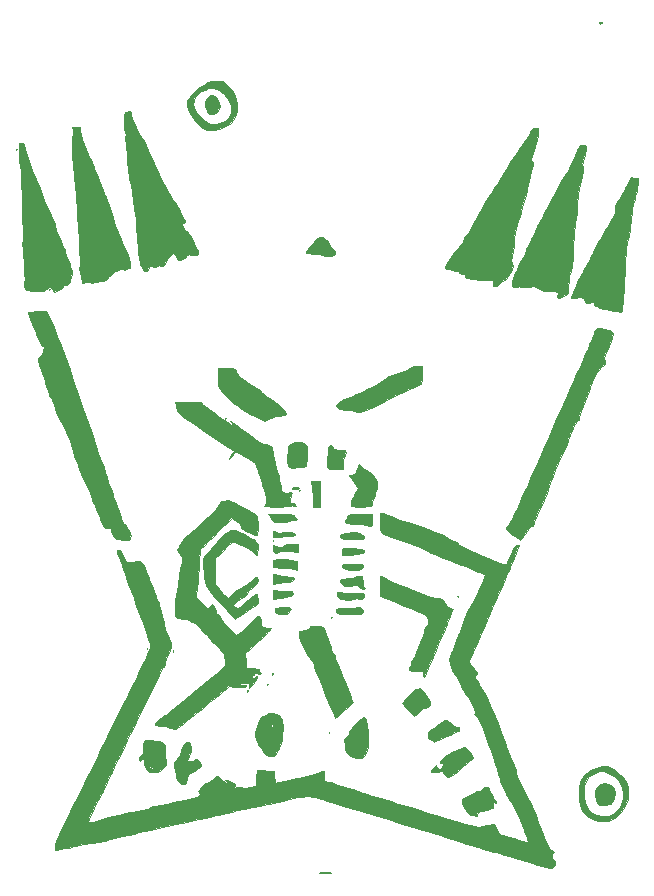
<source format=gbr>
G04 #@! TF.GenerationSoftware,KiCad,Pcbnew,5.0.0-fee4fd1~66~ubuntu16.04.1*
G04 #@! TF.CreationDate,2018-08-14T00:46:44+01:00*
G04 #@! TF.ProjectId,maulwurf,6D61756C777572662E6B696361645F70,rev?*
G04 #@! TF.SameCoordinates,Original*
G04 #@! TF.FileFunction,Soldermask,Top*
G04 #@! TF.FilePolarity,Negative*
%FSLAX46Y46*%
G04 Gerber Fmt 4.6, Leading zero omitted, Abs format (unit mm)*
G04 Created by KiCad (PCBNEW 5.0.0-fee4fd1~66~ubuntu16.04.1) date Tue Aug 14 00:46:44 2018*
%MOMM*%
%LPD*%
G01*
G04 APERTURE LIST*
%ADD10C,0.200000*%
%ADD11C,0.010000*%
G04 APERTURE END LIST*
D10*
X139600000Y-128000000D02*
X140500000Y-128000000D01*
X139600000Y-128000000D02*
X140400000Y-128000000D01*
X140400000Y-128000000D02*
X140500000Y-128000000D01*
D11*
G04 #@! TO.C,MASK*
G36*
X144825167Y-97468383D02*
X144994426Y-97512846D01*
X145258743Y-97613045D01*
X145562347Y-97747743D01*
X145576802Y-97754640D01*
X145947219Y-97915913D01*
X146345487Y-98064771D01*
X146635136Y-98154702D01*
X147319155Y-98349913D01*
X148020122Y-98575832D01*
X148699555Y-98818220D01*
X149318973Y-99062840D01*
X149839897Y-99295456D01*
X150138000Y-99450723D01*
X150383641Y-99577174D01*
X150704115Y-99724381D01*
X150931568Y-99820282D01*
X151191073Y-99930987D01*
X151307760Y-100001303D01*
X151299170Y-100045226D01*
X151238657Y-100065336D01*
X151225490Y-100099745D01*
X151325800Y-100174118D01*
X151548147Y-100292663D01*
X151901086Y-100459587D01*
X152393177Y-100679097D01*
X153032978Y-100955401D01*
X153154423Y-101007205D01*
X153840608Y-101296389D01*
X154384144Y-101518200D01*
X154795945Y-101676628D01*
X155086924Y-101775663D01*
X155267995Y-101819292D01*
X155350071Y-101811506D01*
X155351373Y-101810260D01*
X155421505Y-101695433D01*
X155536558Y-101462419D01*
X155677974Y-101150020D01*
X155770883Y-100933167D01*
X155943965Y-100543205D01*
X156078652Y-100296059D01*
X156186578Y-100172769D01*
X156251344Y-100150000D01*
X156379286Y-100184216D01*
X156403334Y-100224085D01*
X156371962Y-100339276D01*
X156287257Y-100575068D01*
X156163332Y-100896742D01*
X156014297Y-101269577D01*
X155854267Y-101658854D01*
X155697354Y-102029852D01*
X155557671Y-102347852D01*
X155449330Y-102578134D01*
X155435423Y-102605334D01*
X155359737Y-102764301D01*
X155225772Y-103060460D01*
X155041668Y-103475242D01*
X154815565Y-103990075D01*
X154555604Y-104586388D01*
X154269924Y-105245611D01*
X153966666Y-105949173D01*
X153821041Y-106288334D01*
X153516092Y-106998452D01*
X153228400Y-107666468D01*
X152965540Y-108274934D01*
X152735084Y-108806404D01*
X152544607Y-109243432D01*
X152401681Y-109568573D01*
X152313881Y-109764379D01*
X152292738Y-109808878D01*
X152240687Y-109939663D01*
X152241295Y-110067238D01*
X152308803Y-110224299D01*
X152457451Y-110443541D01*
X152701478Y-110757658D01*
X152711412Y-110770132D01*
X152855860Y-110960512D01*
X152901852Y-111069414D01*
X152859416Y-111145380D01*
X152798776Y-111193081D01*
X152731549Y-111254487D01*
X152711779Y-111331341D01*
X152749714Y-111454635D01*
X152855599Y-111655359D01*
X153039680Y-111964503D01*
X153070758Y-112015702D01*
X153273401Y-112354428D01*
X153456658Y-112675039D01*
X153628848Y-112996422D01*
X153798287Y-113337461D01*
X153973294Y-113717040D01*
X154162185Y-114154046D01*
X154373279Y-114667362D01*
X154614893Y-115275874D01*
X154895345Y-115998468D01*
X155222952Y-116854027D01*
X155358646Y-117210334D01*
X155521792Y-117627567D01*
X155699469Y-118063765D01*
X155859884Y-118441312D01*
X155898939Y-118529420D01*
X156023911Y-118830450D01*
X156113656Y-119090485D01*
X156149297Y-119254625D01*
X156149334Y-119257619D01*
X156159582Y-119386420D01*
X156196471Y-119540569D01*
X156269216Y-119741332D01*
X156387029Y-120009978D01*
X156559127Y-120367773D01*
X156794723Y-120835984D01*
X157041469Y-121316667D01*
X157286765Y-121804536D01*
X157516100Y-122283567D01*
X157712625Y-122716837D01*
X157859494Y-123067424D01*
X157930051Y-123264000D01*
X158082506Y-123725171D01*
X158262951Y-124209460D01*
X158458511Y-124688448D01*
X158656310Y-125133712D01*
X158843471Y-125516830D01*
X159007118Y-125809381D01*
X159134375Y-125982942D01*
X159176167Y-126014577D01*
X159320323Y-126105724D01*
X159370195Y-126190672D01*
X159303167Y-126227502D01*
X159238410Y-126297406D01*
X159225938Y-126466610D01*
X159260687Y-126675090D01*
X159337588Y-126862821D01*
X159359527Y-126895201D01*
X159457426Y-127056661D01*
X159451602Y-127200880D01*
X159390612Y-127339422D01*
X159266044Y-127506013D01*
X159131935Y-127573989D01*
X159127632Y-127573853D01*
X158998945Y-127547094D01*
X158741560Y-127479064D01*
X158388424Y-127378950D01*
X158073001Y-127285667D01*
X158858667Y-127285667D01*
X158901000Y-127328000D01*
X158943334Y-127285667D01*
X158901000Y-127243334D01*
X158858667Y-127285667D01*
X158073001Y-127285667D01*
X157972479Y-127255939D01*
X157800334Y-127203737D01*
X157259819Y-127038434D01*
X156664528Y-126855983D01*
X156086732Y-126678556D01*
X155599000Y-126528415D01*
X155178559Y-126403253D01*
X154788122Y-126295110D01*
X154471655Y-126215661D01*
X154275150Y-126176831D01*
X154075151Y-126134549D01*
X153759397Y-126047865D01*
X153371541Y-125929488D01*
X152962817Y-125794725D01*
X152664095Y-125693693D01*
X152334988Y-125585025D01*
X151961337Y-125464330D01*
X151528986Y-125327214D01*
X151023776Y-125169284D01*
X150431551Y-124986149D01*
X149738152Y-124773415D01*
X148929423Y-124526689D01*
X147991204Y-124241580D01*
X146909340Y-123913693D01*
X146539667Y-123801793D01*
X145309313Y-123428995D01*
X144149244Y-123076569D01*
X143075713Y-122749482D01*
X142104976Y-122452702D01*
X141253287Y-122191193D01*
X140536900Y-121969922D01*
X140147334Y-121848724D01*
X139771212Y-121729781D01*
X139457612Y-121632405D01*
X139186068Y-121557685D01*
X138936116Y-121506710D01*
X138687293Y-121480570D01*
X138419133Y-121480354D01*
X138111175Y-121507150D01*
X137742952Y-121562048D01*
X137294001Y-121646138D01*
X136743859Y-121760508D01*
X136072060Y-121906248D01*
X135258141Y-122084446D01*
X135109667Y-122116848D01*
X134484882Y-122252957D01*
X133824419Y-122396650D01*
X133178912Y-122536923D01*
X132598997Y-122662773D01*
X132146334Y-122760813D01*
X131697486Y-122859142D01*
X131288308Y-122951105D01*
X130957087Y-123027932D01*
X130742112Y-123080854D01*
X130707000Y-123090472D01*
X130534344Y-123133936D01*
X130233227Y-123203327D01*
X129841011Y-123290277D01*
X129395059Y-123386417D01*
X129225334Y-123422344D01*
X128306559Y-123616970D01*
X127435090Y-123803790D01*
X126625661Y-123979502D01*
X125893008Y-124140805D01*
X125251866Y-124284396D01*
X124716969Y-124406975D01*
X124303052Y-124505240D01*
X124024850Y-124575890D01*
X123897099Y-124615623D01*
X123895225Y-124616577D01*
X123737277Y-124668278D01*
X123484136Y-124720375D01*
X123341000Y-124741889D01*
X122938088Y-124804054D01*
X122516384Y-124884881D01*
X122120520Y-124974158D01*
X121795128Y-125061679D01*
X121584839Y-125137234D01*
X121563000Y-125148578D01*
X121379865Y-125217482D01*
X121109234Y-125281807D01*
X120970334Y-125305019D01*
X120181265Y-125423905D01*
X119519841Y-125540270D01*
X118944671Y-125661655D01*
X118731092Y-125712904D01*
X118340149Y-125801821D01*
X117936900Y-125880524D01*
X117617949Y-125930661D01*
X117144231Y-125989567D01*
X117136512Y-125718078D01*
X117166971Y-125561809D01*
X117265732Y-125285781D01*
X117435477Y-124883855D01*
X117678888Y-124349889D01*
X117998644Y-123677744D01*
X118276828Y-123106461D01*
X118629804Y-122386816D01*
X119019168Y-121592731D01*
X119421756Y-120771464D01*
X119814403Y-119970273D01*
X120173947Y-119236418D01*
X120419850Y-118734334D01*
X120678967Y-118205821D01*
X120998647Y-117554859D01*
X121364440Y-116810811D01*
X121761898Y-116003039D01*
X122176571Y-115160906D01*
X122594009Y-114313774D01*
X122999762Y-113491007D01*
X123128063Y-113231000D01*
X123583203Y-112309706D01*
X123969608Y-111527970D01*
X124292457Y-110873002D01*
X124556931Y-110332012D01*
X124768211Y-109892210D01*
X124931477Y-109540804D01*
X125051908Y-109265005D01*
X125134686Y-109052021D01*
X125184991Y-108889064D01*
X125208003Y-108763342D01*
X125208902Y-108662064D01*
X125192869Y-108572441D01*
X125165084Y-108481682D01*
X125130728Y-108376997D01*
X125115244Y-108324588D01*
X125049747Y-108116752D01*
X124933407Y-107774825D01*
X124774915Y-107323238D01*
X124582964Y-106786423D01*
X124366244Y-106188812D01*
X124133447Y-105554836D01*
X124044505Y-105314667D01*
X123805325Y-104668220D01*
X123576078Y-104044645D01*
X123365988Y-103469337D01*
X123184281Y-102967689D01*
X123040183Y-102565097D01*
X122942918Y-102286954D01*
X122921854Y-102224334D01*
X122792791Y-101847443D01*
X122652432Y-101459367D01*
X122546848Y-101184032D01*
X122429448Y-100877452D01*
X122380299Y-100694383D01*
X122398401Y-100603813D01*
X122482753Y-100574727D01*
X122527140Y-100573334D01*
X122642397Y-100626345D01*
X122767300Y-100799866D01*
X122917423Y-101115631D01*
X122919855Y-101121346D01*
X123152764Y-101669358D01*
X123523435Y-101634611D01*
X123791275Y-101601673D01*
X124007478Y-101561862D01*
X124050871Y-101550109D01*
X124319772Y-101543460D01*
X124551274Y-101672757D01*
X124690141Y-101905555D01*
X124695883Y-101928985D01*
X124761498Y-102146459D01*
X124873790Y-102446287D01*
X124988198Y-102717229D01*
X125138451Y-103083445D01*
X125294694Y-103511812D01*
X125405909Y-103854167D01*
X125504344Y-104147523D01*
X125597512Y-104364557D01*
X125667775Y-104465300D01*
X125676767Y-104468000D01*
X125726568Y-104519292D01*
X125714813Y-104547577D01*
X125722939Y-104664880D01*
X125805237Y-104854458D01*
X125832428Y-104901428D01*
X125931493Y-105092653D01*
X125966553Y-105220444D01*
X125962769Y-105234689D01*
X125971279Y-105337534D01*
X126027156Y-105555326D01*
X126118876Y-105844251D01*
X126136490Y-105895248D01*
X126240731Y-106227068D01*
X126315932Y-106530269D01*
X126346582Y-106741825D01*
X126346667Y-106749276D01*
X126382500Y-106991299D01*
X126476994Y-107325259D01*
X126610638Y-107692881D01*
X126763922Y-108035891D01*
X126801783Y-108108667D01*
X126940202Y-108430989D01*
X126976526Y-108731513D01*
X126908040Y-109059982D01*
X126732028Y-109466140D01*
X126727134Y-109475911D01*
X126584077Y-109786953D01*
X126479059Y-110064827D01*
X126432127Y-110255555D01*
X126431334Y-110272324D01*
X126400152Y-110429171D01*
X126342030Y-110479334D01*
X126276471Y-110555646D01*
X126142518Y-110784745D01*
X125940050Y-111166875D01*
X125668944Y-111702279D01*
X125329079Y-112391203D01*
X124920333Y-113233890D01*
X124442585Y-114230584D01*
X123895714Y-115381529D01*
X123831598Y-115517000D01*
X123630897Y-115937909D01*
X123368221Y-116483696D01*
X123056653Y-117127451D01*
X122709274Y-117842262D01*
X122339168Y-118601218D01*
X121959417Y-119377409D01*
X121583105Y-120143923D01*
X121511288Y-120289873D01*
X121172927Y-120978921D01*
X120858955Y-121621554D01*
X120577075Y-122201767D01*
X120334988Y-122703557D01*
X120140397Y-123110919D01*
X120001004Y-123407849D01*
X119924511Y-123578342D01*
X119912000Y-123613040D01*
X119929847Y-123657322D01*
X119995904Y-123675315D01*
X120128945Y-123662985D01*
X120347745Y-123616300D01*
X120671079Y-123531228D01*
X121117721Y-123403737D01*
X121706446Y-123229793D01*
X121732334Y-123222075D01*
X122075181Y-123129938D01*
X122529649Y-123022031D01*
X123040399Y-122910831D01*
X123552089Y-122808813D01*
X123630828Y-122794087D01*
X124100961Y-122700808D01*
X124543637Y-122601686D01*
X124916433Y-122506993D01*
X125176926Y-122426998D01*
X125225347Y-122408040D01*
X125484968Y-122311567D01*
X125705134Y-122254573D01*
X125768558Y-122248000D01*
X125909070Y-122228589D01*
X126179349Y-122175253D01*
X126544935Y-122095339D01*
X126971367Y-121996194D01*
X127137372Y-121956179D01*
X127613658Y-121844929D01*
X128077164Y-121744921D01*
X128481147Y-121665703D01*
X128778865Y-121616823D01*
X128828413Y-121610764D01*
X129170975Y-121546495D01*
X129355490Y-121441076D01*
X129389874Y-121286986D01*
X129324561Y-121139187D01*
X129293659Y-120991949D01*
X129383803Y-120823881D01*
X129605897Y-120623713D01*
X129970842Y-120380179D01*
X130177834Y-120257336D01*
X130448510Y-120087659D01*
X130649912Y-119936383D01*
X130745935Y-119831303D01*
X130749334Y-119817408D01*
X130769798Y-119727652D01*
X130846083Y-119733341D01*
X131000527Y-119844087D01*
X131183816Y-120004334D01*
X131397808Y-120174186D01*
X131582839Y-120281391D01*
X131654760Y-120300667D01*
X131742754Y-120287300D01*
X131696985Y-120226234D01*
X131633349Y-120176360D01*
X131537219Y-120081581D01*
X131572400Y-120052015D01*
X131715168Y-120084770D01*
X131941801Y-120176953D01*
X132043873Y-120226407D01*
X132289066Y-120351774D01*
X132409547Y-120430390D01*
X132430629Y-120494026D01*
X132377626Y-120574452D01*
X132348899Y-120609234D01*
X132286552Y-120701316D01*
X132333130Y-120725519D01*
X132516408Y-120696011D01*
X132518288Y-120695639D01*
X132738795Y-120677251D01*
X132891156Y-120708711D01*
X132899288Y-120714412D01*
X133033502Y-120741908D01*
X133293322Y-120730881D01*
X133585667Y-120691867D01*
X134178334Y-120593629D01*
X134181397Y-120512334D01*
X139893334Y-120512334D01*
X139935667Y-120554667D01*
X139978000Y-120512334D01*
X139935667Y-120470000D01*
X139893334Y-120512334D01*
X134181397Y-120512334D01*
X134203120Y-119935904D01*
X134227906Y-119278180D01*
X135702334Y-119327000D01*
X135727725Y-119813834D01*
X135755861Y-120079431D01*
X135802302Y-120255083D01*
X135843245Y-120300667D01*
X135953309Y-120282542D01*
X136197596Y-120232552D01*
X136545418Y-120157278D01*
X136966087Y-120063299D01*
X137214853Y-120006602D01*
X137689382Y-119900427D01*
X138134217Y-119805825D01*
X138510090Y-119730796D01*
X138777729Y-119683341D01*
X138851010Y-119673266D01*
X139127990Y-119618129D01*
X139364055Y-119531471D01*
X139401343Y-119510480D01*
X139626017Y-119392454D01*
X139785224Y-119330833D01*
X139893718Y-119309672D01*
X139947080Y-119354861D01*
X139961117Y-119502966D01*
X139954558Y-119722494D01*
X139935667Y-120170288D01*
X140274334Y-120219492D01*
X140569273Y-120287432D01*
X140841292Y-120388270D01*
X140867000Y-120401094D01*
X141059601Y-120482099D01*
X141364584Y-120589087D01*
X141730666Y-120704596D01*
X141925334Y-120761433D01*
X142359563Y-120889344D01*
X142814103Y-121031083D01*
X143210255Y-121161893D01*
X143316466Y-121199052D01*
X143554659Y-121279052D01*
X143927311Y-121397798D01*
X144406318Y-121546634D01*
X144963575Y-121716905D01*
X145570977Y-121899956D01*
X146195133Y-122085571D01*
X146956586Y-122310768D01*
X147821472Y-122567092D01*
X148731008Y-122837087D01*
X149626411Y-123103296D01*
X150448900Y-123348265D01*
X150800128Y-123453058D01*
X151588118Y-123684546D01*
X152216770Y-123860862D01*
X152686777Y-123982182D01*
X152998832Y-124048680D01*
X153153631Y-124060531D01*
X153170794Y-124051789D01*
X153282451Y-123991888D01*
X153503086Y-123941420D01*
X153651667Y-123923288D01*
X153924767Y-123890571D01*
X154139212Y-123848892D01*
X154202621Y-123828177D01*
X154302313Y-123837752D01*
X154414649Y-123971704D01*
X154532431Y-124195519D01*
X154734619Y-124621386D01*
X155590143Y-124881275D01*
X155992015Y-125005501D01*
X156374613Y-125127495D01*
X156682734Y-125229487D01*
X156807388Y-125273139D01*
X157032050Y-125343513D01*
X157182829Y-125369204D01*
X157211682Y-125362540D01*
X157205383Y-125267538D01*
X157142966Y-125070489D01*
X157082310Y-124918833D01*
X156972971Y-124648852D01*
X156834125Y-124285322D01*
X156691074Y-123894910D01*
X156652005Y-123785016D01*
X156513953Y-123445227D01*
X156310200Y-123009531D01*
X156064505Y-122525797D01*
X155800627Y-122041892D01*
X155699990Y-121867000D01*
X155371058Y-121295132D01*
X155126146Y-120844602D01*
X154955927Y-120495468D01*
X154851074Y-120227788D01*
X154802261Y-120021618D01*
X154795942Y-119933938D01*
X154767220Y-119801386D01*
X154687783Y-119534850D01*
X154566306Y-119158923D01*
X154411465Y-118698200D01*
X154231936Y-118177273D01*
X154036394Y-117620735D01*
X153833514Y-117053178D01*
X153631974Y-116499198D01*
X153440448Y-115983385D01*
X153267613Y-115530334D01*
X153122143Y-115164637D01*
X153067106Y-115033220D01*
X152937052Y-114806002D01*
X152787034Y-114644156D01*
X152757340Y-114625149D01*
X152640497Y-114527215D01*
X152673200Y-114422117D01*
X152704506Y-114306489D01*
X152657521Y-114104577D01*
X152538097Y-113814188D01*
X152370570Y-113473091D01*
X152187941Y-113174531D01*
X151946598Y-112850260D01*
X151828432Y-112703668D01*
X151753405Y-112575735D01*
X151640020Y-112342478D01*
X151518979Y-112068668D01*
X151381827Y-111768949D01*
X151246231Y-111512749D01*
X151151060Y-111368334D01*
X151027783Y-111199232D01*
X150867340Y-110949362D01*
X150766772Y-110780384D01*
X150565497Y-110304540D01*
X150528397Y-109854101D01*
X150654796Y-109415764D01*
X150693657Y-109339343D01*
X150829010Y-109052859D01*
X150966384Y-108706719D01*
X151026212Y-108532000D01*
X151134156Y-108210557D01*
X151246561Y-107904086D01*
X151300544Y-107770000D01*
X151400502Y-107515125D01*
X151516108Y-107191283D01*
X151577186Y-107008000D01*
X151652473Y-106793024D01*
X151752164Y-106545892D01*
X151885883Y-106246272D01*
X152063251Y-105873833D01*
X152293892Y-105408243D01*
X152587430Y-104829172D01*
X152859536Y-104298667D01*
X153150265Y-103721259D01*
X153366343Y-103264516D01*
X153504004Y-102936796D01*
X153559482Y-102746454D01*
X153559674Y-102744639D01*
X153490545Y-102680504D01*
X153302479Y-102582766D01*
X153044719Y-102475935D01*
X152739074Y-102353305D01*
X152471987Y-102232812D01*
X152325052Y-102154441D01*
X152100559Y-102049041D01*
X151834912Y-101969604D01*
X151831334Y-101968868D01*
X151608808Y-101910258D01*
X151459219Y-101847433D01*
X151450334Y-101841082D01*
X151340774Y-101785349D01*
X151108157Y-101685542D01*
X150788178Y-101556504D01*
X150467891Y-101432541D01*
X149999727Y-101248006D01*
X149490395Y-101036690D01*
X149019508Y-100832010D01*
X148816891Y-100739582D01*
X148353815Y-100533654D01*
X147805629Y-100309781D01*
X147152364Y-100060310D01*
X146374051Y-99777588D01*
X145574047Y-99496668D01*
X145173932Y-99352127D01*
X144907417Y-99224310D01*
X144747368Y-99076666D01*
X144666652Y-98872642D01*
X144638134Y-98575688D01*
X144634667Y-98231256D01*
X144636600Y-97865419D01*
X144647629Y-97637510D01*
X144675593Y-97516131D01*
X144728333Y-97469881D01*
X144813691Y-97467361D01*
X144825167Y-97468383D01*
X144825167Y-97468383D01*
G37*
X144825167Y-97468383D02*
X144994426Y-97512846D01*
X145258743Y-97613045D01*
X145562347Y-97747743D01*
X145576802Y-97754640D01*
X145947219Y-97915913D01*
X146345487Y-98064771D01*
X146635136Y-98154702D01*
X147319155Y-98349913D01*
X148020122Y-98575832D01*
X148699555Y-98818220D01*
X149318973Y-99062840D01*
X149839897Y-99295456D01*
X150138000Y-99450723D01*
X150383641Y-99577174D01*
X150704115Y-99724381D01*
X150931568Y-99820282D01*
X151191073Y-99930987D01*
X151307760Y-100001303D01*
X151299170Y-100045226D01*
X151238657Y-100065336D01*
X151225490Y-100099745D01*
X151325800Y-100174118D01*
X151548147Y-100292663D01*
X151901086Y-100459587D01*
X152393177Y-100679097D01*
X153032978Y-100955401D01*
X153154423Y-101007205D01*
X153840608Y-101296389D01*
X154384144Y-101518200D01*
X154795945Y-101676628D01*
X155086924Y-101775663D01*
X155267995Y-101819292D01*
X155350071Y-101811506D01*
X155351373Y-101810260D01*
X155421505Y-101695433D01*
X155536558Y-101462419D01*
X155677974Y-101150020D01*
X155770883Y-100933167D01*
X155943965Y-100543205D01*
X156078652Y-100296059D01*
X156186578Y-100172769D01*
X156251344Y-100150000D01*
X156379286Y-100184216D01*
X156403334Y-100224085D01*
X156371962Y-100339276D01*
X156287257Y-100575068D01*
X156163332Y-100896742D01*
X156014297Y-101269577D01*
X155854267Y-101658854D01*
X155697354Y-102029852D01*
X155557671Y-102347852D01*
X155449330Y-102578134D01*
X155435423Y-102605334D01*
X155359737Y-102764301D01*
X155225772Y-103060460D01*
X155041668Y-103475242D01*
X154815565Y-103990075D01*
X154555604Y-104586388D01*
X154269924Y-105245611D01*
X153966666Y-105949173D01*
X153821041Y-106288334D01*
X153516092Y-106998452D01*
X153228400Y-107666468D01*
X152965540Y-108274934D01*
X152735084Y-108806404D01*
X152544607Y-109243432D01*
X152401681Y-109568573D01*
X152313881Y-109764379D01*
X152292738Y-109808878D01*
X152240687Y-109939663D01*
X152241295Y-110067238D01*
X152308803Y-110224299D01*
X152457451Y-110443541D01*
X152701478Y-110757658D01*
X152711412Y-110770132D01*
X152855860Y-110960512D01*
X152901852Y-111069414D01*
X152859416Y-111145380D01*
X152798776Y-111193081D01*
X152731549Y-111254487D01*
X152711779Y-111331341D01*
X152749714Y-111454635D01*
X152855599Y-111655359D01*
X153039680Y-111964503D01*
X153070758Y-112015702D01*
X153273401Y-112354428D01*
X153456658Y-112675039D01*
X153628848Y-112996422D01*
X153798287Y-113337461D01*
X153973294Y-113717040D01*
X154162185Y-114154046D01*
X154373279Y-114667362D01*
X154614893Y-115275874D01*
X154895345Y-115998468D01*
X155222952Y-116854027D01*
X155358646Y-117210334D01*
X155521792Y-117627567D01*
X155699469Y-118063765D01*
X155859884Y-118441312D01*
X155898939Y-118529420D01*
X156023911Y-118830450D01*
X156113656Y-119090485D01*
X156149297Y-119254625D01*
X156149334Y-119257619D01*
X156159582Y-119386420D01*
X156196471Y-119540569D01*
X156269216Y-119741332D01*
X156387029Y-120009978D01*
X156559127Y-120367773D01*
X156794723Y-120835984D01*
X157041469Y-121316667D01*
X157286765Y-121804536D01*
X157516100Y-122283567D01*
X157712625Y-122716837D01*
X157859494Y-123067424D01*
X157930051Y-123264000D01*
X158082506Y-123725171D01*
X158262951Y-124209460D01*
X158458511Y-124688448D01*
X158656310Y-125133712D01*
X158843471Y-125516830D01*
X159007118Y-125809381D01*
X159134375Y-125982942D01*
X159176167Y-126014577D01*
X159320323Y-126105724D01*
X159370195Y-126190672D01*
X159303167Y-126227502D01*
X159238410Y-126297406D01*
X159225938Y-126466610D01*
X159260687Y-126675090D01*
X159337588Y-126862821D01*
X159359527Y-126895201D01*
X159457426Y-127056661D01*
X159451602Y-127200880D01*
X159390612Y-127339422D01*
X159266044Y-127506013D01*
X159131935Y-127573989D01*
X159127632Y-127573853D01*
X158998945Y-127547094D01*
X158741560Y-127479064D01*
X158388424Y-127378950D01*
X158073001Y-127285667D01*
X158858667Y-127285667D01*
X158901000Y-127328000D01*
X158943334Y-127285667D01*
X158901000Y-127243334D01*
X158858667Y-127285667D01*
X158073001Y-127285667D01*
X157972479Y-127255939D01*
X157800334Y-127203737D01*
X157259819Y-127038434D01*
X156664528Y-126855983D01*
X156086732Y-126678556D01*
X155599000Y-126528415D01*
X155178559Y-126403253D01*
X154788122Y-126295110D01*
X154471655Y-126215661D01*
X154275150Y-126176831D01*
X154075151Y-126134549D01*
X153759397Y-126047865D01*
X153371541Y-125929488D01*
X152962817Y-125794725D01*
X152664095Y-125693693D01*
X152334988Y-125585025D01*
X151961337Y-125464330D01*
X151528986Y-125327214D01*
X151023776Y-125169284D01*
X150431551Y-124986149D01*
X149738152Y-124773415D01*
X148929423Y-124526689D01*
X147991204Y-124241580D01*
X146909340Y-123913693D01*
X146539667Y-123801793D01*
X145309313Y-123428995D01*
X144149244Y-123076569D01*
X143075713Y-122749482D01*
X142104976Y-122452702D01*
X141253287Y-122191193D01*
X140536900Y-121969922D01*
X140147334Y-121848724D01*
X139771212Y-121729781D01*
X139457612Y-121632405D01*
X139186068Y-121557685D01*
X138936116Y-121506710D01*
X138687293Y-121480570D01*
X138419133Y-121480354D01*
X138111175Y-121507150D01*
X137742952Y-121562048D01*
X137294001Y-121646138D01*
X136743859Y-121760508D01*
X136072060Y-121906248D01*
X135258141Y-122084446D01*
X135109667Y-122116848D01*
X134484882Y-122252957D01*
X133824419Y-122396650D01*
X133178912Y-122536923D01*
X132598997Y-122662773D01*
X132146334Y-122760813D01*
X131697486Y-122859142D01*
X131288308Y-122951105D01*
X130957087Y-123027932D01*
X130742112Y-123080854D01*
X130707000Y-123090472D01*
X130534344Y-123133936D01*
X130233227Y-123203327D01*
X129841011Y-123290277D01*
X129395059Y-123386417D01*
X129225334Y-123422344D01*
X128306559Y-123616970D01*
X127435090Y-123803790D01*
X126625661Y-123979502D01*
X125893008Y-124140805D01*
X125251866Y-124284396D01*
X124716969Y-124406975D01*
X124303052Y-124505240D01*
X124024850Y-124575890D01*
X123897099Y-124615623D01*
X123895225Y-124616577D01*
X123737277Y-124668278D01*
X123484136Y-124720375D01*
X123341000Y-124741889D01*
X122938088Y-124804054D01*
X122516384Y-124884881D01*
X122120520Y-124974158D01*
X121795128Y-125061679D01*
X121584839Y-125137234D01*
X121563000Y-125148578D01*
X121379865Y-125217482D01*
X121109234Y-125281807D01*
X120970334Y-125305019D01*
X120181265Y-125423905D01*
X119519841Y-125540270D01*
X118944671Y-125661655D01*
X118731092Y-125712904D01*
X118340149Y-125801821D01*
X117936900Y-125880524D01*
X117617949Y-125930661D01*
X117144231Y-125989567D01*
X117136512Y-125718078D01*
X117166971Y-125561809D01*
X117265732Y-125285781D01*
X117435477Y-124883855D01*
X117678888Y-124349889D01*
X117998644Y-123677744D01*
X118276828Y-123106461D01*
X118629804Y-122386816D01*
X119019168Y-121592731D01*
X119421756Y-120771464D01*
X119814403Y-119970273D01*
X120173947Y-119236418D01*
X120419850Y-118734334D01*
X120678967Y-118205821D01*
X120998647Y-117554859D01*
X121364440Y-116810811D01*
X121761898Y-116003039D01*
X122176571Y-115160906D01*
X122594009Y-114313774D01*
X122999762Y-113491007D01*
X123128063Y-113231000D01*
X123583203Y-112309706D01*
X123969608Y-111527970D01*
X124292457Y-110873002D01*
X124556931Y-110332012D01*
X124768211Y-109892210D01*
X124931477Y-109540804D01*
X125051908Y-109265005D01*
X125134686Y-109052021D01*
X125184991Y-108889064D01*
X125208003Y-108763342D01*
X125208902Y-108662064D01*
X125192869Y-108572441D01*
X125165084Y-108481682D01*
X125130728Y-108376997D01*
X125115244Y-108324588D01*
X125049747Y-108116752D01*
X124933407Y-107774825D01*
X124774915Y-107323238D01*
X124582964Y-106786423D01*
X124366244Y-106188812D01*
X124133447Y-105554836D01*
X124044505Y-105314667D01*
X123805325Y-104668220D01*
X123576078Y-104044645D01*
X123365988Y-103469337D01*
X123184281Y-102967689D01*
X123040183Y-102565097D01*
X122942918Y-102286954D01*
X122921854Y-102224334D01*
X122792791Y-101847443D01*
X122652432Y-101459367D01*
X122546848Y-101184032D01*
X122429448Y-100877452D01*
X122380299Y-100694383D01*
X122398401Y-100603813D01*
X122482753Y-100574727D01*
X122527140Y-100573334D01*
X122642397Y-100626345D01*
X122767300Y-100799866D01*
X122917423Y-101115631D01*
X122919855Y-101121346D01*
X123152764Y-101669358D01*
X123523435Y-101634611D01*
X123791275Y-101601673D01*
X124007478Y-101561862D01*
X124050871Y-101550109D01*
X124319772Y-101543460D01*
X124551274Y-101672757D01*
X124690141Y-101905555D01*
X124695883Y-101928985D01*
X124761498Y-102146459D01*
X124873790Y-102446287D01*
X124988198Y-102717229D01*
X125138451Y-103083445D01*
X125294694Y-103511812D01*
X125405909Y-103854167D01*
X125504344Y-104147523D01*
X125597512Y-104364557D01*
X125667775Y-104465300D01*
X125676767Y-104468000D01*
X125726568Y-104519292D01*
X125714813Y-104547577D01*
X125722939Y-104664880D01*
X125805237Y-104854458D01*
X125832428Y-104901428D01*
X125931493Y-105092653D01*
X125966553Y-105220444D01*
X125962769Y-105234689D01*
X125971279Y-105337534D01*
X126027156Y-105555326D01*
X126118876Y-105844251D01*
X126136490Y-105895248D01*
X126240731Y-106227068D01*
X126315932Y-106530269D01*
X126346582Y-106741825D01*
X126346667Y-106749276D01*
X126382500Y-106991299D01*
X126476994Y-107325259D01*
X126610638Y-107692881D01*
X126763922Y-108035891D01*
X126801783Y-108108667D01*
X126940202Y-108430989D01*
X126976526Y-108731513D01*
X126908040Y-109059982D01*
X126732028Y-109466140D01*
X126727134Y-109475911D01*
X126584077Y-109786953D01*
X126479059Y-110064827D01*
X126432127Y-110255555D01*
X126431334Y-110272324D01*
X126400152Y-110429171D01*
X126342030Y-110479334D01*
X126276471Y-110555646D01*
X126142518Y-110784745D01*
X125940050Y-111166875D01*
X125668944Y-111702279D01*
X125329079Y-112391203D01*
X124920333Y-113233890D01*
X124442585Y-114230584D01*
X123895714Y-115381529D01*
X123831598Y-115517000D01*
X123630897Y-115937909D01*
X123368221Y-116483696D01*
X123056653Y-117127451D01*
X122709274Y-117842262D01*
X122339168Y-118601218D01*
X121959417Y-119377409D01*
X121583105Y-120143923D01*
X121511288Y-120289873D01*
X121172927Y-120978921D01*
X120858955Y-121621554D01*
X120577075Y-122201767D01*
X120334988Y-122703557D01*
X120140397Y-123110919D01*
X120001004Y-123407849D01*
X119924511Y-123578342D01*
X119912000Y-123613040D01*
X119929847Y-123657322D01*
X119995904Y-123675315D01*
X120128945Y-123662985D01*
X120347745Y-123616300D01*
X120671079Y-123531228D01*
X121117721Y-123403737D01*
X121706446Y-123229793D01*
X121732334Y-123222075D01*
X122075181Y-123129938D01*
X122529649Y-123022031D01*
X123040399Y-122910831D01*
X123552089Y-122808813D01*
X123630828Y-122794087D01*
X124100961Y-122700808D01*
X124543637Y-122601686D01*
X124916433Y-122506993D01*
X125176926Y-122426998D01*
X125225347Y-122408040D01*
X125484968Y-122311567D01*
X125705134Y-122254573D01*
X125768558Y-122248000D01*
X125909070Y-122228589D01*
X126179349Y-122175253D01*
X126544935Y-122095339D01*
X126971367Y-121996194D01*
X127137372Y-121956179D01*
X127613658Y-121844929D01*
X128077164Y-121744921D01*
X128481147Y-121665703D01*
X128778865Y-121616823D01*
X128828413Y-121610764D01*
X129170975Y-121546495D01*
X129355490Y-121441076D01*
X129389874Y-121286986D01*
X129324561Y-121139187D01*
X129293659Y-120991949D01*
X129383803Y-120823881D01*
X129605897Y-120623713D01*
X129970842Y-120380179D01*
X130177834Y-120257336D01*
X130448510Y-120087659D01*
X130649912Y-119936383D01*
X130745935Y-119831303D01*
X130749334Y-119817408D01*
X130769798Y-119727652D01*
X130846083Y-119733341D01*
X131000527Y-119844087D01*
X131183816Y-120004334D01*
X131397808Y-120174186D01*
X131582839Y-120281391D01*
X131654760Y-120300667D01*
X131742754Y-120287300D01*
X131696985Y-120226234D01*
X131633349Y-120176360D01*
X131537219Y-120081581D01*
X131572400Y-120052015D01*
X131715168Y-120084770D01*
X131941801Y-120176953D01*
X132043873Y-120226407D01*
X132289066Y-120351774D01*
X132409547Y-120430390D01*
X132430629Y-120494026D01*
X132377626Y-120574452D01*
X132348899Y-120609234D01*
X132286552Y-120701316D01*
X132333130Y-120725519D01*
X132516408Y-120696011D01*
X132518288Y-120695639D01*
X132738795Y-120677251D01*
X132891156Y-120708711D01*
X132899288Y-120714412D01*
X133033502Y-120741908D01*
X133293322Y-120730881D01*
X133585667Y-120691867D01*
X134178334Y-120593629D01*
X134181397Y-120512334D01*
X139893334Y-120512334D01*
X139935667Y-120554667D01*
X139978000Y-120512334D01*
X139935667Y-120470000D01*
X139893334Y-120512334D01*
X134181397Y-120512334D01*
X134203120Y-119935904D01*
X134227906Y-119278180D01*
X135702334Y-119327000D01*
X135727725Y-119813834D01*
X135755861Y-120079431D01*
X135802302Y-120255083D01*
X135843245Y-120300667D01*
X135953309Y-120282542D01*
X136197596Y-120232552D01*
X136545418Y-120157278D01*
X136966087Y-120063299D01*
X137214853Y-120006602D01*
X137689382Y-119900427D01*
X138134217Y-119805825D01*
X138510090Y-119730796D01*
X138777729Y-119683341D01*
X138851010Y-119673266D01*
X139127990Y-119618129D01*
X139364055Y-119531471D01*
X139401343Y-119510480D01*
X139626017Y-119392454D01*
X139785224Y-119330833D01*
X139893718Y-119309672D01*
X139947080Y-119354861D01*
X139961117Y-119502966D01*
X139954558Y-119722494D01*
X139935667Y-120170288D01*
X140274334Y-120219492D01*
X140569273Y-120287432D01*
X140841292Y-120388270D01*
X140867000Y-120401094D01*
X141059601Y-120482099D01*
X141364584Y-120589087D01*
X141730666Y-120704596D01*
X141925334Y-120761433D01*
X142359563Y-120889344D01*
X142814103Y-121031083D01*
X143210255Y-121161893D01*
X143316466Y-121199052D01*
X143554659Y-121279052D01*
X143927311Y-121397798D01*
X144406318Y-121546634D01*
X144963575Y-121716905D01*
X145570977Y-121899956D01*
X146195133Y-122085571D01*
X146956586Y-122310768D01*
X147821472Y-122567092D01*
X148731008Y-122837087D01*
X149626411Y-123103296D01*
X150448900Y-123348265D01*
X150800128Y-123453058D01*
X151588118Y-123684546D01*
X152216770Y-123860862D01*
X152686777Y-123982182D01*
X152998832Y-124048680D01*
X153153631Y-124060531D01*
X153170794Y-124051789D01*
X153282451Y-123991888D01*
X153503086Y-123941420D01*
X153651667Y-123923288D01*
X153924767Y-123890571D01*
X154139212Y-123848892D01*
X154202621Y-123828177D01*
X154302313Y-123837752D01*
X154414649Y-123971704D01*
X154532431Y-124195519D01*
X154734619Y-124621386D01*
X155590143Y-124881275D01*
X155992015Y-125005501D01*
X156374613Y-125127495D01*
X156682734Y-125229487D01*
X156807388Y-125273139D01*
X157032050Y-125343513D01*
X157182829Y-125369204D01*
X157211682Y-125362540D01*
X157205383Y-125267538D01*
X157142966Y-125070489D01*
X157082310Y-124918833D01*
X156972971Y-124648852D01*
X156834125Y-124285322D01*
X156691074Y-123894910D01*
X156652005Y-123785016D01*
X156513953Y-123445227D01*
X156310200Y-123009531D01*
X156064505Y-122525797D01*
X155800627Y-122041892D01*
X155699990Y-121867000D01*
X155371058Y-121295132D01*
X155126146Y-120844602D01*
X154955927Y-120495468D01*
X154851074Y-120227788D01*
X154802261Y-120021618D01*
X154795942Y-119933938D01*
X154767220Y-119801386D01*
X154687783Y-119534850D01*
X154566306Y-119158923D01*
X154411465Y-118698200D01*
X154231936Y-118177273D01*
X154036394Y-117620735D01*
X153833514Y-117053178D01*
X153631974Y-116499198D01*
X153440448Y-115983385D01*
X153267613Y-115530334D01*
X153122143Y-115164637D01*
X153067106Y-115033220D01*
X152937052Y-114806002D01*
X152787034Y-114644156D01*
X152757340Y-114625149D01*
X152640497Y-114527215D01*
X152673200Y-114422117D01*
X152704506Y-114306489D01*
X152657521Y-114104577D01*
X152538097Y-113814188D01*
X152370570Y-113473091D01*
X152187941Y-113174531D01*
X151946598Y-112850260D01*
X151828432Y-112703668D01*
X151753405Y-112575735D01*
X151640020Y-112342478D01*
X151518979Y-112068668D01*
X151381827Y-111768949D01*
X151246231Y-111512749D01*
X151151060Y-111368334D01*
X151027783Y-111199232D01*
X150867340Y-110949362D01*
X150766772Y-110780384D01*
X150565497Y-110304540D01*
X150528397Y-109854101D01*
X150654796Y-109415764D01*
X150693657Y-109339343D01*
X150829010Y-109052859D01*
X150966384Y-108706719D01*
X151026212Y-108532000D01*
X151134156Y-108210557D01*
X151246561Y-107904086D01*
X151300544Y-107770000D01*
X151400502Y-107515125D01*
X151516108Y-107191283D01*
X151577186Y-107008000D01*
X151652473Y-106793024D01*
X151752164Y-106545892D01*
X151885883Y-106246272D01*
X152063251Y-105873833D01*
X152293892Y-105408243D01*
X152587430Y-104829172D01*
X152859536Y-104298667D01*
X153150265Y-103721259D01*
X153366343Y-103264516D01*
X153504004Y-102936796D01*
X153559482Y-102746454D01*
X153559674Y-102744639D01*
X153490545Y-102680504D01*
X153302479Y-102582766D01*
X153044719Y-102475935D01*
X152739074Y-102353305D01*
X152471987Y-102232812D01*
X152325052Y-102154441D01*
X152100559Y-102049041D01*
X151834912Y-101969604D01*
X151831334Y-101968868D01*
X151608808Y-101910258D01*
X151459219Y-101847433D01*
X151450334Y-101841082D01*
X151340774Y-101785349D01*
X151108157Y-101685542D01*
X150788178Y-101556504D01*
X150467891Y-101432541D01*
X149999727Y-101248006D01*
X149490395Y-101036690D01*
X149019508Y-100832010D01*
X148816891Y-100739582D01*
X148353815Y-100533654D01*
X147805629Y-100309781D01*
X147152364Y-100060310D01*
X146374051Y-99777588D01*
X145574047Y-99496668D01*
X145173932Y-99352127D01*
X144907417Y-99224310D01*
X144747368Y-99076666D01*
X144666652Y-98872642D01*
X144638134Y-98575688D01*
X144634667Y-98231256D01*
X144636600Y-97865419D01*
X144647629Y-97637510D01*
X144675593Y-97516131D01*
X144728333Y-97469881D01*
X144813691Y-97467361D01*
X144825167Y-97468383D01*
G36*
X164024477Y-118946328D02*
X164283569Y-119066812D01*
X164601289Y-119279188D01*
X164929658Y-119543780D01*
X165220701Y-119820914D01*
X165426443Y-120070916D01*
X165466486Y-120138820D01*
X165656266Y-120693340D01*
X165689519Y-121291411D01*
X165631033Y-121668373D01*
X165409302Y-122314691D01*
X165076767Y-122834104D01*
X164631018Y-123229803D01*
X164320283Y-123403589D01*
X164014390Y-123528065D01*
X163746916Y-123581250D01*
X163447752Y-123569604D01*
X163119635Y-123514243D01*
X162616248Y-123358311D01*
X162181829Y-123114749D01*
X161849614Y-122807421D01*
X161653235Y-122461387D01*
X161522490Y-121901782D01*
X161477846Y-121312358D01*
X161499640Y-120981376D01*
X161926078Y-120981376D01*
X161931379Y-121484548D01*
X162011345Y-121960298D01*
X162154352Y-122363499D01*
X162348774Y-122649022D01*
X162357939Y-122657811D01*
X162645557Y-122855459D01*
X163029001Y-123025581D01*
X163434761Y-123140464D01*
X163727000Y-123173980D01*
X164059341Y-123124285D01*
X164393865Y-122993212D01*
X164404334Y-122987441D01*
X164675533Y-122782202D01*
X164897100Y-122479272D01*
X164975257Y-122332667D01*
X165208344Y-121726518D01*
X165279539Y-121169383D01*
X165189437Y-120663164D01*
X164938632Y-120209768D01*
X164527720Y-119811098D01*
X164104501Y-119543633D01*
X163819726Y-119398546D01*
X163622384Y-119326318D01*
X163453465Y-119314797D01*
X163253957Y-119351827D01*
X163217358Y-119360915D01*
X162721092Y-119535097D01*
X162359446Y-119785001D01*
X162115706Y-120131599D01*
X161973161Y-120595863D01*
X161926078Y-120981376D01*
X161499640Y-120981376D01*
X161515756Y-120736642D01*
X161632672Y-120218162D01*
X161825048Y-119800448D01*
X161875972Y-119727933D01*
X162157440Y-119461353D01*
X162545739Y-119228409D01*
X162990259Y-119047511D01*
X163440393Y-118937071D01*
X163845530Y-118915499D01*
X164024477Y-118946328D01*
X164024477Y-118946328D01*
G37*
X164024477Y-118946328D02*
X164283569Y-119066812D01*
X164601289Y-119279188D01*
X164929658Y-119543780D01*
X165220701Y-119820914D01*
X165426443Y-120070916D01*
X165466486Y-120138820D01*
X165656266Y-120693340D01*
X165689519Y-121291411D01*
X165631033Y-121668373D01*
X165409302Y-122314691D01*
X165076767Y-122834104D01*
X164631018Y-123229803D01*
X164320283Y-123403589D01*
X164014390Y-123528065D01*
X163746916Y-123581250D01*
X163447752Y-123569604D01*
X163119635Y-123514243D01*
X162616248Y-123358311D01*
X162181829Y-123114749D01*
X161849614Y-122807421D01*
X161653235Y-122461387D01*
X161522490Y-121901782D01*
X161477846Y-121312358D01*
X161499640Y-120981376D01*
X161926078Y-120981376D01*
X161931379Y-121484548D01*
X162011345Y-121960298D01*
X162154352Y-122363499D01*
X162348774Y-122649022D01*
X162357939Y-122657811D01*
X162645557Y-122855459D01*
X163029001Y-123025581D01*
X163434761Y-123140464D01*
X163727000Y-123173980D01*
X164059341Y-123124285D01*
X164393865Y-122993212D01*
X164404334Y-122987441D01*
X164675533Y-122782202D01*
X164897100Y-122479272D01*
X164975257Y-122332667D01*
X165208344Y-121726518D01*
X165279539Y-121169383D01*
X165189437Y-120663164D01*
X164938632Y-120209768D01*
X164527720Y-119811098D01*
X164104501Y-119543633D01*
X163819726Y-119398546D01*
X163622384Y-119326318D01*
X163453465Y-119314797D01*
X163253957Y-119351827D01*
X163217358Y-119360915D01*
X162721092Y-119535097D01*
X162359446Y-119785001D01*
X162115706Y-120131599D01*
X161973161Y-120595863D01*
X161926078Y-120981376D01*
X161499640Y-120981376D01*
X161515756Y-120736642D01*
X161632672Y-120218162D01*
X161825048Y-119800448D01*
X161875972Y-119727933D01*
X162157440Y-119461353D01*
X162545739Y-119228409D01*
X162990259Y-119047511D01*
X163440393Y-118937071D01*
X163845530Y-118915499D01*
X164024477Y-118946328D01*
G36*
X153818249Y-120687385D02*
X153863334Y-120797249D01*
X153913745Y-120973486D01*
X154032667Y-121170437D01*
X154151834Y-121357376D01*
X154201995Y-121506470D01*
X154202000Y-121507399D01*
X154260296Y-121651840D01*
X154371334Y-121782334D01*
X154507986Y-121935116D01*
X154529489Y-122024079D01*
X154436884Y-122023408D01*
X154362969Y-121989524D01*
X154244115Y-121938285D01*
X154213009Y-121988541D01*
X154242711Y-122155948D01*
X154263378Y-122350116D01*
X154198563Y-122444167D01*
X154145243Y-122465917D01*
X153930947Y-122550130D01*
X153843316Y-122592847D01*
X153655182Y-122649246D01*
X153419982Y-122672630D01*
X153141550Y-122702363D01*
X152987642Y-122805968D01*
X152920188Y-123010027D01*
X152918473Y-123022788D01*
X152886446Y-123171923D01*
X152827874Y-123173720D01*
X152773178Y-123120513D01*
X152599799Y-123034038D01*
X152457807Y-123032352D01*
X152317798Y-123035792D01*
X152191702Y-122969956D01*
X152053564Y-122809855D01*
X151877426Y-122530500D01*
X151803326Y-122402257D01*
X151649064Y-122111001D01*
X151585644Y-121899054D01*
X151627630Y-121734782D01*
X151789587Y-121586549D01*
X152086078Y-121422721D01*
X152302007Y-121319100D01*
X152623042Y-121171111D01*
X152886423Y-121055515D01*
X153054812Y-120988409D01*
X153093218Y-120978000D01*
X153193789Y-120921554D01*
X153313000Y-120808667D01*
X153490752Y-120680062D01*
X153676925Y-120639266D01*
X153818249Y-120687385D01*
X153818249Y-120687385D01*
G37*
X153818249Y-120687385D02*
X153863334Y-120797249D01*
X153913745Y-120973486D01*
X154032667Y-121170437D01*
X154151834Y-121357376D01*
X154201995Y-121506470D01*
X154202000Y-121507399D01*
X154260296Y-121651840D01*
X154371334Y-121782334D01*
X154507986Y-121935116D01*
X154529489Y-122024079D01*
X154436884Y-122023408D01*
X154362969Y-121989524D01*
X154244115Y-121938285D01*
X154213009Y-121988541D01*
X154242711Y-122155948D01*
X154263378Y-122350116D01*
X154198563Y-122444167D01*
X154145243Y-122465917D01*
X153930947Y-122550130D01*
X153843316Y-122592847D01*
X153655182Y-122649246D01*
X153419982Y-122672630D01*
X153141550Y-122702363D01*
X152987642Y-122805968D01*
X152920188Y-123010027D01*
X152918473Y-123022788D01*
X152886446Y-123171923D01*
X152827874Y-123173720D01*
X152773178Y-123120513D01*
X152599799Y-123034038D01*
X152457807Y-123032352D01*
X152317798Y-123035792D01*
X152191702Y-122969956D01*
X152053564Y-122809855D01*
X151877426Y-122530500D01*
X151803326Y-122402257D01*
X151649064Y-122111001D01*
X151585644Y-121899054D01*
X151627630Y-121734782D01*
X151789587Y-121586549D01*
X152086078Y-121422721D01*
X152302007Y-121319100D01*
X152623042Y-121171111D01*
X152886423Y-121055515D01*
X153054812Y-120988409D01*
X153093218Y-120978000D01*
X153193789Y-120921554D01*
X153313000Y-120808667D01*
X153490752Y-120680062D01*
X153676925Y-120639266D01*
X153818249Y-120687385D01*
G36*
X128472356Y-116896839D02*
X128578829Y-117061568D01*
X128590456Y-117083570D01*
X128661574Y-117247398D01*
X128678189Y-117401705D01*
X128639996Y-117610825D01*
X128587077Y-117801672D01*
X128500402Y-118063265D01*
X128417988Y-118252414D01*
X128373114Y-118314432D01*
X128292424Y-118406076D01*
X128362524Y-118469816D01*
X128565277Y-118489470D01*
X128569167Y-118489349D01*
X128792077Y-118446057D01*
X128944338Y-118354416D01*
X128945208Y-118353334D01*
X129086291Y-118280707D01*
X129257133Y-118365103D01*
X129444669Y-118599714D01*
X129457161Y-118620059D01*
X129543369Y-118787119D01*
X129531223Y-118893532D01*
X129453796Y-118983633D01*
X129293464Y-119101198D01*
X129050157Y-119236502D01*
X128935048Y-119290714D01*
X128593553Y-119466521D01*
X128392079Y-119640624D01*
X128303926Y-119840948D01*
X128294000Y-119961123D01*
X128276337Y-120188628D01*
X128242608Y-120336075D01*
X128124473Y-120454892D01*
X127936744Y-120453789D01*
X127720443Y-120341056D01*
X127574829Y-120201148D01*
X127407885Y-119932409D01*
X127388038Y-119726016D01*
X127378352Y-119497310D01*
X127310924Y-119296368D01*
X127194284Y-118938376D01*
X127218753Y-118755500D01*
X127961284Y-118755500D01*
X127971574Y-118906101D01*
X128001595Y-118900782D01*
X128040000Y-118819000D01*
X128101548Y-118655033D01*
X128118716Y-118586167D01*
X128060319Y-118524560D01*
X128040000Y-118522667D01*
X127980474Y-118595562D01*
X127961284Y-118755500D01*
X127218753Y-118755500D01*
X127238975Y-118604375D01*
X127448305Y-118276228D01*
X127508764Y-118211195D01*
X127734989Y-117930159D01*
X127829535Y-117673305D01*
X127835324Y-117608603D01*
X127891019Y-117401917D01*
X128018526Y-117169781D01*
X128179551Y-116965771D01*
X128335797Y-116843464D01*
X128392333Y-116829334D01*
X128472356Y-116896839D01*
X128472356Y-116896839D01*
G37*
X128472356Y-116896839D02*
X128578829Y-117061568D01*
X128590456Y-117083570D01*
X128661574Y-117247398D01*
X128678189Y-117401705D01*
X128639996Y-117610825D01*
X128587077Y-117801672D01*
X128500402Y-118063265D01*
X128417988Y-118252414D01*
X128373114Y-118314432D01*
X128292424Y-118406076D01*
X128362524Y-118469816D01*
X128565277Y-118489470D01*
X128569167Y-118489349D01*
X128792077Y-118446057D01*
X128944338Y-118354416D01*
X128945208Y-118353334D01*
X129086291Y-118280707D01*
X129257133Y-118365103D01*
X129444669Y-118599714D01*
X129457161Y-118620059D01*
X129543369Y-118787119D01*
X129531223Y-118893532D01*
X129453796Y-118983633D01*
X129293464Y-119101198D01*
X129050157Y-119236502D01*
X128935048Y-119290714D01*
X128593553Y-119466521D01*
X128392079Y-119640624D01*
X128303926Y-119840948D01*
X128294000Y-119961123D01*
X128276337Y-120188628D01*
X128242608Y-120336075D01*
X128124473Y-120454892D01*
X127936744Y-120453789D01*
X127720443Y-120341056D01*
X127574829Y-120201148D01*
X127407885Y-119932409D01*
X127388038Y-119726016D01*
X127378352Y-119497310D01*
X127310924Y-119296368D01*
X127194284Y-118938376D01*
X127218753Y-118755500D01*
X127961284Y-118755500D01*
X127971574Y-118906101D01*
X128001595Y-118900782D01*
X128040000Y-118819000D01*
X128101548Y-118655033D01*
X128118716Y-118586167D01*
X128060319Y-118524560D01*
X128040000Y-118522667D01*
X127980474Y-118595562D01*
X127961284Y-118755500D01*
X127218753Y-118755500D01*
X127238975Y-118604375D01*
X127448305Y-118276228D01*
X127508764Y-118211195D01*
X127734989Y-117930159D01*
X127829535Y-117673305D01*
X127835324Y-117608603D01*
X127891019Y-117401917D01*
X128018526Y-117169781D01*
X128179551Y-116965771D01*
X128335797Y-116843464D01*
X128392333Y-116829334D01*
X128472356Y-116896839D01*
G36*
X151895895Y-117332110D02*
X152011737Y-117421464D01*
X152171346Y-117611172D01*
X152272254Y-117741144D01*
X152468286Y-118014742D01*
X152549166Y-118180812D01*
X152521641Y-118250225D01*
X152427364Y-118303009D01*
X152261368Y-118426960D01*
X152009453Y-118633631D01*
X151657421Y-118934579D01*
X151323334Y-119225452D01*
X150939706Y-119540111D01*
X150643910Y-119727944D01*
X150417090Y-119793622D01*
X150240391Y-119741815D01*
X150094956Y-119577196D01*
X150070562Y-119535800D01*
X149938294Y-119358453D01*
X149800668Y-119319044D01*
X149757000Y-119328546D01*
X149559275Y-119374911D01*
X149300731Y-119422401D01*
X149270167Y-119427227D01*
X149042356Y-119439057D01*
X148960460Y-119377009D01*
X149022998Y-119234454D01*
X149185500Y-119048220D01*
X149326112Y-118907872D01*
X149396276Y-118845971D01*
X149397901Y-118848594D01*
X149425071Y-118949235D01*
X149545723Y-119055846D01*
X149695101Y-119114119D01*
X149715975Y-119115334D01*
X149873695Y-119040160D01*
X149959349Y-118837166D01*
X149968667Y-118718350D01*
X149914157Y-118628481D01*
X149841667Y-118637951D01*
X149728772Y-118650969D01*
X149732243Y-118569420D01*
X149843233Y-118412735D01*
X150032167Y-118219427D01*
X150337340Y-117987955D01*
X150749905Y-117745388D01*
X151213092Y-117522149D01*
X151637254Y-117359295D01*
X151784256Y-117319318D01*
X151895895Y-117332110D01*
X151895895Y-117332110D01*
G37*
X151895895Y-117332110D02*
X152011737Y-117421464D01*
X152171346Y-117611172D01*
X152272254Y-117741144D01*
X152468286Y-118014742D01*
X152549166Y-118180812D01*
X152521641Y-118250225D01*
X152427364Y-118303009D01*
X152261368Y-118426960D01*
X152009453Y-118633631D01*
X151657421Y-118934579D01*
X151323334Y-119225452D01*
X150939706Y-119540111D01*
X150643910Y-119727944D01*
X150417090Y-119793622D01*
X150240391Y-119741815D01*
X150094956Y-119577196D01*
X150070562Y-119535800D01*
X149938294Y-119358453D01*
X149800668Y-119319044D01*
X149757000Y-119328546D01*
X149559275Y-119374911D01*
X149300731Y-119422401D01*
X149270167Y-119427227D01*
X149042356Y-119439057D01*
X148960460Y-119377009D01*
X149022998Y-119234454D01*
X149185500Y-119048220D01*
X149326112Y-118907872D01*
X149396276Y-118845971D01*
X149397901Y-118848594D01*
X149425071Y-118949235D01*
X149545723Y-119055846D01*
X149695101Y-119114119D01*
X149715975Y-119115334D01*
X149873695Y-119040160D01*
X149959349Y-118837166D01*
X149968667Y-118718350D01*
X149914157Y-118628481D01*
X149841667Y-118637951D01*
X149728772Y-118650969D01*
X149732243Y-118569420D01*
X149843233Y-118412735D01*
X150032167Y-118219427D01*
X150337340Y-117987955D01*
X150749905Y-117745388D01*
X151213092Y-117522149D01*
X151637254Y-117359295D01*
X151784256Y-117319318D01*
X151895895Y-117332110D01*
G36*
X125264670Y-116703135D02*
X125269615Y-116703561D01*
X125613500Y-116744927D01*
X125942713Y-116803328D01*
X126110362Y-116844638D01*
X126321236Y-116925411D01*
X126412559Y-117031319D01*
X126431841Y-117202569D01*
X126438675Y-117412937D01*
X126456276Y-117729392D01*
X126481080Y-118089295D01*
X126485632Y-118148675D01*
X126509243Y-118490506D01*
X126508518Y-118711821D01*
X126473788Y-118860801D01*
X126395385Y-118985626D01*
X126294624Y-119100579D01*
X126106696Y-119270710D01*
X125893132Y-119366739D01*
X125582714Y-119420496D01*
X125577519Y-119421080D01*
X125301311Y-119445015D01*
X125134310Y-119427867D01*
X125018286Y-119353847D01*
X124923577Y-119243754D01*
X124782167Y-118994469D01*
X124779332Y-118985603D01*
X125104394Y-118985603D01*
X125198406Y-119105769D01*
X125338929Y-119189336D01*
X125402182Y-119200000D01*
X125474380Y-119178018D01*
X125426737Y-119093007D01*
X125351834Y-119014204D01*
X125207127Y-118901369D01*
X125111669Y-118883063D01*
X125109287Y-118885158D01*
X125104394Y-118985603D01*
X124779332Y-118985603D01*
X124691738Y-118711724D01*
X124690499Y-118704578D01*
X124642416Y-118448657D01*
X124595174Y-118240751D01*
X124591625Y-118227724D01*
X124551652Y-118115167D01*
X124512217Y-118152742D01*
X124474746Y-118248891D01*
X124388321Y-118395331D01*
X124317395Y-118438000D01*
X124235628Y-118382440D01*
X124259926Y-118241842D01*
X124381208Y-118055328D01*
X124415019Y-118017336D01*
X124563422Y-117759287D01*
X124618045Y-117417953D01*
X124641532Y-117056325D01*
X124690581Y-116834024D01*
X124792548Y-116721057D01*
X124974791Y-116687425D01*
X125264670Y-116703135D01*
X125264670Y-116703135D01*
G37*
X125264670Y-116703135D02*
X125269615Y-116703561D01*
X125613500Y-116744927D01*
X125942713Y-116803328D01*
X126110362Y-116844638D01*
X126321236Y-116925411D01*
X126412559Y-117031319D01*
X126431841Y-117202569D01*
X126438675Y-117412937D01*
X126456276Y-117729392D01*
X126481080Y-118089295D01*
X126485632Y-118148675D01*
X126509243Y-118490506D01*
X126508518Y-118711821D01*
X126473788Y-118860801D01*
X126395385Y-118985626D01*
X126294624Y-119100579D01*
X126106696Y-119270710D01*
X125893132Y-119366739D01*
X125582714Y-119420496D01*
X125577519Y-119421080D01*
X125301311Y-119445015D01*
X125134310Y-119427867D01*
X125018286Y-119353847D01*
X124923577Y-119243754D01*
X124782167Y-118994469D01*
X124779332Y-118985603D01*
X125104394Y-118985603D01*
X125198406Y-119105769D01*
X125338929Y-119189336D01*
X125402182Y-119200000D01*
X125474380Y-119178018D01*
X125426737Y-119093007D01*
X125351834Y-119014204D01*
X125207127Y-118901369D01*
X125111669Y-118883063D01*
X125109287Y-118885158D01*
X125104394Y-118985603D01*
X124779332Y-118985603D01*
X124691738Y-118711724D01*
X124690499Y-118704578D01*
X124642416Y-118448657D01*
X124595174Y-118240751D01*
X124591625Y-118227724D01*
X124551652Y-118115167D01*
X124512217Y-118152742D01*
X124474746Y-118248891D01*
X124388321Y-118395331D01*
X124317395Y-118438000D01*
X124235628Y-118382440D01*
X124259926Y-118241842D01*
X124381208Y-118055328D01*
X124415019Y-118017336D01*
X124563422Y-117759287D01*
X124618045Y-117417953D01*
X124641532Y-117056325D01*
X124690581Y-116834024D01*
X124792548Y-116721057D01*
X124974791Y-116687425D01*
X125264670Y-116703135D01*
G36*
X143439340Y-114901273D02*
X143511216Y-115172066D01*
X143545024Y-115357691D01*
X143648612Y-116114683D01*
X143684627Y-116751454D01*
X143652877Y-117255557D01*
X143578913Y-117554029D01*
X143452438Y-117800217D01*
X143282432Y-118028469D01*
X143107034Y-118195983D01*
X142964382Y-118259959D01*
X142951082Y-118258609D01*
X142844964Y-118234743D01*
X142631676Y-118184945D01*
X142482491Y-118149678D01*
X142128959Y-118019077D01*
X141888770Y-117807159D01*
X141741448Y-117486766D01*
X141670284Y-117072359D01*
X141648015Y-116785910D01*
X141658047Y-116622264D01*
X141711544Y-116536216D01*
X141815556Y-116484119D01*
X141968405Y-116366535D01*
X142010000Y-116162672D01*
X142081747Y-115939503D01*
X142290400Y-115643799D01*
X142626077Y-115287452D01*
X143063116Y-114895591D01*
X143232124Y-114779178D01*
X143351920Y-114775691D01*
X143439340Y-114901273D01*
X143439340Y-114901273D01*
G37*
X143439340Y-114901273D02*
X143511216Y-115172066D01*
X143545024Y-115357691D01*
X143648612Y-116114683D01*
X143684627Y-116751454D01*
X143652877Y-117255557D01*
X143578913Y-117554029D01*
X143452438Y-117800217D01*
X143282432Y-118028469D01*
X143107034Y-118195983D01*
X142964382Y-118259959D01*
X142951082Y-118258609D01*
X142844964Y-118234743D01*
X142631676Y-118184945D01*
X142482491Y-118149678D01*
X142128959Y-118019077D01*
X141888770Y-117807159D01*
X141741448Y-117486766D01*
X141670284Y-117072359D01*
X141648015Y-116785910D01*
X141658047Y-116622264D01*
X141711544Y-116536216D01*
X141815556Y-116484119D01*
X141968405Y-116366535D01*
X142010000Y-116162672D01*
X142081747Y-115939503D01*
X142290400Y-115643799D01*
X142626077Y-115287452D01*
X143063116Y-114895591D01*
X143232124Y-114779178D01*
X143351920Y-114775691D01*
X143439340Y-114901273D01*
G36*
X135859422Y-114484931D02*
X136174883Y-114688783D01*
X136231500Y-114738006D01*
X136323043Y-114838039D01*
X136379452Y-114961505D01*
X136408850Y-115148990D01*
X136419356Y-115441080D01*
X136419980Y-115679925D01*
X136407272Y-116183304D01*
X136364952Y-116585377D01*
X136282183Y-116953126D01*
X136150044Y-117348379D01*
X136046175Y-117559019D01*
X135899312Y-117780552D01*
X135744851Y-117967652D01*
X135618188Y-118074992D01*
X135575334Y-118084321D01*
X135470043Y-118066546D01*
X135272258Y-118039880D01*
X135257946Y-118038094D01*
X135005482Y-117949179D01*
X134886660Y-117824144D01*
X134766300Y-117624983D01*
X134604512Y-117417437D01*
X134453500Y-117246598D01*
X134340137Y-117080887D01*
X134305334Y-116969342D01*
X134269519Y-116820628D01*
X134182036Y-116608680D01*
X134169480Y-116583024D01*
X134089454Y-116346878D01*
X134077685Y-116139023D01*
X134080620Y-116125516D01*
X134252309Y-115533721D01*
X134413407Y-115124677D01*
X135394091Y-115124677D01*
X135415734Y-115310878D01*
X135440770Y-115432334D01*
X135507028Y-115657973D01*
X135573979Y-115794623D01*
X135600289Y-115813334D01*
X135639778Y-115747576D01*
X135627393Y-115665167D01*
X135574232Y-115469989D01*
X135527842Y-115284167D01*
X135469145Y-115116018D01*
X135412342Y-115051334D01*
X135394091Y-115124677D01*
X134413407Y-115124677D01*
X134429726Y-115083244D01*
X134608639Y-114782343D01*
X134784819Y-114639278D01*
X134847835Y-114628000D01*
X134993918Y-114568376D01*
X135067334Y-114501000D01*
X135266814Y-114383133D01*
X135543788Y-114380412D01*
X135859422Y-114484931D01*
X135859422Y-114484931D01*
G37*
X135859422Y-114484931D02*
X136174883Y-114688783D01*
X136231500Y-114738006D01*
X136323043Y-114838039D01*
X136379452Y-114961505D01*
X136408850Y-115148990D01*
X136419356Y-115441080D01*
X136419980Y-115679925D01*
X136407272Y-116183304D01*
X136364952Y-116585377D01*
X136282183Y-116953126D01*
X136150044Y-117348379D01*
X136046175Y-117559019D01*
X135899312Y-117780552D01*
X135744851Y-117967652D01*
X135618188Y-118074992D01*
X135575334Y-118084321D01*
X135470043Y-118066546D01*
X135272258Y-118039880D01*
X135257946Y-118038094D01*
X135005482Y-117949179D01*
X134886660Y-117824144D01*
X134766300Y-117624983D01*
X134604512Y-117417437D01*
X134453500Y-117246598D01*
X134340137Y-117080887D01*
X134305334Y-116969342D01*
X134269519Y-116820628D01*
X134182036Y-116608680D01*
X134169480Y-116583024D01*
X134089454Y-116346878D01*
X134077685Y-116139023D01*
X134080620Y-116125516D01*
X134252309Y-115533721D01*
X134413407Y-115124677D01*
X135394091Y-115124677D01*
X135415734Y-115310878D01*
X135440770Y-115432334D01*
X135507028Y-115657973D01*
X135573979Y-115794623D01*
X135600289Y-115813334D01*
X135639778Y-115747576D01*
X135627393Y-115665167D01*
X135574232Y-115469989D01*
X135527842Y-115284167D01*
X135469145Y-115116018D01*
X135412342Y-115051334D01*
X135394091Y-115124677D01*
X134413407Y-115124677D01*
X134429726Y-115083244D01*
X134608639Y-114782343D01*
X134784819Y-114639278D01*
X134847835Y-114628000D01*
X134993918Y-114568376D01*
X135067334Y-114501000D01*
X135266814Y-114383133D01*
X135543788Y-114380412D01*
X135859422Y-114484931D01*
G36*
X150353269Y-115024278D02*
X150548690Y-115170383D01*
X150646000Y-115263000D01*
X150916865Y-115484369D01*
X151166903Y-115559162D01*
X151179667Y-115559334D01*
X151350353Y-115580314D01*
X151385658Y-115657120D01*
X151374725Y-115693258D01*
X151329258Y-115847618D01*
X151323334Y-115894203D01*
X151249934Y-115952847D01*
X151053615Y-116052942D01*
X150770195Y-116176985D01*
X150624834Y-116235542D01*
X150255178Y-116387068D01*
X149899028Y-116543792D01*
X149620954Y-116677048D01*
X149571633Y-116703102D01*
X149354560Y-116815851D01*
X149229695Y-116849582D01*
X149141455Y-116807935D01*
X149071677Y-116735838D01*
X148918993Y-116612583D01*
X148812545Y-116575334D01*
X148717607Y-116512533D01*
X148701054Y-116356183D01*
X148748453Y-116154361D01*
X148845369Y-115955145D01*
X148977369Y-115806614D01*
X149055781Y-115765145D01*
X149201233Y-115683941D01*
X149419906Y-115523167D01*
X149638425Y-115340184D01*
X149876279Y-115148032D01*
X150084220Y-115013220D01*
X150208884Y-114966667D01*
X150353269Y-115024278D01*
X150353269Y-115024278D01*
G37*
X150353269Y-115024278D02*
X150548690Y-115170383D01*
X150646000Y-115263000D01*
X150916865Y-115484369D01*
X151166903Y-115559162D01*
X151179667Y-115559334D01*
X151350353Y-115580314D01*
X151385658Y-115657120D01*
X151374725Y-115693258D01*
X151329258Y-115847618D01*
X151323334Y-115894203D01*
X151249934Y-115952847D01*
X151053615Y-116052942D01*
X150770195Y-116176985D01*
X150624834Y-116235542D01*
X150255178Y-116387068D01*
X149899028Y-116543792D01*
X149620954Y-116677048D01*
X149571633Y-116703102D01*
X149354560Y-116815851D01*
X149229695Y-116849582D01*
X149141455Y-116807935D01*
X149071677Y-116735838D01*
X148918993Y-116612583D01*
X148812545Y-116575334D01*
X148717607Y-116512533D01*
X148701054Y-116356183D01*
X148748453Y-116154361D01*
X148845369Y-115955145D01*
X148977369Y-115806614D01*
X149055781Y-115765145D01*
X149201233Y-115683941D01*
X149419906Y-115523167D01*
X149638425Y-115340184D01*
X149876279Y-115148032D01*
X150084220Y-115013220D01*
X150208884Y-114966667D01*
X150353269Y-115024278D01*
G36*
X140373111Y-116010889D02*
X140383244Y-116111369D01*
X140373111Y-116123778D01*
X140322777Y-116112156D01*
X140316667Y-116067334D01*
X140347645Y-115997643D01*
X140373111Y-116010889D01*
X140373111Y-116010889D01*
G37*
X140373111Y-116010889D02*
X140383244Y-116111369D01*
X140373111Y-116123778D01*
X140322777Y-116112156D01*
X140316667Y-116067334D01*
X140347645Y-115997643D01*
X140373111Y-116010889D01*
G36*
X131762278Y-96361552D02*
X131941131Y-96423433D01*
X132212310Y-96546174D01*
X132598045Y-96738270D01*
X132844699Y-96864989D01*
X133258728Y-97085538D01*
X133627668Y-97294208D01*
X133920779Y-97472697D01*
X134107320Y-97602704D01*
X134149258Y-97641638D01*
X134227734Y-97775469D01*
X134275047Y-97972769D01*
X134297762Y-98272774D01*
X134302517Y-98557503D01*
X134295660Y-98893819D01*
X134274938Y-99161113D01*
X134244222Y-99317645D01*
X134229941Y-99339935D01*
X134121824Y-99330027D01*
X133903447Y-99261729D01*
X133617683Y-99148929D01*
X133551652Y-99120237D01*
X133230235Y-98968249D01*
X133033992Y-98843934D01*
X132927792Y-98720416D01*
X132885755Y-98610813D01*
X132736765Y-98362882D01*
X132465535Y-98154662D01*
X132108317Y-97941643D01*
X131242531Y-98770655D01*
X130876889Y-99121079D01*
X130505862Y-99477199D01*
X130170783Y-99799313D01*
X129912981Y-100047718D01*
X129894742Y-100065334D01*
X129412739Y-100531000D01*
X129357377Y-101631667D01*
X129323438Y-102163520D01*
X129274734Y-102745243D01*
X129218409Y-103297974D01*
X129173859Y-103657672D01*
X129045703Y-104583010D01*
X129553957Y-105091263D01*
X130062210Y-105599517D01*
X130236438Y-105393592D01*
X130410667Y-105187667D01*
X130580000Y-105387547D01*
X130703706Y-105598078D01*
X130749334Y-105789713D01*
X130791536Y-105947912D01*
X130866686Y-105992000D01*
X130972537Y-106062370D01*
X131094328Y-106238177D01*
X131130158Y-106309500D01*
X131248912Y-106502868D01*
X131443546Y-106754001D01*
X131684163Y-107031293D01*
X131940868Y-107303136D01*
X132183765Y-107537923D01*
X132382960Y-107704046D01*
X132508556Y-107769899D01*
X132511559Y-107770000D01*
X132646003Y-107713218D01*
X132864847Y-107561662D01*
X133136066Y-107343518D01*
X133427637Y-107086973D01*
X133707534Y-106820212D01*
X133943734Y-106571421D01*
X134104212Y-106368787D01*
X134105057Y-106367499D01*
X134267354Y-106191870D01*
X134406082Y-106175575D01*
X134507196Y-106308882D01*
X134556654Y-106582059D01*
X134559334Y-106682306D01*
X134619265Y-106961170D01*
X134801764Y-107124943D01*
X135103619Y-107177334D01*
X135301920Y-107194905D01*
X135402786Y-107238216D01*
X135406000Y-107248580D01*
X135387618Y-107290796D01*
X135323860Y-107369691D01*
X135201808Y-107497946D01*
X135008543Y-107688245D01*
X134731148Y-107953270D01*
X134356704Y-108305705D01*
X133872293Y-108758233D01*
X133794655Y-108830585D01*
X133247000Y-109340836D01*
X133289334Y-109973585D01*
X133331667Y-110606334D01*
X133910675Y-110631540D01*
X134223987Y-110652774D01*
X134394893Y-110687000D01*
X134450219Y-110741387D01*
X134444598Y-110774236D01*
X134459169Y-110898557D01*
X134500590Y-110928947D01*
X134552153Y-110990703D01*
X134485250Y-111082584D01*
X134382222Y-111152768D01*
X134330028Y-111093167D01*
X134225993Y-110989064D01*
X134070986Y-110995827D01*
X133916342Y-111089385D01*
X133813395Y-111245669D01*
X133797334Y-111342934D01*
X133844871Y-111473509D01*
X133960045Y-111473726D01*
X134098577Y-111347300D01*
X134208670Y-111243285D01*
X134263844Y-111276860D01*
X134250071Y-111421293D01*
X134203833Y-111547892D01*
X134091117Y-111740780D01*
X133928774Y-111952868D01*
X133758175Y-112136879D01*
X133620690Y-112245538D01*
X133583001Y-112257334D01*
X133557550Y-112187652D01*
X133578101Y-112045667D01*
X133631226Y-111834000D01*
X132973447Y-111839951D01*
X132600635Y-111852280D01*
X132325264Y-111877786D01*
X132160271Y-111910571D01*
X132118593Y-111944735D01*
X132213165Y-111974380D01*
X132456926Y-111993608D01*
X132628170Y-111997383D01*
X132944085Y-112009662D01*
X133189474Y-112036766D01*
X133319352Y-112073307D01*
X133327409Y-112081111D01*
X133299920Y-112154842D01*
X133139207Y-112207971D01*
X132880652Y-112235560D01*
X132559640Y-112232672D01*
X132363437Y-112215631D01*
X131870322Y-112158399D01*
X130685090Y-113118033D01*
X130194868Y-113515148D01*
X129648098Y-113958404D01*
X129099984Y-114403026D01*
X128605732Y-114804241D01*
X128431841Y-114945500D01*
X128068857Y-115237122D01*
X127750748Y-115486413D01*
X127500906Y-115675538D01*
X127342724Y-115786662D01*
X127299745Y-115808603D01*
X127189851Y-115775447D01*
X126982666Y-115696489D01*
X126854667Y-115644000D01*
X126527740Y-115544885D01*
X126159429Y-115485953D01*
X126034164Y-115479397D01*
X125724089Y-115460424D01*
X125574553Y-115407528D01*
X125578974Y-115314075D01*
X125730732Y-115173455D01*
X125899150Y-115043639D01*
X126151845Y-114843933D01*
X126441898Y-114611503D01*
X126526240Y-114543334D01*
X126768284Y-114347350D01*
X127112139Y-114069022D01*
X127527964Y-113732497D01*
X127985917Y-113361927D01*
X128456157Y-112981462D01*
X128565411Y-112893073D01*
X129049253Y-112500606D01*
X129541513Y-112099478D01*
X130008449Y-111717315D01*
X130416321Y-111381742D01*
X130731388Y-111120384D01*
X130770500Y-111087661D01*
X131511334Y-110466843D01*
X131508982Y-109943922D01*
X131498651Y-109640308D01*
X131456898Y-109443153D01*
X131362483Y-109289889D01*
X131245257Y-109167000D01*
X131015710Y-108926073D01*
X130796630Y-108669433D01*
X130771893Y-108637834D01*
X130610258Y-108463897D01*
X130468100Y-108368743D01*
X130437954Y-108362667D01*
X130354916Y-108323805D01*
X130361966Y-108288304D01*
X130328435Y-108197498D01*
X130196182Y-108031575D01*
X129998330Y-107830813D01*
X129716505Y-107551763D01*
X129428507Y-107242681D01*
X129269836Y-107058510D01*
X129015282Y-106794114D01*
X128807255Y-106675257D01*
X128759835Y-106669334D01*
X128560246Y-106616053D01*
X128463334Y-106542334D01*
X128285602Y-106450991D01*
X127954071Y-106415727D01*
X127905612Y-106415334D01*
X127646424Y-106402880D01*
X127468154Y-106348709D01*
X127358668Y-106227611D01*
X127342248Y-106161334D01*
X127616667Y-106161334D01*
X127647645Y-106231024D01*
X127673111Y-106217778D01*
X127683244Y-106117298D01*
X127673111Y-106104889D01*
X127622777Y-106116511D01*
X127616667Y-106161334D01*
X127342248Y-106161334D01*
X127305836Y-106014372D01*
X127303146Y-105907334D01*
X127447334Y-105907334D01*
X127478312Y-105977024D01*
X127503778Y-105963778D01*
X127513911Y-105863298D01*
X127503778Y-105850889D01*
X127453444Y-105862511D01*
X127447334Y-105907334D01*
X127303146Y-105907334D01*
X127297527Y-105683779D01*
X127301230Y-105611000D01*
X127532000Y-105611000D01*
X127574334Y-105653334D01*
X127616667Y-105611000D01*
X127574334Y-105568667D01*
X127532000Y-105611000D01*
X127301230Y-105611000D01*
X127309849Y-105441667D01*
X127447334Y-105441667D01*
X127489667Y-105484000D01*
X127532000Y-105441667D01*
X127489667Y-105399334D01*
X127447334Y-105441667D01*
X127309849Y-105441667D01*
X127321609Y-105210622D01*
X127322129Y-105202702D01*
X127350571Y-104833175D01*
X127381931Y-104525904D01*
X127411693Y-104320891D01*
X127428506Y-104260634D01*
X127457564Y-104201465D01*
X127482827Y-104109536D01*
X127508522Y-103956109D01*
X127538876Y-103712449D01*
X127578116Y-103349819D01*
X127614558Y-102995859D01*
X127658105Y-102630047D01*
X127706051Y-102324658D01*
X127751274Y-102121129D01*
X127774614Y-102064526D01*
X127830531Y-101929036D01*
X127886406Y-101694065D01*
X127907602Y-101567537D01*
X127932926Y-101310824D01*
X127908193Y-101173531D01*
X127833616Y-101113978D01*
X127718147Y-101023389D01*
X127701334Y-100973108D01*
X127649799Y-100846785D01*
X127553167Y-100715797D01*
X127462728Y-100580338D01*
X127505212Y-100513650D01*
X127510834Y-100511575D01*
X127602134Y-100406497D01*
X127616667Y-100327037D01*
X127675083Y-100172556D01*
X127817606Y-99992334D01*
X127836378Y-99974259D01*
X128028782Y-99758775D01*
X128177219Y-99536167D01*
X128290667Y-99372325D01*
X128394474Y-99303340D01*
X128395229Y-99303334D01*
X128496158Y-99248382D01*
X128684747Y-99101288D01*
X128927969Y-98888688D01*
X129051284Y-98774167D01*
X129394655Y-98455046D01*
X129780192Y-98105553D01*
X130130378Y-97795869D01*
X130164084Y-97766668D01*
X130493170Y-97450490D01*
X130770372Y-97124808D01*
X130931703Y-96877668D01*
X131084160Y-96623002D01*
X131214474Y-96503066D01*
X131320199Y-96485695D01*
X131508801Y-96448682D01*
X131592642Y-96386379D01*
X131653525Y-96352033D01*
X131762278Y-96361552D01*
X131762278Y-96361552D01*
G37*
X131762278Y-96361552D02*
X131941131Y-96423433D01*
X132212310Y-96546174D01*
X132598045Y-96738270D01*
X132844699Y-96864989D01*
X133258728Y-97085538D01*
X133627668Y-97294208D01*
X133920779Y-97472697D01*
X134107320Y-97602704D01*
X134149258Y-97641638D01*
X134227734Y-97775469D01*
X134275047Y-97972769D01*
X134297762Y-98272774D01*
X134302517Y-98557503D01*
X134295660Y-98893819D01*
X134274938Y-99161113D01*
X134244222Y-99317645D01*
X134229941Y-99339935D01*
X134121824Y-99330027D01*
X133903447Y-99261729D01*
X133617683Y-99148929D01*
X133551652Y-99120237D01*
X133230235Y-98968249D01*
X133033992Y-98843934D01*
X132927792Y-98720416D01*
X132885755Y-98610813D01*
X132736765Y-98362882D01*
X132465535Y-98154662D01*
X132108317Y-97941643D01*
X131242531Y-98770655D01*
X130876889Y-99121079D01*
X130505862Y-99477199D01*
X130170783Y-99799313D01*
X129912981Y-100047718D01*
X129894742Y-100065334D01*
X129412739Y-100531000D01*
X129357377Y-101631667D01*
X129323438Y-102163520D01*
X129274734Y-102745243D01*
X129218409Y-103297974D01*
X129173859Y-103657672D01*
X129045703Y-104583010D01*
X129553957Y-105091263D01*
X130062210Y-105599517D01*
X130236438Y-105393592D01*
X130410667Y-105187667D01*
X130580000Y-105387547D01*
X130703706Y-105598078D01*
X130749334Y-105789713D01*
X130791536Y-105947912D01*
X130866686Y-105992000D01*
X130972537Y-106062370D01*
X131094328Y-106238177D01*
X131130158Y-106309500D01*
X131248912Y-106502868D01*
X131443546Y-106754001D01*
X131684163Y-107031293D01*
X131940868Y-107303136D01*
X132183765Y-107537923D01*
X132382960Y-107704046D01*
X132508556Y-107769899D01*
X132511559Y-107770000D01*
X132646003Y-107713218D01*
X132864847Y-107561662D01*
X133136066Y-107343518D01*
X133427637Y-107086973D01*
X133707534Y-106820212D01*
X133943734Y-106571421D01*
X134104212Y-106368787D01*
X134105057Y-106367499D01*
X134267354Y-106191870D01*
X134406082Y-106175575D01*
X134507196Y-106308882D01*
X134556654Y-106582059D01*
X134559334Y-106682306D01*
X134619265Y-106961170D01*
X134801764Y-107124943D01*
X135103619Y-107177334D01*
X135301920Y-107194905D01*
X135402786Y-107238216D01*
X135406000Y-107248580D01*
X135387618Y-107290796D01*
X135323860Y-107369691D01*
X135201808Y-107497946D01*
X135008543Y-107688245D01*
X134731148Y-107953270D01*
X134356704Y-108305705D01*
X133872293Y-108758233D01*
X133794655Y-108830585D01*
X133247000Y-109340836D01*
X133289334Y-109973585D01*
X133331667Y-110606334D01*
X133910675Y-110631540D01*
X134223987Y-110652774D01*
X134394893Y-110687000D01*
X134450219Y-110741387D01*
X134444598Y-110774236D01*
X134459169Y-110898557D01*
X134500590Y-110928947D01*
X134552153Y-110990703D01*
X134485250Y-111082584D01*
X134382222Y-111152768D01*
X134330028Y-111093167D01*
X134225993Y-110989064D01*
X134070986Y-110995827D01*
X133916342Y-111089385D01*
X133813395Y-111245669D01*
X133797334Y-111342934D01*
X133844871Y-111473509D01*
X133960045Y-111473726D01*
X134098577Y-111347300D01*
X134208670Y-111243285D01*
X134263844Y-111276860D01*
X134250071Y-111421293D01*
X134203833Y-111547892D01*
X134091117Y-111740780D01*
X133928774Y-111952868D01*
X133758175Y-112136879D01*
X133620690Y-112245538D01*
X133583001Y-112257334D01*
X133557550Y-112187652D01*
X133578101Y-112045667D01*
X133631226Y-111834000D01*
X132973447Y-111839951D01*
X132600635Y-111852280D01*
X132325264Y-111877786D01*
X132160271Y-111910571D01*
X132118593Y-111944735D01*
X132213165Y-111974380D01*
X132456926Y-111993608D01*
X132628170Y-111997383D01*
X132944085Y-112009662D01*
X133189474Y-112036766D01*
X133319352Y-112073307D01*
X133327409Y-112081111D01*
X133299920Y-112154842D01*
X133139207Y-112207971D01*
X132880652Y-112235560D01*
X132559640Y-112232672D01*
X132363437Y-112215631D01*
X131870322Y-112158399D01*
X130685090Y-113118033D01*
X130194868Y-113515148D01*
X129648098Y-113958404D01*
X129099984Y-114403026D01*
X128605732Y-114804241D01*
X128431841Y-114945500D01*
X128068857Y-115237122D01*
X127750748Y-115486413D01*
X127500906Y-115675538D01*
X127342724Y-115786662D01*
X127299745Y-115808603D01*
X127189851Y-115775447D01*
X126982666Y-115696489D01*
X126854667Y-115644000D01*
X126527740Y-115544885D01*
X126159429Y-115485953D01*
X126034164Y-115479397D01*
X125724089Y-115460424D01*
X125574553Y-115407528D01*
X125578974Y-115314075D01*
X125730732Y-115173455D01*
X125899150Y-115043639D01*
X126151845Y-114843933D01*
X126441898Y-114611503D01*
X126526240Y-114543334D01*
X126768284Y-114347350D01*
X127112139Y-114069022D01*
X127527964Y-113732497D01*
X127985917Y-113361927D01*
X128456157Y-112981462D01*
X128565411Y-112893073D01*
X129049253Y-112500606D01*
X129541513Y-112099478D01*
X130008449Y-111717315D01*
X130416321Y-111381742D01*
X130731388Y-111120384D01*
X130770500Y-111087661D01*
X131511334Y-110466843D01*
X131508982Y-109943922D01*
X131498651Y-109640308D01*
X131456898Y-109443153D01*
X131362483Y-109289889D01*
X131245257Y-109167000D01*
X131015710Y-108926073D01*
X130796630Y-108669433D01*
X130771893Y-108637834D01*
X130610258Y-108463897D01*
X130468100Y-108368743D01*
X130437954Y-108362667D01*
X130354916Y-108323805D01*
X130361966Y-108288304D01*
X130328435Y-108197498D01*
X130196182Y-108031575D01*
X129998330Y-107830813D01*
X129716505Y-107551763D01*
X129428507Y-107242681D01*
X129269836Y-107058510D01*
X129015282Y-106794114D01*
X128807255Y-106675257D01*
X128759835Y-106669334D01*
X128560246Y-106616053D01*
X128463334Y-106542334D01*
X128285602Y-106450991D01*
X127954071Y-106415727D01*
X127905612Y-106415334D01*
X127646424Y-106402880D01*
X127468154Y-106348709D01*
X127358668Y-106227611D01*
X127342248Y-106161334D01*
X127616667Y-106161334D01*
X127647645Y-106231024D01*
X127673111Y-106217778D01*
X127683244Y-106117298D01*
X127673111Y-106104889D01*
X127622777Y-106116511D01*
X127616667Y-106161334D01*
X127342248Y-106161334D01*
X127305836Y-106014372D01*
X127303146Y-105907334D01*
X127447334Y-105907334D01*
X127478312Y-105977024D01*
X127503778Y-105963778D01*
X127513911Y-105863298D01*
X127503778Y-105850889D01*
X127453444Y-105862511D01*
X127447334Y-105907334D01*
X127303146Y-105907334D01*
X127297527Y-105683779D01*
X127301230Y-105611000D01*
X127532000Y-105611000D01*
X127574334Y-105653334D01*
X127616667Y-105611000D01*
X127574334Y-105568667D01*
X127532000Y-105611000D01*
X127301230Y-105611000D01*
X127309849Y-105441667D01*
X127447334Y-105441667D01*
X127489667Y-105484000D01*
X127532000Y-105441667D01*
X127489667Y-105399334D01*
X127447334Y-105441667D01*
X127309849Y-105441667D01*
X127321609Y-105210622D01*
X127322129Y-105202702D01*
X127350571Y-104833175D01*
X127381931Y-104525904D01*
X127411693Y-104320891D01*
X127428506Y-104260634D01*
X127457564Y-104201465D01*
X127482827Y-104109536D01*
X127508522Y-103956109D01*
X127538876Y-103712449D01*
X127578116Y-103349819D01*
X127614558Y-102995859D01*
X127658105Y-102630047D01*
X127706051Y-102324658D01*
X127751274Y-102121129D01*
X127774614Y-102064526D01*
X127830531Y-101929036D01*
X127886406Y-101694065D01*
X127907602Y-101567537D01*
X127932926Y-101310824D01*
X127908193Y-101173531D01*
X127833616Y-101113978D01*
X127718147Y-101023389D01*
X127701334Y-100973108D01*
X127649799Y-100846785D01*
X127553167Y-100715797D01*
X127462728Y-100580338D01*
X127505212Y-100513650D01*
X127510834Y-100511575D01*
X127602134Y-100406497D01*
X127616667Y-100327037D01*
X127675083Y-100172556D01*
X127817606Y-99992334D01*
X127836378Y-99974259D01*
X128028782Y-99758775D01*
X128177219Y-99536167D01*
X128290667Y-99372325D01*
X128394474Y-99303340D01*
X128395229Y-99303334D01*
X128496158Y-99248382D01*
X128684747Y-99101288D01*
X128927969Y-98888688D01*
X129051284Y-98774167D01*
X129394655Y-98455046D01*
X129780192Y-98105553D01*
X130130378Y-97795869D01*
X130164084Y-97766668D01*
X130493170Y-97450490D01*
X130770372Y-97124808D01*
X130931703Y-96877668D01*
X131084160Y-96623002D01*
X131214474Y-96503066D01*
X131320199Y-96485695D01*
X131508801Y-96448682D01*
X131592642Y-96386379D01*
X131653525Y-96352033D01*
X131762278Y-96361552D01*
G36*
X138998496Y-107022859D02*
X139279500Y-107048649D01*
X139569619Y-107086497D01*
X139783015Y-107127924D01*
X139873928Y-107164026D01*
X139874070Y-107164345D01*
X139912393Y-107266945D01*
X139994148Y-107491673D01*
X140105894Y-107801164D01*
X140234189Y-108158050D01*
X140365592Y-108524962D01*
X140486661Y-108864535D01*
X140555970Y-109060034D01*
X140662742Y-109297878D01*
X140772203Y-109440591D01*
X140820434Y-109462201D01*
X140894966Y-109491082D01*
X140850028Y-109556505D01*
X140818989Y-109662723D01*
X140866476Y-109861756D01*
X140994488Y-110170339D01*
X141160603Y-110541953D01*
X141348971Y-110975813D01*
X141548368Y-111444624D01*
X141747571Y-111921089D01*
X141935357Y-112377913D01*
X142100502Y-112787800D01*
X142231785Y-113123454D01*
X142317982Y-113357578D01*
X142347899Y-113461999D01*
X142285701Y-113578547D01*
X142131807Y-113735905D01*
X142076630Y-113781334D01*
X141876712Y-113951027D01*
X141616333Y-114189465D01*
X141361523Y-114435550D01*
X141142440Y-114637524D01*
X140968838Y-114767762D01*
X140873154Y-114802561D01*
X140866822Y-114797045D01*
X140832756Y-114728164D01*
X140763795Y-114573104D01*
X140655550Y-114321462D01*
X140503631Y-113962836D01*
X140303648Y-113486826D01*
X140051211Y-112883030D01*
X139741930Y-112141045D01*
X139464766Y-111474970D01*
X139311402Y-111089331D01*
X139191142Y-110754100D01*
X139115178Y-110503012D01*
X139094702Y-110369806D01*
X139096219Y-110364053D01*
X139076529Y-110221563D01*
X138988036Y-110094232D01*
X138845274Y-109931656D01*
X138672275Y-109707858D01*
X138500776Y-109467778D01*
X138362517Y-109256352D01*
X138289236Y-109118520D01*
X138284667Y-109098346D01*
X138251609Y-108990237D01*
X138165576Y-108778186D01*
X138063184Y-108547742D01*
X137934226Y-108230564D01*
X137835132Y-107920114D01*
X137798036Y-107748834D01*
X137778640Y-107541909D01*
X137820478Y-107452659D01*
X137957144Y-107431694D01*
X138014007Y-107431334D01*
X138322345Y-107397425D01*
X138563755Y-107308172D01*
X138695539Y-107182287D01*
X138708000Y-107127232D01*
X138728438Y-107055155D01*
X138813431Y-107021992D01*
X138998496Y-107022859D01*
X138998496Y-107022859D01*
G37*
X138998496Y-107022859D02*
X139279500Y-107048649D01*
X139569619Y-107086497D01*
X139783015Y-107127924D01*
X139873928Y-107164026D01*
X139874070Y-107164345D01*
X139912393Y-107266945D01*
X139994148Y-107491673D01*
X140105894Y-107801164D01*
X140234189Y-108158050D01*
X140365592Y-108524962D01*
X140486661Y-108864535D01*
X140555970Y-109060034D01*
X140662742Y-109297878D01*
X140772203Y-109440591D01*
X140820434Y-109462201D01*
X140894966Y-109491082D01*
X140850028Y-109556505D01*
X140818989Y-109662723D01*
X140866476Y-109861756D01*
X140994488Y-110170339D01*
X141160603Y-110541953D01*
X141348971Y-110975813D01*
X141548368Y-111444624D01*
X141747571Y-111921089D01*
X141935357Y-112377913D01*
X142100502Y-112787800D01*
X142231785Y-113123454D01*
X142317982Y-113357578D01*
X142347899Y-113461999D01*
X142285701Y-113578547D01*
X142131807Y-113735905D01*
X142076630Y-113781334D01*
X141876712Y-113951027D01*
X141616333Y-114189465D01*
X141361523Y-114435550D01*
X141142440Y-114637524D01*
X140968838Y-114767762D01*
X140873154Y-114802561D01*
X140866822Y-114797045D01*
X140832756Y-114728164D01*
X140763795Y-114573104D01*
X140655550Y-114321462D01*
X140503631Y-113962836D01*
X140303648Y-113486826D01*
X140051211Y-112883030D01*
X139741930Y-112141045D01*
X139464766Y-111474970D01*
X139311402Y-111089331D01*
X139191142Y-110754100D01*
X139115178Y-110503012D01*
X139094702Y-110369806D01*
X139096219Y-110364053D01*
X139076529Y-110221563D01*
X138988036Y-110094232D01*
X138845274Y-109931656D01*
X138672275Y-109707858D01*
X138500776Y-109467778D01*
X138362517Y-109256352D01*
X138289236Y-109118520D01*
X138284667Y-109098346D01*
X138251609Y-108990237D01*
X138165576Y-108778186D01*
X138063184Y-108547742D01*
X137934226Y-108230564D01*
X137835132Y-107920114D01*
X137798036Y-107748834D01*
X137778640Y-107541909D01*
X137820478Y-107452659D01*
X137957144Y-107431694D01*
X138014007Y-107431334D01*
X138322345Y-107397425D01*
X138563755Y-107308172D01*
X138695539Y-107182287D01*
X138708000Y-107127232D01*
X138728438Y-107055155D01*
X138813431Y-107021992D01*
X138998496Y-107022859D01*
G36*
X148109414Y-112343650D02*
X148234444Y-112454301D01*
X148413096Y-112670133D01*
X148501573Y-112784272D01*
X148751628Y-113150357D01*
X148870956Y-113438760D01*
X148865357Y-113671968D01*
X148772872Y-113836273D01*
X148617906Y-113927327D01*
X148477660Y-113950667D01*
X148279419Y-114020279D01*
X148033989Y-114213213D01*
X147958860Y-114289194D01*
X147765407Y-114477364D01*
X147607522Y-114600338D01*
X147543620Y-114627861D01*
X147444846Y-114569465D01*
X147267144Y-114414016D01*
X147043736Y-114191332D01*
X146970803Y-114113752D01*
X146494701Y-113599504D01*
X146664070Y-113361648D01*
X146861087Y-113131612D01*
X147169574Y-112843583D01*
X147574590Y-112507146D01*
X147731548Y-112413875D01*
X147889509Y-112343834D01*
X148005329Y-112314666D01*
X148109414Y-112343650D01*
X148109414Y-112343650D01*
G37*
X148109414Y-112343650D02*
X148234444Y-112454301D01*
X148413096Y-112670133D01*
X148501573Y-112784272D01*
X148751628Y-113150357D01*
X148870956Y-113438760D01*
X148865357Y-113671968D01*
X148772872Y-113836273D01*
X148617906Y-113927327D01*
X148477660Y-113950667D01*
X148279419Y-114020279D01*
X148033989Y-114213213D01*
X147958860Y-114289194D01*
X147765407Y-114477364D01*
X147607522Y-114600338D01*
X147543620Y-114627861D01*
X147444846Y-114569465D01*
X147267144Y-114414016D01*
X147043736Y-114191332D01*
X146970803Y-114113752D01*
X146494701Y-113599504D01*
X146664070Y-113361648D01*
X146861087Y-113131612D01*
X147169574Y-112843583D01*
X147574590Y-112507146D01*
X147731548Y-112413875D01*
X147889509Y-112343834D01*
X148005329Y-112314666D01*
X148109414Y-112343650D01*
G36*
X133514230Y-112478537D02*
X133501000Y-112511334D01*
X133424918Y-112592104D01*
X133411337Y-112596000D01*
X133374971Y-112530494D01*
X133374000Y-112511334D01*
X133439088Y-112429920D01*
X133463664Y-112426667D01*
X133514230Y-112478537D01*
X133514230Y-112478537D01*
G37*
X133514230Y-112478537D02*
X133501000Y-112511334D01*
X133424918Y-112592104D01*
X133411337Y-112596000D01*
X133374971Y-112530494D01*
X133374000Y-112511334D01*
X133439088Y-112429920D01*
X133463664Y-112426667D01*
X133514230Y-112478537D01*
G36*
X135152000Y-111961000D02*
X135109667Y-112003334D01*
X135067334Y-111961000D01*
X135109667Y-111918667D01*
X135152000Y-111961000D01*
X135152000Y-111961000D01*
G37*
X135152000Y-111961000D02*
X135109667Y-112003334D01*
X135067334Y-111961000D01*
X135109667Y-111918667D01*
X135152000Y-111961000D01*
G36*
X144762412Y-102812259D02*
X144958121Y-102911257D01*
X145220481Y-103050993D01*
X145245586Y-103064651D01*
X145520135Y-103200471D01*
X145908660Y-103374301D01*
X146365841Y-103566711D01*
X146846361Y-103758272D01*
X147005334Y-103819126D01*
X147470234Y-103996796D01*
X147915283Y-104170058D01*
X148299564Y-104322762D01*
X148582159Y-104438761D01*
X148656334Y-104470723D01*
X148981110Y-104583813D01*
X149319739Y-104656315D01*
X149455785Y-104668748D01*
X149669689Y-104686165D01*
X149826095Y-104744795D01*
X149976604Y-104876843D01*
X150172818Y-105114509D01*
X150175452Y-105117868D01*
X150373812Y-105344580D01*
X150553532Y-105505155D01*
X150667167Y-105562368D01*
X150793126Y-105582301D01*
X150815334Y-105599355D01*
X150785353Y-105686480D01*
X150705827Y-105890114D01*
X150592381Y-106170479D01*
X150561334Y-106246000D01*
X150440921Y-106549343D01*
X150351388Y-106796504D01*
X150308829Y-106942472D01*
X150307366Y-106956145D01*
X150272152Y-107075922D01*
X150180028Y-107297337D01*
X150057735Y-107558334D01*
X149947853Y-107793783D01*
X149787783Y-108152572D01*
X149591973Y-108601531D01*
X149374870Y-109107486D01*
X149150923Y-109637267D01*
X149117385Y-109717334D01*
X148911202Y-110208557D01*
X148726968Y-110644378D01*
X148574646Y-111001485D01*
X148464198Y-111256565D01*
X148405585Y-111386308D01*
X148399322Y-111397640D01*
X148374113Y-111344574D01*
X148348115Y-111176103D01*
X148344805Y-111143640D01*
X148317667Y-110860334D01*
X147696257Y-110835305D01*
X147377704Y-110818024D01*
X147197613Y-110792055D01*
X147125114Y-110748109D01*
X147129336Y-110676894D01*
X147133575Y-110665971D01*
X147204478Y-110470770D01*
X147256290Y-110310000D01*
X147324907Y-110132486D01*
X147446825Y-109859725D01*
X147597309Y-109546747D01*
X147617835Y-109505667D01*
X147813901Y-109089230D01*
X147999399Y-108649012D01*
X148160101Y-108223871D01*
X148281775Y-107852665D01*
X148350193Y-107574251D01*
X148360000Y-107478988D01*
X148407821Y-107281733D01*
X148477891Y-107184893D01*
X148595828Y-107036914D01*
X148694415Y-106848932D01*
X148745563Y-106665110D01*
X148711834Y-106493290D01*
X148616272Y-106311198D01*
X148555022Y-106220987D01*
X148472736Y-106135168D01*
X148353819Y-106046576D01*
X148182677Y-105948045D01*
X147943716Y-105832413D01*
X147621340Y-105692513D01*
X147199956Y-105521182D01*
X146663969Y-105311254D01*
X145997785Y-105055566D01*
X145333167Y-104802839D01*
X144634667Y-104537844D01*
X144634667Y-103656255D01*
X144638191Y-103292956D01*
X144647715Y-103002410D01*
X144661669Y-102819742D01*
X144674086Y-102774667D01*
X144762412Y-102812259D01*
X144762412Y-102812259D01*
G37*
X144762412Y-102812259D02*
X144958121Y-102911257D01*
X145220481Y-103050993D01*
X145245586Y-103064651D01*
X145520135Y-103200471D01*
X145908660Y-103374301D01*
X146365841Y-103566711D01*
X146846361Y-103758272D01*
X147005334Y-103819126D01*
X147470234Y-103996796D01*
X147915283Y-104170058D01*
X148299564Y-104322762D01*
X148582159Y-104438761D01*
X148656334Y-104470723D01*
X148981110Y-104583813D01*
X149319739Y-104656315D01*
X149455785Y-104668748D01*
X149669689Y-104686165D01*
X149826095Y-104744795D01*
X149976604Y-104876843D01*
X150172818Y-105114509D01*
X150175452Y-105117868D01*
X150373812Y-105344580D01*
X150553532Y-105505155D01*
X150667167Y-105562368D01*
X150793126Y-105582301D01*
X150815334Y-105599355D01*
X150785353Y-105686480D01*
X150705827Y-105890114D01*
X150592381Y-106170479D01*
X150561334Y-106246000D01*
X150440921Y-106549343D01*
X150351388Y-106796504D01*
X150308829Y-106942472D01*
X150307366Y-106956145D01*
X150272152Y-107075922D01*
X150180028Y-107297337D01*
X150057735Y-107558334D01*
X149947853Y-107793783D01*
X149787783Y-108152572D01*
X149591973Y-108601531D01*
X149374870Y-109107486D01*
X149150923Y-109637267D01*
X149117385Y-109717334D01*
X148911202Y-110208557D01*
X148726968Y-110644378D01*
X148574646Y-111001485D01*
X148464198Y-111256565D01*
X148405585Y-111386308D01*
X148399322Y-111397640D01*
X148374113Y-111344574D01*
X148348115Y-111176103D01*
X148344805Y-111143640D01*
X148317667Y-110860334D01*
X147696257Y-110835305D01*
X147377704Y-110818024D01*
X147197613Y-110792055D01*
X147125114Y-110748109D01*
X147129336Y-110676894D01*
X147133575Y-110665971D01*
X147204478Y-110470770D01*
X147256290Y-110310000D01*
X147324907Y-110132486D01*
X147446825Y-109859725D01*
X147597309Y-109546747D01*
X147617835Y-109505667D01*
X147813901Y-109089230D01*
X147999399Y-108649012D01*
X148160101Y-108223871D01*
X148281775Y-107852665D01*
X148350193Y-107574251D01*
X148360000Y-107478988D01*
X148407821Y-107281733D01*
X148477891Y-107184893D01*
X148595828Y-107036914D01*
X148694415Y-106848932D01*
X148745563Y-106665110D01*
X148711834Y-106493290D01*
X148616272Y-106311198D01*
X148555022Y-106220987D01*
X148472736Y-106135168D01*
X148353819Y-106046576D01*
X148182677Y-105948045D01*
X147943716Y-105832413D01*
X147621340Y-105692513D01*
X147199956Y-105521182D01*
X146663969Y-105311254D01*
X145997785Y-105055566D01*
X145333167Y-104802839D01*
X144634667Y-104537844D01*
X144634667Y-103656255D01*
X144638191Y-103292956D01*
X144647715Y-103002410D01*
X144661669Y-102819742D01*
X144674086Y-102774667D01*
X144762412Y-102812259D01*
G36*
X134023111Y-111100222D02*
X134033244Y-111200702D01*
X134023111Y-111213111D01*
X133972777Y-111201489D01*
X133966667Y-111156667D01*
X133997645Y-111086977D01*
X134023111Y-111100222D01*
X134023111Y-111100222D01*
G37*
X134023111Y-111100222D02*
X134033244Y-111200702D01*
X134023111Y-111213111D01*
X133972777Y-111201489D01*
X133966667Y-111156667D01*
X133997645Y-111086977D01*
X134023111Y-111100222D01*
G36*
X135630896Y-111039203D02*
X135617667Y-111072000D01*
X135541585Y-111152771D01*
X135528003Y-111156667D01*
X135491638Y-111091161D01*
X135490667Y-111072000D01*
X135555755Y-110990587D01*
X135580330Y-110987334D01*
X135630896Y-111039203D01*
X135630896Y-111039203D01*
G37*
X135630896Y-111039203D02*
X135617667Y-111072000D01*
X135541585Y-111152771D01*
X135528003Y-111156667D01*
X135491638Y-111091161D01*
X135490667Y-111072000D01*
X135555755Y-110990587D01*
X135580330Y-110987334D01*
X135630896Y-111039203D01*
G36*
X127166504Y-109108792D02*
X127176597Y-109241116D01*
X127159820Y-109271070D01*
X127121338Y-109245819D01*
X127115351Y-109159945D01*
X127136028Y-109069602D01*
X127166504Y-109108792D01*
X127166504Y-109108792D01*
G37*
X127166504Y-109108792D02*
X127176597Y-109241116D01*
X127159820Y-109271070D01*
X127121338Y-109245819D01*
X127115351Y-109159945D01*
X127136028Y-109069602D01*
X127166504Y-109108792D01*
G36*
X124963778Y-108898889D02*
X124973911Y-108999369D01*
X124963778Y-109011778D01*
X124913444Y-109000156D01*
X124907334Y-108955334D01*
X124938312Y-108885643D01*
X124963778Y-108898889D01*
X124963778Y-108898889D01*
G37*
X124963778Y-108898889D02*
X124973911Y-108999369D01*
X124963778Y-109011778D01*
X124913444Y-109000156D01*
X124907334Y-108955334D01*
X124938312Y-108885643D01*
X124963778Y-108898889D01*
G36*
X132302140Y-98907590D02*
X132422649Y-98956415D01*
X132594898Y-99028047D01*
X132845200Y-99113485D01*
X132926562Y-99138330D01*
X133198730Y-99252344D01*
X133429145Y-99403767D01*
X133470487Y-99442915D01*
X133662783Y-99584739D01*
X133854425Y-99642000D01*
X134008983Y-99685338D01*
X134051334Y-99759942D01*
X134119628Y-99890647D01*
X134178334Y-99926618D01*
X134255558Y-100010316D01*
X134295549Y-100206036D01*
X134305334Y-100486010D01*
X134293023Y-100754711D01*
X134261010Y-100939695D01*
X134223613Y-100996667D01*
X134116667Y-100944863D01*
X133937392Y-100813271D01*
X133833742Y-100726108D01*
X133608550Y-100555729D01*
X133311635Y-100384295D01*
X132913164Y-100196454D01*
X132383303Y-99976856D01*
X132358000Y-99966817D01*
X132257564Y-99940335D01*
X132154479Y-99958083D01*
X132022311Y-100037583D01*
X131834628Y-100196354D01*
X131564999Y-100451916D01*
X131434987Y-100578608D01*
X130723641Y-101274261D01*
X130689597Y-102400046D01*
X130677260Y-102856929D01*
X130674929Y-103173671D01*
X130685939Y-103379333D01*
X130713622Y-103502975D01*
X130761315Y-103573659D01*
X130829443Y-103618895D01*
X130966227Y-103732990D01*
X131003334Y-103818351D01*
X131060032Y-103929766D01*
X131207579Y-104113093D01*
X131382840Y-104297201D01*
X131762346Y-104669658D01*
X131954340Y-104494233D01*
X132100582Y-104375507D01*
X132326996Y-104207702D01*
X132596001Y-104016734D01*
X132870015Y-103828517D01*
X133111456Y-103668966D01*
X133282743Y-103563996D01*
X133342995Y-103536667D01*
X133425177Y-103486315D01*
X133596187Y-103355229D01*
X133787593Y-103198000D01*
X134006777Y-103020493D01*
X134174758Y-102897877D01*
X134247282Y-102859334D01*
X134286533Y-102933542D01*
X134305106Y-103114692D01*
X134305334Y-103139519D01*
X134283961Y-103309586D01*
X134201053Y-103466954D01*
X134028426Y-103652915D01*
X133839667Y-103821731D01*
X133611023Y-104034820D01*
X133444897Y-104219565D01*
X133374505Y-104338660D01*
X133374000Y-104344743D01*
X133303236Y-104455575D01*
X133129789Y-104568668D01*
X133098834Y-104582580D01*
X132859941Y-104715599D01*
X132599226Y-104905127D01*
X132527334Y-104966763D01*
X132231000Y-105234095D01*
X132430069Y-105400724D01*
X132566955Y-105504425D01*
X132670488Y-105515900D01*
X132812543Y-105431492D01*
X132886168Y-105377510D01*
X133106847Y-105198113D01*
X133358637Y-104970876D01*
X133449099Y-104883218D01*
X133680677Y-104669349D01*
X133908699Y-104484322D01*
X133986971Y-104429546D01*
X134134381Y-104347657D01*
X134224526Y-104353608D01*
X134277835Y-104471948D01*
X134314738Y-104727225D01*
X134325926Y-104836840D01*
X134332771Y-105043511D01*
X134278259Y-105180569D01*
X134127285Y-105309679D01*
X134014217Y-105384385D01*
X133730798Y-105560232D01*
X133445291Y-105727973D01*
X133374000Y-105767789D01*
X133109553Y-105932403D01*
X132833409Y-106132413D01*
X132783209Y-106172745D01*
X132586909Y-106319640D01*
X132437395Y-106405456D01*
X132402209Y-106414651D01*
X132322410Y-106353909D01*
X132148816Y-106184570D01*
X131899305Y-105925322D01*
X131591757Y-105594858D01*
X131244052Y-105211868D01*
X131134495Y-105089425D01*
X130737660Y-104642504D01*
X130438758Y-104298403D01*
X130221906Y-104034563D01*
X130071221Y-103828426D01*
X129970821Y-103657431D01*
X129904824Y-103499022D01*
X129857345Y-103330638D01*
X129838459Y-103248607D01*
X129780106Y-102910222D01*
X129730269Y-102484863D01*
X129698267Y-102054884D01*
X129695043Y-101981349D01*
X129683682Y-101621064D01*
X129689808Y-101384966D01*
X129723853Y-101228057D01*
X129796250Y-101105337D01*
X129917431Y-100971806D01*
X129932747Y-100956010D01*
X130096379Y-100781580D01*
X130337318Y-100517524D01*
X130621332Y-100201624D01*
X130799200Y-100001401D01*
X131680667Y-100001401D01*
X131731650Y-100027207D01*
X131807667Y-99980667D01*
X131914390Y-99853181D01*
X131934667Y-99790600D01*
X131883684Y-99764793D01*
X131807667Y-99811334D01*
X131700944Y-99938819D01*
X131680667Y-100001401D01*
X130799200Y-100001401D01*
X130876334Y-99914574D01*
X131146247Y-99616858D01*
X131381738Y-99371847D01*
X131557632Y-99204751D01*
X131648752Y-99140778D01*
X131649133Y-99140746D01*
X131778978Y-99075778D01*
X131850000Y-99007000D01*
X132045056Y-98893464D01*
X132302140Y-98907590D01*
X132302140Y-98907590D01*
G37*
X132302140Y-98907590D02*
X132422649Y-98956415D01*
X132594898Y-99028047D01*
X132845200Y-99113485D01*
X132926562Y-99138330D01*
X133198730Y-99252344D01*
X133429145Y-99403767D01*
X133470487Y-99442915D01*
X133662783Y-99584739D01*
X133854425Y-99642000D01*
X134008983Y-99685338D01*
X134051334Y-99759942D01*
X134119628Y-99890647D01*
X134178334Y-99926618D01*
X134255558Y-100010316D01*
X134295549Y-100206036D01*
X134305334Y-100486010D01*
X134293023Y-100754711D01*
X134261010Y-100939695D01*
X134223613Y-100996667D01*
X134116667Y-100944863D01*
X133937392Y-100813271D01*
X133833742Y-100726108D01*
X133608550Y-100555729D01*
X133311635Y-100384295D01*
X132913164Y-100196454D01*
X132383303Y-99976856D01*
X132358000Y-99966817D01*
X132257564Y-99940335D01*
X132154479Y-99958083D01*
X132022311Y-100037583D01*
X131834628Y-100196354D01*
X131564999Y-100451916D01*
X131434987Y-100578608D01*
X130723641Y-101274261D01*
X130689597Y-102400046D01*
X130677260Y-102856929D01*
X130674929Y-103173671D01*
X130685939Y-103379333D01*
X130713622Y-103502975D01*
X130761315Y-103573659D01*
X130829443Y-103618895D01*
X130966227Y-103732990D01*
X131003334Y-103818351D01*
X131060032Y-103929766D01*
X131207579Y-104113093D01*
X131382840Y-104297201D01*
X131762346Y-104669658D01*
X131954340Y-104494233D01*
X132100582Y-104375507D01*
X132326996Y-104207702D01*
X132596001Y-104016734D01*
X132870015Y-103828517D01*
X133111456Y-103668966D01*
X133282743Y-103563996D01*
X133342995Y-103536667D01*
X133425177Y-103486315D01*
X133596187Y-103355229D01*
X133787593Y-103198000D01*
X134006777Y-103020493D01*
X134174758Y-102897877D01*
X134247282Y-102859334D01*
X134286533Y-102933542D01*
X134305106Y-103114692D01*
X134305334Y-103139519D01*
X134283961Y-103309586D01*
X134201053Y-103466954D01*
X134028426Y-103652915D01*
X133839667Y-103821731D01*
X133611023Y-104034820D01*
X133444897Y-104219565D01*
X133374505Y-104338660D01*
X133374000Y-104344743D01*
X133303236Y-104455575D01*
X133129789Y-104568668D01*
X133098834Y-104582580D01*
X132859941Y-104715599D01*
X132599226Y-104905127D01*
X132527334Y-104966763D01*
X132231000Y-105234095D01*
X132430069Y-105400724D01*
X132566955Y-105504425D01*
X132670488Y-105515900D01*
X132812543Y-105431492D01*
X132886168Y-105377510D01*
X133106847Y-105198113D01*
X133358637Y-104970876D01*
X133449099Y-104883218D01*
X133680677Y-104669349D01*
X133908699Y-104484322D01*
X133986971Y-104429546D01*
X134134381Y-104347657D01*
X134224526Y-104353608D01*
X134277835Y-104471948D01*
X134314738Y-104727225D01*
X134325926Y-104836840D01*
X134332771Y-105043511D01*
X134278259Y-105180569D01*
X134127285Y-105309679D01*
X134014217Y-105384385D01*
X133730798Y-105560232D01*
X133445291Y-105727973D01*
X133374000Y-105767789D01*
X133109553Y-105932403D01*
X132833409Y-106132413D01*
X132783209Y-106172745D01*
X132586909Y-106319640D01*
X132437395Y-106405456D01*
X132402209Y-106414651D01*
X132322410Y-106353909D01*
X132148816Y-106184570D01*
X131899305Y-105925322D01*
X131591757Y-105594858D01*
X131244052Y-105211868D01*
X131134495Y-105089425D01*
X130737660Y-104642504D01*
X130438758Y-104298403D01*
X130221906Y-104034563D01*
X130071221Y-103828426D01*
X129970821Y-103657431D01*
X129904824Y-103499022D01*
X129857345Y-103330638D01*
X129838459Y-103248607D01*
X129780106Y-102910222D01*
X129730269Y-102484863D01*
X129698267Y-102054884D01*
X129695043Y-101981349D01*
X129683682Y-101621064D01*
X129689808Y-101384966D01*
X129723853Y-101228057D01*
X129796250Y-101105337D01*
X129917431Y-100971806D01*
X129932747Y-100956010D01*
X130096379Y-100781580D01*
X130337318Y-100517524D01*
X130621332Y-100201624D01*
X130799200Y-100001401D01*
X131680667Y-100001401D01*
X131731650Y-100027207D01*
X131807667Y-99980667D01*
X131914390Y-99853181D01*
X131934667Y-99790600D01*
X131883684Y-99764793D01*
X131807667Y-99811334D01*
X131700944Y-99938819D01*
X131680667Y-100001401D01*
X130799200Y-100001401D01*
X130876334Y-99914574D01*
X131146247Y-99616858D01*
X131381738Y-99371847D01*
X131557632Y-99204751D01*
X131648752Y-99140778D01*
X131649133Y-99140746D01*
X131778978Y-99075778D01*
X131850000Y-99007000D01*
X132045056Y-98893464D01*
X132302140Y-98907590D01*
G36*
X140570667Y-106288334D02*
X140528334Y-106330667D01*
X140486000Y-106288334D01*
X140528334Y-106246000D01*
X140570667Y-106288334D01*
X140570667Y-106288334D01*
G37*
X140570667Y-106288334D02*
X140528334Y-106330667D01*
X140486000Y-106288334D01*
X140528334Y-106246000D01*
X140570667Y-106288334D01*
G36*
X136965703Y-105469208D02*
X137101803Y-105566062D01*
X137087708Y-105713314D01*
X136916341Y-105905807D01*
X136908834Y-105912112D01*
X136755882Y-106013350D01*
X136581420Y-106054508D01*
X136333107Y-106041284D01*
X136083334Y-106002021D01*
X135873539Y-105939764D01*
X135780709Y-105824268D01*
X135761209Y-105727192D01*
X135756915Y-105605615D01*
X135803851Y-105533154D01*
X135938599Y-105489737D01*
X136197740Y-105455292D01*
X136271232Y-105447337D01*
X136686487Y-105427914D01*
X136965703Y-105469208D01*
X136965703Y-105469208D01*
G37*
X136965703Y-105469208D02*
X137101803Y-105566062D01*
X137087708Y-105713314D01*
X136916341Y-105905807D01*
X136908834Y-105912112D01*
X136755882Y-106013350D01*
X136581420Y-106054508D01*
X136333107Y-106041284D01*
X136083334Y-106002021D01*
X135873539Y-105939764D01*
X135780709Y-105824268D01*
X135761209Y-105727192D01*
X135756915Y-105605615D01*
X135803851Y-105533154D01*
X135938599Y-105489737D01*
X136197740Y-105455292D01*
X136271232Y-105447337D01*
X136686487Y-105427914D01*
X136965703Y-105469208D01*
G36*
X143009217Y-105453739D02*
X143147319Y-105586386D01*
X143195334Y-105780117D01*
X143151047Y-105929076D01*
X142990320Y-106010266D01*
X142930750Y-106023750D01*
X142644702Y-106054941D01*
X142255334Y-106063942D01*
X141827079Y-106051639D01*
X141424371Y-106018922D01*
X141290334Y-106001152D01*
X141070008Y-105952489D01*
X140972590Y-105872863D01*
X140951667Y-105738000D01*
X140956934Y-105642902D01*
X140993070Y-105581138D01*
X141090574Y-105544836D01*
X141279948Y-105526123D01*
X141591692Y-105517126D01*
X141821280Y-105513542D01*
X142200519Y-105503262D01*
X142525073Y-105485817D01*
X142751817Y-105463994D01*
X142826845Y-105448582D01*
X143009217Y-105453739D01*
X143009217Y-105453739D01*
G37*
X143009217Y-105453739D02*
X143147319Y-105586386D01*
X143195334Y-105780117D01*
X143151047Y-105929076D01*
X142990320Y-106010266D01*
X142930750Y-106023750D01*
X142644702Y-106054941D01*
X142255334Y-106063942D01*
X141827079Y-106051639D01*
X141424371Y-106018922D01*
X141290334Y-106001152D01*
X141070008Y-105952489D01*
X140972590Y-105872863D01*
X140951667Y-105738000D01*
X140956934Y-105642902D01*
X140993070Y-105581138D01*
X141090574Y-105544836D01*
X141279948Y-105526123D01*
X141591692Y-105517126D01*
X141821280Y-105513542D01*
X142200519Y-105503262D01*
X142525073Y-105485817D01*
X142751817Y-105463994D01*
X142826845Y-105448582D01*
X143009217Y-105453739D01*
G36*
X141178401Y-104176449D02*
X141337749Y-104200475D01*
X141621506Y-104218884D01*
X141984778Y-104229423D01*
X142263289Y-104230906D01*
X142643595Y-104234616D01*
X142964161Y-104247836D01*
X143185056Y-104268324D01*
X143261038Y-104286948D01*
X143319890Y-104406506D01*
X143311322Y-104526702D01*
X143207588Y-104678235D01*
X143035959Y-104764566D01*
X142869180Y-104755718D01*
X142827057Y-104726257D01*
X142703428Y-104703414D01*
X142474672Y-104739188D01*
X142359930Y-104770447D01*
X142106067Y-104844232D01*
X141929415Y-104872312D01*
X141760649Y-104852114D01*
X141530443Y-104781066D01*
X141396598Y-104734692D01*
X141153778Y-104637906D01*
X141034036Y-104542885D01*
X140996060Y-104410779D01*
X140994432Y-104356461D01*
X141012098Y-104191283D01*
X141092375Y-104155119D01*
X141178401Y-104176449D01*
X141178401Y-104176449D01*
G37*
X141178401Y-104176449D02*
X141337749Y-104200475D01*
X141621506Y-104218884D01*
X141984778Y-104229423D01*
X142263289Y-104230906D01*
X142643595Y-104234616D01*
X142964161Y-104247836D01*
X143185056Y-104268324D01*
X143261038Y-104286948D01*
X143319890Y-104406506D01*
X143311322Y-104526702D01*
X143207588Y-104678235D01*
X143035959Y-104764566D01*
X142869180Y-104755718D01*
X142827057Y-104726257D01*
X142703428Y-104703414D01*
X142474672Y-104739188D01*
X142359930Y-104770447D01*
X142106067Y-104844232D01*
X141929415Y-104872312D01*
X141760649Y-104852114D01*
X141530443Y-104781066D01*
X141396598Y-104734692D01*
X141153778Y-104637906D01*
X141034036Y-104542885D01*
X140996060Y-104410779D01*
X140994432Y-104356461D01*
X141012098Y-104191283D01*
X141092375Y-104155119D01*
X141178401Y-104176449D01*
G36*
X136358481Y-104057880D02*
X136708039Y-104083023D01*
X136992064Y-104104107D01*
X137169300Y-104118039D01*
X137205167Y-104121380D01*
X137257383Y-104199529D01*
X137268667Y-104294830D01*
X137223496Y-104417048D01*
X137062960Y-104489250D01*
X136951167Y-104510955D01*
X136618433Y-104570787D01*
X136274649Y-104643276D01*
X135981639Y-104714578D01*
X135814645Y-104765441D01*
X135672919Y-104774101D01*
X135634411Y-104752855D01*
X135597125Y-104637530D01*
X135576657Y-104422528D01*
X135575314Y-104348056D01*
X135575295Y-104002334D01*
X136358481Y-104057880D01*
X136358481Y-104057880D01*
G37*
X136358481Y-104057880D02*
X136708039Y-104083023D01*
X136992064Y-104104107D01*
X137169300Y-104118039D01*
X137205167Y-104121380D01*
X137257383Y-104199529D01*
X137268667Y-104294830D01*
X137223496Y-104417048D01*
X137062960Y-104489250D01*
X136951167Y-104510955D01*
X136618433Y-104570787D01*
X136274649Y-104643276D01*
X135981639Y-104714578D01*
X135814645Y-104765441D01*
X135672919Y-104774101D01*
X135634411Y-104752855D01*
X135597125Y-104637530D01*
X135576657Y-104422528D01*
X135575314Y-104348056D01*
X135575295Y-104002334D01*
X136358481Y-104057880D01*
G36*
X151295111Y-104496222D02*
X151283489Y-104546557D01*
X151238667Y-104552667D01*
X151168977Y-104521689D01*
X151182222Y-104496222D01*
X151282702Y-104486089D01*
X151295111Y-104496222D01*
X151295111Y-104496222D01*
G37*
X151295111Y-104496222D02*
X151283489Y-104546557D01*
X151238667Y-104552667D01*
X151168977Y-104521689D01*
X151182222Y-104496222D01*
X151282702Y-104486089D01*
X151295111Y-104496222D01*
G36*
X143112453Y-102849579D02*
X143183958Y-103067720D01*
X143195334Y-103275013D01*
X143211052Y-103528323D01*
X143251111Y-103705089D01*
X143280000Y-103748334D01*
X143355231Y-103844322D01*
X143349355Y-103936598D01*
X143301167Y-103955019D01*
X143197639Y-103909218D01*
X143009695Y-103799286D01*
X142912754Y-103737428D01*
X142705948Y-103613580D01*
X142542820Y-103568105D01*
X142344678Y-103589763D01*
X142171397Y-103631550D01*
X141912543Y-103689027D01*
X141746485Y-103688542D01*
X141604517Y-103623030D01*
X141522643Y-103564837D01*
X141363225Y-103401875D01*
X141290743Y-103241035D01*
X141290334Y-103231196D01*
X141313072Y-103146055D01*
X141403739Y-103088092D01*
X141596012Y-103045346D01*
X141923568Y-103005857D01*
X141925334Y-103005675D01*
X142261733Y-102961293D01*
X142551724Y-102905726D01*
X142736484Y-102850414D01*
X142745122Y-102846258D01*
X142968698Y-102778162D01*
X143112453Y-102849579D01*
X143112453Y-102849579D01*
G37*
X143112453Y-102849579D02*
X143183958Y-103067720D01*
X143195334Y-103275013D01*
X143211052Y-103528323D01*
X143251111Y-103705089D01*
X143280000Y-103748334D01*
X143355231Y-103844322D01*
X143349355Y-103936598D01*
X143301167Y-103955019D01*
X143197639Y-103909218D01*
X143009695Y-103799286D01*
X142912754Y-103737428D01*
X142705948Y-103613580D01*
X142542820Y-103568105D01*
X142344678Y-103589763D01*
X142171397Y-103631550D01*
X141912543Y-103689027D01*
X141746485Y-103688542D01*
X141604517Y-103623030D01*
X141522643Y-103564837D01*
X141363225Y-103401875D01*
X141290743Y-103241035D01*
X141290334Y-103231196D01*
X141313072Y-103146055D01*
X141403739Y-103088092D01*
X141596012Y-103045346D01*
X141923568Y-103005857D01*
X141925334Y-103005675D01*
X142261733Y-102961293D01*
X142551724Y-102905726D01*
X142736484Y-102850414D01*
X142745122Y-102846258D01*
X142968698Y-102778162D01*
X143112453Y-102849579D01*
G36*
X135768547Y-102631544D02*
X135981981Y-102697575D01*
X136083334Y-102732334D01*
X136392219Y-102808951D01*
X136751776Y-102854162D01*
X136893315Y-102859334D01*
X137221375Y-102890923D01*
X137397912Y-102970932D01*
X137425336Y-103077221D01*
X137306057Y-103187653D01*
X137042484Y-103280087D01*
X136843783Y-103314377D01*
X136481647Y-103359834D01*
X136097083Y-103408092D01*
X135998667Y-103420439D01*
X135575334Y-103473544D01*
X135575334Y-103039439D01*
X135588339Y-102794420D01*
X135621671Y-102637010D01*
X135649355Y-102605334D01*
X135768547Y-102631544D01*
X135768547Y-102631544D01*
G37*
X135768547Y-102631544D02*
X135981981Y-102697575D01*
X136083334Y-102732334D01*
X136392219Y-102808951D01*
X136751776Y-102854162D01*
X136893315Y-102859334D01*
X137221375Y-102890923D01*
X137397912Y-102970932D01*
X137425336Y-103077221D01*
X137306057Y-103187653D01*
X137042484Y-103280087D01*
X136843783Y-103314377D01*
X136481647Y-103359834D01*
X136097083Y-103408092D01*
X135998667Y-103420439D01*
X135575334Y-103473544D01*
X135575334Y-103039439D01*
X135588339Y-102794420D01*
X135621671Y-102637010D01*
X135649355Y-102605334D01*
X135768547Y-102631544D01*
G36*
X136739844Y-101406100D02*
X137057000Y-101446371D01*
X137649667Y-101547000D01*
X137675472Y-101949167D01*
X137675272Y-102222078D01*
X137625568Y-102339308D01*
X137520728Y-102308727D01*
X137458115Y-102252915D01*
X137332263Y-102206103D01*
X137072531Y-102163151D01*
X136714366Y-102129001D01*
X136467515Y-102114817D01*
X135575334Y-102075137D01*
X135575334Y-101443314D01*
X136019834Y-101394528D01*
X136344726Y-101384047D01*
X136739844Y-101406100D01*
X136739844Y-101406100D01*
G37*
X136739844Y-101406100D02*
X137057000Y-101446371D01*
X137649667Y-101547000D01*
X137675472Y-101949167D01*
X137675272Y-102222078D01*
X137625568Y-102339308D01*
X137520728Y-102308727D01*
X137458115Y-102252915D01*
X137332263Y-102206103D01*
X137072531Y-102163151D01*
X136714366Y-102129001D01*
X136467515Y-102114817D01*
X135575334Y-102075137D01*
X135575334Y-101443314D01*
X136019834Y-101394528D01*
X136344726Y-101384047D01*
X136739844Y-101406100D01*
G36*
X142780352Y-101762126D02*
X143010992Y-101774559D01*
X143135840Y-101803952D01*
X143186647Y-101856998D01*
X143195334Y-101925021D01*
X143127023Y-102094153D01*
X143023576Y-102183297D01*
X142763107Y-102266647D01*
X142414038Y-102309607D01*
X142053308Y-102307441D01*
X141773185Y-102260285D01*
X141549462Y-102151728D01*
X141437690Y-102014649D01*
X141458314Y-101882106D01*
X141510829Y-101836085D01*
X141644077Y-101802900D01*
X141901492Y-101776956D01*
X142237942Y-101762063D01*
X142412167Y-101759963D01*
X142780352Y-101762126D01*
X142780352Y-101762126D01*
G37*
X142780352Y-101762126D02*
X143010992Y-101774559D01*
X143135840Y-101803952D01*
X143186647Y-101856998D01*
X143195334Y-101925021D01*
X143127023Y-102094153D01*
X143023576Y-102183297D01*
X142763107Y-102266647D01*
X142414038Y-102309607D01*
X142053308Y-102307441D01*
X141773185Y-102260285D01*
X141549462Y-102151728D01*
X141437690Y-102014649D01*
X141458314Y-101882106D01*
X141510829Y-101836085D01*
X141644077Y-101802900D01*
X141901492Y-101776956D01*
X142237942Y-101762063D01*
X142412167Y-101759963D01*
X142780352Y-101762126D01*
G36*
X141901137Y-100441506D02*
X142238634Y-100456529D01*
X142475667Y-100471513D01*
X142862457Y-100501713D01*
X143110301Y-100532126D01*
X143249409Y-100570763D01*
X143309987Y-100625638D01*
X143322334Y-100696092D01*
X143301074Y-100780213D01*
X143216193Y-100842373D01*
X143036039Y-100894519D01*
X142728960Y-100948593D01*
X142602667Y-100967671D01*
X142151202Y-101031247D01*
X141838882Y-101065999D01*
X141638238Y-101073320D01*
X141521800Y-101054602D01*
X141473778Y-101024889D01*
X141423227Y-100890168D01*
X141421964Y-100694824D01*
X141463080Y-100519597D01*
X141523167Y-100447690D01*
X141648696Y-100438210D01*
X141901137Y-100441506D01*
X141901137Y-100441506D01*
G37*
X141901137Y-100441506D02*
X142238634Y-100456529D01*
X142475667Y-100471513D01*
X142862457Y-100501713D01*
X143110301Y-100532126D01*
X143249409Y-100570763D01*
X143309987Y-100625638D01*
X143322334Y-100696092D01*
X143301074Y-100780213D01*
X143216193Y-100842373D01*
X143036039Y-100894519D01*
X142728960Y-100948593D01*
X142602667Y-100967671D01*
X142151202Y-101031247D01*
X141838882Y-101065999D01*
X141638238Y-101073320D01*
X141521800Y-101054602D01*
X141473778Y-101024889D01*
X141423227Y-100890168D01*
X141421964Y-100694824D01*
X141463080Y-100519597D01*
X141523167Y-100447690D01*
X141648696Y-100438210D01*
X141901137Y-100441506D01*
G36*
X137692000Y-100744194D02*
X136930474Y-100708414D01*
X136588260Y-100700618D01*
X136314232Y-100709911D01*
X136149260Y-100734193D01*
X136121144Y-100749984D01*
X136010255Y-100805634D01*
X135824337Y-100827334D01*
X135657709Y-100810632D01*
X135588805Y-100726542D01*
X135575334Y-100527164D01*
X135575334Y-100226994D01*
X135892834Y-100284396D01*
X136104999Y-100327692D01*
X136230687Y-100362648D01*
X136240794Y-100368082D01*
X136326707Y-100348527D01*
X136505008Y-100267879D01*
X136578207Y-100229850D01*
X136909077Y-100111934D01*
X137282876Y-100065346D01*
X137288580Y-100065334D01*
X137692000Y-100065334D01*
X137692000Y-100744194D01*
X137692000Y-100744194D01*
G37*
X137692000Y-100744194D02*
X136930474Y-100708414D01*
X136588260Y-100700618D01*
X136314232Y-100709911D01*
X136149260Y-100734193D01*
X136121144Y-100749984D01*
X136010255Y-100805634D01*
X135824337Y-100827334D01*
X135657709Y-100810632D01*
X135588805Y-100726542D01*
X135575334Y-100527164D01*
X135575334Y-100226994D01*
X135892834Y-100284396D01*
X136104999Y-100327692D01*
X136230687Y-100362648D01*
X136240794Y-100368082D01*
X136326707Y-100348527D01*
X136505008Y-100267879D01*
X136578207Y-100229850D01*
X136909077Y-100111934D01*
X137282876Y-100065346D01*
X137288580Y-100065334D01*
X137692000Y-100065334D01*
X137692000Y-100744194D01*
G36*
X135631778Y-99754889D02*
X135641911Y-99855369D01*
X135631778Y-99867778D01*
X135581444Y-99856156D01*
X135575334Y-99811334D01*
X135606312Y-99741643D01*
X135631778Y-99754889D01*
X135631778Y-99754889D01*
G37*
X135631778Y-99754889D02*
X135641911Y-99855369D01*
X135631778Y-99867778D01*
X135581444Y-99856156D01*
X135575334Y-99811334D01*
X135606312Y-99741643D01*
X135631778Y-99754889D01*
G36*
X116303492Y-80402997D02*
X116381443Y-80415065D01*
X116492062Y-80526614D01*
X116647975Y-80793763D01*
X116846409Y-81209745D01*
X117084592Y-81767791D01*
X117359753Y-82461134D01*
X117669118Y-83283006D01*
X118009917Y-84226638D01*
X118379376Y-85285264D01*
X118395889Y-85333334D01*
X118794929Y-86495139D01*
X119182752Y-87623140D01*
X119555463Y-88706075D01*
X119909170Y-89732683D01*
X120239978Y-90691700D01*
X120543993Y-91571866D01*
X120817323Y-92361919D01*
X121056073Y-93050595D01*
X121256351Y-93626635D01*
X121414262Y-94078774D01*
X121525912Y-94395753D01*
X121587409Y-94566308D01*
X121593862Y-94583167D01*
X121643643Y-94755193D01*
X121603734Y-94814768D01*
X121587056Y-94816000D01*
X121558634Y-94855495D01*
X121621942Y-94921834D01*
X121715042Y-95053767D01*
X121829275Y-95292777D01*
X121942501Y-95582229D01*
X122032581Y-95865488D01*
X122077376Y-96085920D01*
X122077482Y-96087161D01*
X122121786Y-96249424D01*
X122213668Y-96463061D01*
X122216238Y-96468161D01*
X122297658Y-96656979D01*
X122412078Y-96958149D01*
X122541280Y-97322621D01*
X122616740Y-97546500D01*
X122736417Y-97889737D01*
X122843841Y-98163178D01*
X122924971Y-98332957D01*
X122959003Y-98372000D01*
X123054465Y-98441040D01*
X123189963Y-98615583D01*
X123335933Y-98846762D01*
X123462811Y-99085712D01*
X123541032Y-99283566D01*
X123552667Y-99353258D01*
X123539066Y-99579639D01*
X123479199Y-99718910D01*
X123344468Y-99782927D01*
X123106278Y-99783544D01*
X122736031Y-99732617D01*
X122665657Y-99720984D01*
X122354130Y-99640740D01*
X122148783Y-99499504D01*
X122006170Y-99256410D01*
X121927079Y-99026242D01*
X121852740Y-98820562D01*
X121766854Y-98741335D01*
X121621741Y-98749578D01*
X121595502Y-98755160D01*
X121440941Y-98769818D01*
X121331658Y-98705741D01*
X121219114Y-98528266D01*
X121184574Y-98461711D01*
X121065868Y-98204451D01*
X120923508Y-97860947D01*
X120788207Y-97505326D01*
X120787549Y-97503502D01*
X120656268Y-97158421D01*
X120521539Y-96834956D01*
X120411784Y-96601224D01*
X120408609Y-96595254D01*
X120306224Y-96375382D01*
X120252858Y-96204969D01*
X120250667Y-96181111D01*
X120215861Y-96056376D01*
X120122463Y-95820190D01*
X119987000Y-95512860D01*
X119902979Y-95333190D01*
X119718359Y-94933852D01*
X119534482Y-94515647D01*
X119383814Y-94152943D01*
X119350579Y-94067742D01*
X119215106Y-93729874D01*
X119073247Y-93402706D01*
X118978590Y-93203262D01*
X118886275Y-92979869D01*
X118773570Y-92644750D01*
X118657668Y-92251289D01*
X118592428Y-92004187D01*
X118388560Y-91330093D01*
X118109883Y-90661428D01*
X117878489Y-90201667D01*
X117657256Y-89767498D01*
X117441645Y-89313229D01*
X117259272Y-88898705D01*
X117155656Y-88635334D01*
X117022560Y-88281386D01*
X116885804Y-87945150D01*
X116773339Y-87695123D01*
X116766066Y-87680576D01*
X116675090Y-87469348D01*
X116620391Y-87323000D01*
X118642000Y-87323000D01*
X118684334Y-87365334D01*
X118726667Y-87323000D01*
X118684334Y-87280667D01*
X118642000Y-87323000D01*
X116620391Y-87323000D01*
X116553284Y-87143457D01*
X116417851Y-86750615D01*
X116308249Y-86410576D01*
X116176875Y-86001839D01*
X116048150Y-85623831D01*
X115938271Y-85322899D01*
X115872580Y-85164000D01*
X115765326Y-84833017D01*
X115748639Y-84521983D01*
X115821288Y-84280188D01*
X115896767Y-84196099D01*
X116014918Y-84047786D01*
X116124774Y-83813227D01*
X116149275Y-83738882D01*
X116205963Y-83515994D01*
X116199381Y-83402505D01*
X116125039Y-83349013D01*
X116113459Y-83344980D01*
X116004773Y-83246470D01*
X115870073Y-83041090D01*
X115776624Y-82855522D01*
X115656413Y-82577011D01*
X115512753Y-82229069D01*
X115357988Y-81843543D01*
X115204459Y-81452281D01*
X115064507Y-81087129D01*
X114950475Y-80779936D01*
X114874704Y-80562548D01*
X114849536Y-80466812D01*
X114850282Y-80465152D01*
X114956329Y-80441858D01*
X115182475Y-80421591D01*
X115479492Y-80405961D01*
X115798153Y-80396578D01*
X116089229Y-80395054D01*
X116303492Y-80402997D01*
X116303492Y-80402997D01*
G37*
X116303492Y-80402997D02*
X116381443Y-80415065D01*
X116492062Y-80526614D01*
X116647975Y-80793763D01*
X116846409Y-81209745D01*
X117084592Y-81767791D01*
X117359753Y-82461134D01*
X117669118Y-83283006D01*
X118009917Y-84226638D01*
X118379376Y-85285264D01*
X118395889Y-85333334D01*
X118794929Y-86495139D01*
X119182752Y-87623140D01*
X119555463Y-88706075D01*
X119909170Y-89732683D01*
X120239978Y-90691700D01*
X120543993Y-91571866D01*
X120817323Y-92361919D01*
X121056073Y-93050595D01*
X121256351Y-93626635D01*
X121414262Y-94078774D01*
X121525912Y-94395753D01*
X121587409Y-94566308D01*
X121593862Y-94583167D01*
X121643643Y-94755193D01*
X121603734Y-94814768D01*
X121587056Y-94816000D01*
X121558634Y-94855495D01*
X121621942Y-94921834D01*
X121715042Y-95053767D01*
X121829275Y-95292777D01*
X121942501Y-95582229D01*
X122032581Y-95865488D01*
X122077376Y-96085920D01*
X122077482Y-96087161D01*
X122121786Y-96249424D01*
X122213668Y-96463061D01*
X122216238Y-96468161D01*
X122297658Y-96656979D01*
X122412078Y-96958149D01*
X122541280Y-97322621D01*
X122616740Y-97546500D01*
X122736417Y-97889737D01*
X122843841Y-98163178D01*
X122924971Y-98332957D01*
X122959003Y-98372000D01*
X123054465Y-98441040D01*
X123189963Y-98615583D01*
X123335933Y-98846762D01*
X123462811Y-99085712D01*
X123541032Y-99283566D01*
X123552667Y-99353258D01*
X123539066Y-99579639D01*
X123479199Y-99718910D01*
X123344468Y-99782927D01*
X123106278Y-99783544D01*
X122736031Y-99732617D01*
X122665657Y-99720984D01*
X122354130Y-99640740D01*
X122148783Y-99499504D01*
X122006170Y-99256410D01*
X121927079Y-99026242D01*
X121852740Y-98820562D01*
X121766854Y-98741335D01*
X121621741Y-98749578D01*
X121595502Y-98755160D01*
X121440941Y-98769818D01*
X121331658Y-98705741D01*
X121219114Y-98528266D01*
X121184574Y-98461711D01*
X121065868Y-98204451D01*
X120923508Y-97860947D01*
X120788207Y-97505326D01*
X120787549Y-97503502D01*
X120656268Y-97158421D01*
X120521539Y-96834956D01*
X120411784Y-96601224D01*
X120408609Y-96595254D01*
X120306224Y-96375382D01*
X120252858Y-96204969D01*
X120250667Y-96181111D01*
X120215861Y-96056376D01*
X120122463Y-95820190D01*
X119987000Y-95512860D01*
X119902979Y-95333190D01*
X119718359Y-94933852D01*
X119534482Y-94515647D01*
X119383814Y-94152943D01*
X119350579Y-94067742D01*
X119215106Y-93729874D01*
X119073247Y-93402706D01*
X118978590Y-93203262D01*
X118886275Y-92979869D01*
X118773570Y-92644750D01*
X118657668Y-92251289D01*
X118592428Y-92004187D01*
X118388560Y-91330093D01*
X118109883Y-90661428D01*
X117878489Y-90201667D01*
X117657256Y-89767498D01*
X117441645Y-89313229D01*
X117259272Y-88898705D01*
X117155656Y-88635334D01*
X117022560Y-88281386D01*
X116885804Y-87945150D01*
X116773339Y-87695123D01*
X116766066Y-87680576D01*
X116675090Y-87469348D01*
X116620391Y-87323000D01*
X118642000Y-87323000D01*
X118684334Y-87365334D01*
X118726667Y-87323000D01*
X118684334Y-87280667D01*
X118642000Y-87323000D01*
X116620391Y-87323000D01*
X116553284Y-87143457D01*
X116417851Y-86750615D01*
X116308249Y-86410576D01*
X116176875Y-86001839D01*
X116048150Y-85623831D01*
X115938271Y-85322899D01*
X115872580Y-85164000D01*
X115765326Y-84833017D01*
X115748639Y-84521983D01*
X115821288Y-84280188D01*
X115896767Y-84196099D01*
X116014918Y-84047786D01*
X116124774Y-83813227D01*
X116149275Y-83738882D01*
X116205963Y-83515994D01*
X116199381Y-83402505D01*
X116125039Y-83349013D01*
X116113459Y-83344980D01*
X116004773Y-83246470D01*
X115870073Y-83041090D01*
X115776624Y-82855522D01*
X115656413Y-82577011D01*
X115512753Y-82229069D01*
X115357988Y-81843543D01*
X115204459Y-81452281D01*
X115064507Y-81087129D01*
X114950475Y-80779936D01*
X114874704Y-80562548D01*
X114849536Y-80466812D01*
X114850282Y-80465152D01*
X114956329Y-80441858D01*
X115182475Y-80421591D01*
X115479492Y-80405961D01*
X115798153Y-80396578D01*
X116089229Y-80395054D01*
X116303492Y-80402997D01*
G36*
X142571639Y-99078798D02*
X142944270Y-99201939D01*
X142976648Y-99215658D01*
X143242951Y-99350244D01*
X143350111Y-99464122D01*
X143304952Y-99570176D01*
X143200900Y-99639021D01*
X143015962Y-99686400D01*
X142715642Y-99710898D01*
X142352365Y-99712298D01*
X141978559Y-99690384D01*
X141649232Y-99645440D01*
X141391209Y-99582678D01*
X141271914Y-99508876D01*
X141261282Y-99399453D01*
X141279558Y-99343218D01*
X141399020Y-99238925D01*
X141522851Y-99225376D01*
X141743073Y-99207174D01*
X141952012Y-99146810D01*
X142261323Y-99061794D01*
X142571639Y-99078798D01*
X142571639Y-99078798D01*
G37*
X142571639Y-99078798D02*
X142944270Y-99201939D01*
X142976648Y-99215658D01*
X143242951Y-99350244D01*
X143350111Y-99464122D01*
X143304952Y-99570176D01*
X143200900Y-99639021D01*
X143015962Y-99686400D01*
X142715642Y-99710898D01*
X142352365Y-99712298D01*
X141978559Y-99690384D01*
X141649232Y-99645440D01*
X141391209Y-99582678D01*
X141271914Y-99508876D01*
X141261282Y-99399453D01*
X141279558Y-99343218D01*
X141399020Y-99238925D01*
X141522851Y-99225376D01*
X141743073Y-99207174D01*
X141952012Y-99146810D01*
X142261323Y-99061794D01*
X142571639Y-99078798D01*
G36*
X163323571Y-81822634D02*
X163605046Y-81882579D01*
X163934430Y-81969849D01*
X164051396Y-82005135D01*
X164226299Y-82063076D01*
X164343754Y-82124988D01*
X164402430Y-82215312D01*
X164400996Y-82358490D01*
X164338120Y-82578962D01*
X164212471Y-82901170D01*
X164022718Y-83349555D01*
X163971657Y-83468915D01*
X163807187Y-83861831D01*
X163705527Y-84133666D01*
X163658487Y-84317066D01*
X163657875Y-84444679D01*
X163695500Y-84549153D01*
X163698984Y-84555752D01*
X163747248Y-84674664D01*
X163728669Y-84779938D01*
X163621969Y-84912507D01*
X163411975Y-85107838D01*
X163177625Y-85357560D01*
X162948817Y-85667897D01*
X162754515Y-85991390D01*
X162623679Y-86280582D01*
X162584000Y-86464590D01*
X162553158Y-86593986D01*
X162469321Y-86845418D01*
X162345522Y-87184991D01*
X162194794Y-87578811D01*
X162030169Y-87992985D01*
X161864681Y-88393617D01*
X161711363Y-88746815D01*
X161678961Y-88818280D01*
X161570880Y-89092813D01*
X161512229Y-89321082D01*
X161512282Y-89435318D01*
X161498512Y-89577930D01*
X161435413Y-89622860D01*
X161333011Y-89722304D01*
X161191705Y-89933071D01*
X161036543Y-90209692D01*
X160892575Y-90506698D01*
X160784850Y-90778620D01*
X160766716Y-90836667D01*
X160701819Y-91021340D01*
X160591570Y-91299107D01*
X160464651Y-91598667D01*
X160081518Y-92482639D01*
X159764986Y-93230969D01*
X159508124Y-93860547D01*
X159303997Y-94388263D01*
X159186024Y-94713955D01*
X159003205Y-95212033D01*
X158779745Y-95783599D01*
X158536759Y-96377644D01*
X158295365Y-96943158D01*
X158076680Y-97429131D01*
X157969618Y-97652334D01*
X157840012Y-97936535D01*
X157739812Y-98197362D01*
X157707244Y-98308500D01*
X157647984Y-98476887D01*
X157586001Y-98541334D01*
X157466734Y-98605137D01*
X157289602Y-98770033D01*
X157090715Y-98996247D01*
X156906180Y-99244005D01*
X156815088Y-99390501D01*
X156681726Y-99592343D01*
X156564007Y-99712270D01*
X156527369Y-99726667D01*
X156418039Y-99678374D01*
X156213877Y-99549890D01*
X155953073Y-99365810D01*
X155865627Y-99300495D01*
X155607280Y-99096068D01*
X155411389Y-98924204D01*
X155309956Y-98813614D01*
X155302667Y-98795441D01*
X155354311Y-98688864D01*
X155484481Y-98512573D01*
X155554014Y-98430290D01*
X155659597Y-98271655D01*
X155818857Y-97982372D01*
X156019228Y-97587633D01*
X156248144Y-97112628D01*
X156493039Y-96582548D01*
X156643022Y-96247178D01*
X156875837Y-95719639D01*
X157162459Y-95069633D01*
X157488549Y-94329709D01*
X157839769Y-93532415D01*
X158201779Y-92710300D01*
X158560241Y-91895914D01*
X158858652Y-91217667D01*
X159215655Y-90406810D01*
X159600466Y-89534124D01*
X159996371Y-88637419D01*
X160386659Y-87754507D01*
X160754621Y-86923196D01*
X161083543Y-86181299D01*
X161290989Y-85714334D01*
X161561850Y-85103978D01*
X161817040Y-84526397D01*
X162046525Y-84004500D01*
X162240266Y-83561198D01*
X162388229Y-83219403D01*
X162480377Y-83002025D01*
X162496364Y-82962667D01*
X162627600Y-82641101D01*
X162776611Y-82289097D01*
X162826090Y-82175427D01*
X162936019Y-81939865D01*
X163027098Y-81825834D01*
X163147334Y-81799289D01*
X163323571Y-81822634D01*
X163323571Y-81822634D01*
G37*
X163323571Y-81822634D02*
X163605046Y-81882579D01*
X163934430Y-81969849D01*
X164051396Y-82005135D01*
X164226299Y-82063076D01*
X164343754Y-82124988D01*
X164402430Y-82215312D01*
X164400996Y-82358490D01*
X164338120Y-82578962D01*
X164212471Y-82901170D01*
X164022718Y-83349555D01*
X163971657Y-83468915D01*
X163807187Y-83861831D01*
X163705527Y-84133666D01*
X163658487Y-84317066D01*
X163657875Y-84444679D01*
X163695500Y-84549153D01*
X163698984Y-84555752D01*
X163747248Y-84674664D01*
X163728669Y-84779938D01*
X163621969Y-84912507D01*
X163411975Y-85107838D01*
X163177625Y-85357560D01*
X162948817Y-85667897D01*
X162754515Y-85991390D01*
X162623679Y-86280582D01*
X162584000Y-86464590D01*
X162553158Y-86593986D01*
X162469321Y-86845418D01*
X162345522Y-87184991D01*
X162194794Y-87578811D01*
X162030169Y-87992985D01*
X161864681Y-88393617D01*
X161711363Y-88746815D01*
X161678961Y-88818280D01*
X161570880Y-89092813D01*
X161512229Y-89321082D01*
X161512282Y-89435318D01*
X161498512Y-89577930D01*
X161435413Y-89622860D01*
X161333011Y-89722304D01*
X161191705Y-89933071D01*
X161036543Y-90209692D01*
X160892575Y-90506698D01*
X160784850Y-90778620D01*
X160766716Y-90836667D01*
X160701819Y-91021340D01*
X160591570Y-91299107D01*
X160464651Y-91598667D01*
X160081518Y-92482639D01*
X159764986Y-93230969D01*
X159508124Y-93860547D01*
X159303997Y-94388263D01*
X159186024Y-94713955D01*
X159003205Y-95212033D01*
X158779745Y-95783599D01*
X158536759Y-96377644D01*
X158295365Y-96943158D01*
X158076680Y-97429131D01*
X157969618Y-97652334D01*
X157840012Y-97936535D01*
X157739812Y-98197362D01*
X157707244Y-98308500D01*
X157647984Y-98476887D01*
X157586001Y-98541334D01*
X157466734Y-98605137D01*
X157289602Y-98770033D01*
X157090715Y-98996247D01*
X156906180Y-99244005D01*
X156815088Y-99390501D01*
X156681726Y-99592343D01*
X156564007Y-99712270D01*
X156527369Y-99726667D01*
X156418039Y-99678374D01*
X156213877Y-99549890D01*
X155953073Y-99365810D01*
X155865627Y-99300495D01*
X155607280Y-99096068D01*
X155411389Y-98924204D01*
X155309956Y-98813614D01*
X155302667Y-98795441D01*
X155354311Y-98688864D01*
X155484481Y-98512573D01*
X155554014Y-98430290D01*
X155659597Y-98271655D01*
X155818857Y-97982372D01*
X156019228Y-97587633D01*
X156248144Y-97112628D01*
X156493039Y-96582548D01*
X156643022Y-96247178D01*
X156875837Y-95719639D01*
X157162459Y-95069633D01*
X157488549Y-94329709D01*
X157839769Y-93532415D01*
X158201779Y-92710300D01*
X158560241Y-91895914D01*
X158858652Y-91217667D01*
X159215655Y-90406810D01*
X159600466Y-89534124D01*
X159996371Y-88637419D01*
X160386659Y-87754507D01*
X160754621Y-86923196D01*
X161083543Y-86181299D01*
X161290989Y-85714334D01*
X161561850Y-85103978D01*
X161817040Y-84526397D01*
X162046525Y-84004500D01*
X162240266Y-83561198D01*
X162388229Y-83219403D01*
X162480377Y-83002025D01*
X162496364Y-82962667D01*
X162627600Y-82641101D01*
X162776611Y-82289097D01*
X162826090Y-82175427D01*
X162936019Y-81939865D01*
X163027098Y-81825834D01*
X163147334Y-81799289D01*
X163323571Y-81822634D01*
G36*
X135692211Y-98998564D02*
X135868241Y-99081619D01*
X135897482Y-99096117D01*
X136112980Y-99176372D01*
X136323939Y-99171337D01*
X136493847Y-99127838D01*
X136949525Y-99074008D01*
X137147014Y-99103858D01*
X137405755Y-99184359D01*
X137498551Y-99261074D01*
X137428791Y-99330062D01*
X137199861Y-99387381D01*
X136871007Y-99424916D01*
X136513345Y-99454776D01*
X136187164Y-99484759D01*
X135957871Y-99508823D01*
X135942728Y-99510678D01*
X135742272Y-99519878D01*
X135626862Y-99495836D01*
X135625228Y-99494339D01*
X135593577Y-99394423D01*
X135576837Y-99221994D01*
X135577984Y-99053682D01*
X135599994Y-98966123D01*
X135604659Y-98964667D01*
X135692211Y-98998564D01*
X135692211Y-98998564D01*
G37*
X135692211Y-98998564D02*
X135868241Y-99081619D01*
X135897482Y-99096117D01*
X136112980Y-99176372D01*
X136323939Y-99171337D01*
X136493847Y-99127838D01*
X136949525Y-99074008D01*
X137147014Y-99103858D01*
X137405755Y-99184359D01*
X137498551Y-99261074D01*
X137428791Y-99330062D01*
X137199861Y-99387381D01*
X136871007Y-99424916D01*
X136513345Y-99454776D01*
X136187164Y-99484759D01*
X135957871Y-99508823D01*
X135942728Y-99510678D01*
X135742272Y-99519878D01*
X135626862Y-99495836D01*
X135625228Y-99494339D01*
X135593577Y-99394423D01*
X135576837Y-99221994D01*
X135577984Y-99053682D01*
X135599994Y-98966123D01*
X135604659Y-98964667D01*
X135692211Y-98998564D01*
G36*
X143957334Y-98075667D02*
X143946223Y-98398721D01*
X143901467Y-98573536D01*
X143805926Y-98620401D01*
X143642464Y-98559605D01*
X143578626Y-98523989D01*
X143411599Y-98472359D01*
X143135563Y-98430741D01*
X142816626Y-98408459D01*
X142281863Y-98375498D01*
X141913846Y-98315426D01*
X141712728Y-98228277D01*
X141671334Y-98150724D01*
X141720275Y-98044362D01*
X141756000Y-98033334D01*
X141829223Y-97963987D01*
X141840667Y-97894501D01*
X141877121Y-97745679D01*
X142000365Y-97640938D01*
X142231222Y-97573953D01*
X142590514Y-97538399D01*
X143047167Y-97528026D01*
X143957334Y-97525334D01*
X143957334Y-98075667D01*
X143957334Y-98075667D01*
G37*
X143957334Y-98075667D02*
X143946223Y-98398721D01*
X143901467Y-98573536D01*
X143805926Y-98620401D01*
X143642464Y-98559605D01*
X143578626Y-98523989D01*
X143411599Y-98472359D01*
X143135563Y-98430741D01*
X142816626Y-98408459D01*
X142281863Y-98375498D01*
X141913846Y-98315426D01*
X141712728Y-98228277D01*
X141671334Y-98150724D01*
X141720275Y-98044362D01*
X141756000Y-98033334D01*
X141829223Y-97963987D01*
X141840667Y-97894501D01*
X141877121Y-97745679D01*
X142000365Y-97640938D01*
X142231222Y-97573953D01*
X142590514Y-97538399D01*
X143047167Y-97528026D01*
X143957334Y-97525334D01*
X143957334Y-98075667D01*
G36*
X136621493Y-97527756D02*
X136914821Y-97539103D01*
X137111700Y-97565496D01*
X137248560Y-97613058D01*
X137361831Y-97687909D01*
X137412112Y-97729797D01*
X137553249Y-97873973D01*
X137603709Y-97973623D01*
X137598420Y-97985656D01*
X137485487Y-98033585D01*
X137255551Y-98095233D01*
X136959243Y-98160385D01*
X136647192Y-98218821D01*
X136370029Y-98260324D01*
X136178383Y-98274676D01*
X136168000Y-98274333D01*
X135920522Y-98251352D01*
X135774464Y-98228712D01*
X135607017Y-98140101D01*
X135544745Y-98049743D01*
X135458609Y-97873109D01*
X135356455Y-97715834D01*
X135216013Y-97525334D01*
X136195285Y-97525334D01*
X136621493Y-97527756D01*
X136621493Y-97527756D01*
G37*
X136621493Y-97527756D02*
X136914821Y-97539103D01*
X137111700Y-97565496D01*
X137248560Y-97613058D01*
X137361831Y-97687909D01*
X137412112Y-97729797D01*
X137553249Y-97873973D01*
X137603709Y-97973623D01*
X137598420Y-97985656D01*
X137485487Y-98033585D01*
X137255551Y-98095233D01*
X136959243Y-98160385D01*
X136647192Y-98218821D01*
X136370029Y-98260324D01*
X136178383Y-98274676D01*
X136168000Y-98274333D01*
X135920522Y-98251352D01*
X135774464Y-98228712D01*
X135607017Y-98140101D01*
X135544745Y-98049743D01*
X135458609Y-97873109D01*
X135356455Y-97715834D01*
X135216013Y-97525334D01*
X136195285Y-97525334D01*
X136621493Y-97527756D01*
G36*
X128808211Y-88048622D02*
X129146595Y-88064882D01*
X129385369Y-88089035D01*
X129491387Y-88118672D01*
X129493445Y-88121936D01*
X129583872Y-88229329D01*
X129808587Y-88416583D01*
X130170605Y-88685994D01*
X130672947Y-89039857D01*
X130961000Y-89237788D01*
X131309863Y-89478473D01*
X131638969Y-89709859D01*
X131902951Y-89899838D01*
X132019334Y-89986841D01*
X132287043Y-90185644D01*
X132428807Y-90271576D01*
X132444546Y-90244636D01*
X132334180Y-90104821D01*
X132231000Y-89991856D01*
X132062630Y-89803870D01*
X131992910Y-89703526D01*
X132026678Y-89693928D01*
X132168771Y-89778177D01*
X132424026Y-89959378D01*
X132797281Y-90240632D01*
X133293372Y-90625042D01*
X133630248Y-90889365D01*
X134061171Y-91211871D01*
X134421737Y-91439216D01*
X134758586Y-91598655D01*
X134974326Y-91674839D01*
X135552395Y-91857280D01*
X135611541Y-92509976D01*
X135660620Y-92884669D01*
X135736401Y-93271802D01*
X135828596Y-93635305D01*
X135926922Y-93939106D01*
X136021093Y-94147136D01*
X136100098Y-94223334D01*
X136148031Y-94297460D01*
X136135353Y-94497328D01*
X136132492Y-94513064D01*
X136117717Y-94731462D01*
X136161588Y-94854105D01*
X136165402Y-94856728D01*
X136228863Y-94972734D01*
X136252667Y-95154152D01*
X136293121Y-95511394D01*
X136415467Y-95721981D01*
X136621182Y-95788277D01*
X136647724Y-95786961D01*
X136888269Y-95748881D01*
X137049443Y-95701202D01*
X137161702Y-95673526D01*
X137173891Y-95754006D01*
X137151981Y-95838886D01*
X137093137Y-96074407D01*
X137042627Y-96318834D01*
X137023446Y-96508545D01*
X137074527Y-96583936D01*
X137155989Y-96594000D01*
X137344526Y-96647021D01*
X137488152Y-96769882D01*
X137522667Y-96864934D01*
X137463999Y-96928476D01*
X137343927Y-96916370D01*
X137246342Y-96839927D01*
X137240073Y-96826834D01*
X137201820Y-96764442D01*
X137190684Y-96826834D01*
X137142369Y-96871341D01*
X136991612Y-96902495D01*
X136719893Y-96921921D01*
X136308693Y-96931245D01*
X135985545Y-96932667D01*
X135515549Y-96931694D01*
X135192142Y-96926556D01*
X134992579Y-96913927D01*
X134894116Y-96890478D01*
X134874010Y-96852883D01*
X134909517Y-96797814D01*
X134927211Y-96777833D01*
X135015363Y-96663427D01*
X135054815Y-96540868D01*
X135044698Y-96369167D01*
X134984144Y-96107335D01*
X134907201Y-95834389D01*
X134808489Y-95487912D01*
X134715417Y-95151727D01*
X134659748Y-94943000D01*
X134587867Y-94699769D01*
X134476956Y-94363712D01*
X134348704Y-94000078D01*
X134323923Y-93932601D01*
X134075418Y-93260868D01*
X133292883Y-92768434D01*
X132969821Y-92568671D01*
X132699055Y-92407853D01*
X132512658Y-92304617D01*
X132445425Y-92276000D01*
X132364668Y-92340580D01*
X132232691Y-92504698D01*
X132156383Y-92614667D01*
X131989398Y-92850307D01*
X131901578Y-92941844D01*
X131899883Y-92892124D01*
X131991271Y-92703993D01*
X132063573Y-92576719D01*
X132284284Y-92200104D01*
X129865809Y-90586320D01*
X129203334Y-90142707D01*
X128669928Y-89781374D01*
X128252545Y-89492535D01*
X127938137Y-89266403D01*
X127713655Y-89093189D01*
X127566053Y-88963108D01*
X127482284Y-88866372D01*
X127449298Y-88793194D01*
X127447333Y-88772185D01*
X127430240Y-88539584D01*
X127394417Y-88307250D01*
X127341500Y-88042667D01*
X128403361Y-88042667D01*
X128808211Y-88048622D01*
X128808211Y-88048622D01*
G37*
X128808211Y-88048622D02*
X129146595Y-88064882D01*
X129385369Y-88089035D01*
X129491387Y-88118672D01*
X129493445Y-88121936D01*
X129583872Y-88229329D01*
X129808587Y-88416583D01*
X130170605Y-88685994D01*
X130672947Y-89039857D01*
X130961000Y-89237788D01*
X131309863Y-89478473D01*
X131638969Y-89709859D01*
X131902951Y-89899838D01*
X132019334Y-89986841D01*
X132287043Y-90185644D01*
X132428807Y-90271576D01*
X132444546Y-90244636D01*
X132334180Y-90104821D01*
X132231000Y-89991856D01*
X132062630Y-89803870D01*
X131992910Y-89703526D01*
X132026678Y-89693928D01*
X132168771Y-89778177D01*
X132424026Y-89959378D01*
X132797281Y-90240632D01*
X133293372Y-90625042D01*
X133630248Y-90889365D01*
X134061171Y-91211871D01*
X134421737Y-91439216D01*
X134758586Y-91598655D01*
X134974326Y-91674839D01*
X135552395Y-91857280D01*
X135611541Y-92509976D01*
X135660620Y-92884669D01*
X135736401Y-93271802D01*
X135828596Y-93635305D01*
X135926922Y-93939106D01*
X136021093Y-94147136D01*
X136100098Y-94223334D01*
X136148031Y-94297460D01*
X136135353Y-94497328D01*
X136132492Y-94513064D01*
X136117717Y-94731462D01*
X136161588Y-94854105D01*
X136165402Y-94856728D01*
X136228863Y-94972734D01*
X136252667Y-95154152D01*
X136293121Y-95511394D01*
X136415467Y-95721981D01*
X136621182Y-95788277D01*
X136647724Y-95786961D01*
X136888269Y-95748881D01*
X137049443Y-95701202D01*
X137161702Y-95673526D01*
X137173891Y-95754006D01*
X137151981Y-95838886D01*
X137093137Y-96074407D01*
X137042627Y-96318834D01*
X137023446Y-96508545D01*
X137074527Y-96583936D01*
X137155989Y-96594000D01*
X137344526Y-96647021D01*
X137488152Y-96769882D01*
X137522667Y-96864934D01*
X137463999Y-96928476D01*
X137343927Y-96916370D01*
X137246342Y-96839927D01*
X137240073Y-96826834D01*
X137201820Y-96764442D01*
X137190684Y-96826834D01*
X137142369Y-96871341D01*
X136991612Y-96902495D01*
X136719893Y-96921921D01*
X136308693Y-96931245D01*
X135985545Y-96932667D01*
X135515549Y-96931694D01*
X135192142Y-96926556D01*
X134992579Y-96913927D01*
X134894116Y-96890478D01*
X134874010Y-96852883D01*
X134909517Y-96797814D01*
X134927211Y-96777833D01*
X135015363Y-96663427D01*
X135054815Y-96540868D01*
X135044698Y-96369167D01*
X134984144Y-96107335D01*
X134907201Y-95834389D01*
X134808489Y-95487912D01*
X134715417Y-95151727D01*
X134659748Y-94943000D01*
X134587867Y-94699769D01*
X134476956Y-94363712D01*
X134348704Y-94000078D01*
X134323923Y-93932601D01*
X134075418Y-93260868D01*
X133292883Y-92768434D01*
X132969821Y-92568671D01*
X132699055Y-92407853D01*
X132512658Y-92304617D01*
X132445425Y-92276000D01*
X132364668Y-92340580D01*
X132232691Y-92504698D01*
X132156383Y-92614667D01*
X131989398Y-92850307D01*
X131901578Y-92941844D01*
X131899883Y-92892124D01*
X131991271Y-92703993D01*
X132063573Y-92576719D01*
X132284284Y-92200104D01*
X129865809Y-90586320D01*
X129203334Y-90142707D01*
X128669928Y-89781374D01*
X128252545Y-89492535D01*
X127938137Y-89266403D01*
X127713655Y-89093189D01*
X127566053Y-88963108D01*
X127482284Y-88866372D01*
X127449298Y-88793194D01*
X127447333Y-88772185D01*
X127430240Y-88539584D01*
X127394417Y-88307250D01*
X127341500Y-88042667D01*
X128403361Y-88042667D01*
X128808211Y-88048622D01*
G36*
X139597000Y-96932362D02*
X139279500Y-96932514D01*
X138962000Y-96932667D01*
X138962000Y-96352420D01*
X138953035Y-95948498D01*
X138929913Y-95516522D01*
X138907606Y-95251753D01*
X138853211Y-94731334D01*
X139613430Y-94731334D01*
X139597000Y-96932362D01*
X139597000Y-96932362D01*
G37*
X139597000Y-96932362D02*
X139279500Y-96932514D01*
X138962000Y-96932667D01*
X138962000Y-96352420D01*
X138953035Y-95948498D01*
X138929913Y-95516522D01*
X138907606Y-95251753D01*
X138853211Y-94731334D01*
X139613430Y-94731334D01*
X139597000Y-96932362D01*
G36*
X143100061Y-93578120D02*
X143339768Y-93762249D01*
X143611119Y-93912364D01*
X143618667Y-93915574D01*
X144001228Y-94152407D01*
X144277900Y-94480820D01*
X144416398Y-94858334D01*
X144427577Y-95090056D01*
X144385691Y-95368169D01*
X144282636Y-95736037D01*
X144213453Y-95944441D01*
X144100846Y-96285403D01*
X144013469Y-96573454D01*
X143963951Y-96765802D01*
X143957334Y-96812275D01*
X143925042Y-96867809D01*
X143810840Y-96903954D01*
X143588735Y-96924230D01*
X143232733Y-96932158D01*
X143068334Y-96932667D01*
X142672592Y-96931075D01*
X142416001Y-96921995D01*
X142268382Y-96898969D01*
X142199556Y-96855538D01*
X142179343Y-96785247D01*
X142178060Y-96742167D01*
X142214959Y-96578787D01*
X142313877Y-96317535D01*
X142455193Y-96008890D01*
X142490021Y-95939646D01*
X142803254Y-95327626D01*
X142552313Y-95008313D01*
X142364102Y-94759012D01*
X142195639Y-94520093D01*
X142153734Y-94456167D01*
X142006097Y-94223334D01*
X142287656Y-94223334D01*
X142456205Y-94209953D01*
X142564143Y-94142995D01*
X142652333Y-93982234D01*
X142723502Y-93794278D01*
X142877789Y-93365222D01*
X143100061Y-93578120D01*
X143100061Y-93578120D01*
G37*
X143100061Y-93578120D02*
X143339768Y-93762249D01*
X143611119Y-93912364D01*
X143618667Y-93915574D01*
X144001228Y-94152407D01*
X144277900Y-94480820D01*
X144416398Y-94858334D01*
X144427577Y-95090056D01*
X144385691Y-95368169D01*
X144282636Y-95736037D01*
X144213453Y-95944441D01*
X144100846Y-96285403D01*
X144013469Y-96573454D01*
X143963951Y-96765802D01*
X143957334Y-96812275D01*
X143925042Y-96867809D01*
X143810840Y-96903954D01*
X143588735Y-96924230D01*
X143232733Y-96932158D01*
X143068334Y-96932667D01*
X142672592Y-96931075D01*
X142416001Y-96921995D01*
X142268382Y-96898969D01*
X142199556Y-96855538D01*
X142179343Y-96785247D01*
X142178060Y-96742167D01*
X142214959Y-96578787D01*
X142313877Y-96317535D01*
X142455193Y-96008890D01*
X142490021Y-95939646D01*
X142803254Y-95327626D01*
X142552313Y-95008313D01*
X142364102Y-94759012D01*
X142195639Y-94520093D01*
X142153734Y-94456167D01*
X142006097Y-94223334D01*
X142287656Y-94223334D01*
X142456205Y-94209953D01*
X142564143Y-94142995D01*
X142652333Y-93982234D01*
X142723502Y-93794278D01*
X142877789Y-93365222D01*
X143100061Y-93578120D01*
G36*
X137861334Y-95535667D02*
X137819000Y-95578000D01*
X137776667Y-95535667D01*
X137819000Y-95493334D01*
X137861334Y-95535667D01*
X137861334Y-95535667D01*
G37*
X137861334Y-95535667D02*
X137819000Y-95578000D01*
X137776667Y-95535667D01*
X137819000Y-95493334D01*
X137861334Y-95535667D01*
G36*
X137758838Y-95291036D02*
X137819059Y-95385927D01*
X137731565Y-95418280D01*
X137716505Y-95419472D01*
X137505723Y-95437284D01*
X137371246Y-95450402D01*
X137231898Y-95433080D01*
X137211025Y-95376096D01*
X137311285Y-95303929D01*
X137403544Y-95296748D01*
X137557696Y-95277396D01*
X137606098Y-95242618D01*
X137688581Y-95236313D01*
X137758838Y-95291036D01*
X137758838Y-95291036D01*
G37*
X137758838Y-95291036D02*
X137819059Y-95385927D01*
X137731565Y-95418280D01*
X137716505Y-95419472D01*
X137505723Y-95437284D01*
X137371246Y-95450402D01*
X137231898Y-95433080D01*
X137211025Y-95376096D01*
X137311285Y-95303929D01*
X137403544Y-95296748D01*
X137557696Y-95277396D01*
X137606098Y-95242618D01*
X137688581Y-95236313D01*
X137758838Y-95291036D01*
G36*
X140522400Y-91735106D02*
X140652690Y-91850761D01*
X140700149Y-91945155D01*
X140757088Y-92037806D01*
X140880826Y-92087094D01*
X141113516Y-92105318D01*
X141253706Y-92106667D01*
X141533528Y-92111593D01*
X141683941Y-92137057D01*
X141744808Y-92199092D01*
X141756000Y-92308656D01*
X141716478Y-92530777D01*
X141629522Y-92753156D01*
X141549097Y-92994205D01*
X141505126Y-93294646D01*
X141502378Y-93376667D01*
X141501712Y-93757667D01*
X141057356Y-93767421D01*
X140756633Y-93762203D01*
X140494051Y-93737931D01*
X140401334Y-93719891D01*
X140302995Y-93687001D01*
X140242533Y-93630317D01*
X140212619Y-93515620D01*
X140205927Y-93308690D01*
X140215130Y-92975307D01*
X140219041Y-92868560D01*
X140248170Y-92363664D01*
X140294531Y-92014047D01*
X140361740Y-91806202D01*
X140453412Y-91726622D01*
X140522400Y-91735106D01*
X140522400Y-91735106D01*
G37*
X140522400Y-91735106D02*
X140652690Y-91850761D01*
X140700149Y-91945155D01*
X140757088Y-92037806D01*
X140880826Y-92087094D01*
X141113516Y-92105318D01*
X141253706Y-92106667D01*
X141533528Y-92111593D01*
X141683941Y-92137057D01*
X141744808Y-92199092D01*
X141756000Y-92308656D01*
X141716478Y-92530777D01*
X141629522Y-92753156D01*
X141549097Y-92994205D01*
X141505126Y-93294646D01*
X141502378Y-93376667D01*
X141501712Y-93757667D01*
X141057356Y-93767421D01*
X140756633Y-93762203D01*
X140494051Y-93737931D01*
X140401334Y-93719891D01*
X140302995Y-93687001D01*
X140242533Y-93630317D01*
X140212619Y-93515620D01*
X140205927Y-93308690D01*
X140215130Y-92975307D01*
X140219041Y-92868560D01*
X140248170Y-92363664D01*
X140294531Y-92014047D01*
X140361740Y-91806202D01*
X140453412Y-91726622D01*
X140522400Y-91735106D01*
G36*
X137898296Y-91467446D02*
X138253401Y-91588415D01*
X138314901Y-91625287D01*
X138403559Y-91694031D01*
X138458258Y-91783310D01*
X138485333Y-91929490D01*
X138491114Y-92168937D01*
X138481934Y-92538016D01*
X138480645Y-92577173D01*
X138459344Y-92944286D01*
X138424559Y-93253788D01*
X138382020Y-93462215D01*
X138356484Y-93519149D01*
X138196852Y-93597912D01*
X137925917Y-93617124D01*
X137912348Y-93616433D01*
X137643334Y-93618624D01*
X137419583Y-93648597D01*
X137386301Y-93658174D01*
X137162752Y-93651401D01*
X137008798Y-93558273D01*
X136911253Y-93465494D01*
X136853986Y-93354272D01*
X136828404Y-93182433D01*
X136825911Y-92907806D01*
X136831547Y-92688479D01*
X136847043Y-92279212D01*
X136871614Y-92003057D01*
X136916896Y-91823811D01*
X136994521Y-91705272D01*
X137116122Y-91611237D01*
X137192667Y-91564682D01*
X137521020Y-91458256D01*
X137898296Y-91467446D01*
X137898296Y-91467446D01*
G37*
X137898296Y-91467446D02*
X138253401Y-91588415D01*
X138314901Y-91625287D01*
X138403559Y-91694031D01*
X138458258Y-91783310D01*
X138485333Y-91929490D01*
X138491114Y-92168937D01*
X138481934Y-92538016D01*
X138480645Y-92577173D01*
X138459344Y-92944286D01*
X138424559Y-93253788D01*
X138382020Y-93462215D01*
X138356484Y-93519149D01*
X138196852Y-93597912D01*
X137925917Y-93617124D01*
X137912348Y-93616433D01*
X137643334Y-93618624D01*
X137419583Y-93648597D01*
X137386301Y-93658174D01*
X137162752Y-93651401D01*
X137008798Y-93558273D01*
X136911253Y-93465494D01*
X136853986Y-93354272D01*
X136828404Y-93182433D01*
X136825911Y-92907806D01*
X136831547Y-92688479D01*
X136847043Y-92279212D01*
X136871614Y-92003057D01*
X136916896Y-91823811D01*
X136994521Y-91705272D01*
X137116122Y-91611237D01*
X137192667Y-91564682D01*
X137521020Y-91458256D01*
X137898296Y-91467446D01*
G36*
X132048160Y-85188572D02*
X132356974Y-85262017D01*
X132505230Y-85383932D01*
X132503470Y-85527399D01*
X132524691Y-85634614D01*
X132662322Y-85794651D01*
X132929078Y-86021089D01*
X133061213Y-86123028D01*
X133374819Y-86352187D01*
X133675939Y-86557643D01*
X133912698Y-86704426D01*
X133966667Y-86733430D01*
X134208219Y-86886028D01*
X134474344Y-87098886D01*
X134577613Y-87195530D01*
X134820248Y-87405011D01*
X135138776Y-87638344D01*
X135424280Y-87820696D01*
X135770796Y-88058863D01*
X136129406Y-88360193D01*
X136371157Y-88603891D01*
X136596402Y-88879394D01*
X136689815Y-89060739D01*
X136645821Y-89166610D01*
X136458843Y-89215689D01*
X136185289Y-89226704D01*
X135802745Y-89287471D01*
X135423962Y-89439667D01*
X135174557Y-89560200D01*
X134971759Y-89636860D01*
X134898068Y-89651334D01*
X134780972Y-89612422D01*
X134546198Y-89505461D01*
X134223827Y-89345108D01*
X133843941Y-89146020D01*
X133687238Y-89061339D01*
X133087345Y-88723768D01*
X132609102Y-88426197D01*
X132218309Y-88142417D01*
X131880763Y-87846220D01*
X131562262Y-87511396D01*
X131369628Y-87285360D01*
X130918667Y-86739720D01*
X130918667Y-85164000D01*
X131579818Y-85164000D01*
X132048160Y-85188572D01*
X132048160Y-85188572D01*
G37*
X132048160Y-85188572D02*
X132356974Y-85262017D01*
X132505230Y-85383932D01*
X132503470Y-85527399D01*
X132524691Y-85634614D01*
X132662322Y-85794651D01*
X132929078Y-86021089D01*
X133061213Y-86123028D01*
X133374819Y-86352187D01*
X133675939Y-86557643D01*
X133912698Y-86704426D01*
X133966667Y-86733430D01*
X134208219Y-86886028D01*
X134474344Y-87098886D01*
X134577613Y-87195530D01*
X134820248Y-87405011D01*
X135138776Y-87638344D01*
X135424280Y-87820696D01*
X135770796Y-88058863D01*
X136129406Y-88360193D01*
X136371157Y-88603891D01*
X136596402Y-88879394D01*
X136689815Y-89060739D01*
X136645821Y-89166610D01*
X136458843Y-89215689D01*
X136185289Y-89226704D01*
X135802745Y-89287471D01*
X135423962Y-89439667D01*
X135174557Y-89560200D01*
X134971759Y-89636860D01*
X134898068Y-89651334D01*
X134780972Y-89612422D01*
X134546198Y-89505461D01*
X134223827Y-89345108D01*
X133843941Y-89146020D01*
X133687238Y-89061339D01*
X133087345Y-88723768D01*
X132609102Y-88426197D01*
X132218309Y-88142417D01*
X131880763Y-87846220D01*
X131562262Y-87511396D01*
X131369628Y-87285360D01*
X130918667Y-86739720D01*
X130918667Y-85164000D01*
X131579818Y-85164000D01*
X132048160Y-85188572D01*
G36*
X131596000Y-89439667D02*
X131553667Y-89482000D01*
X131511334Y-89439667D01*
X131553667Y-89397334D01*
X131596000Y-89439667D01*
X131596000Y-89439667D01*
G37*
X131596000Y-89439667D02*
X131553667Y-89482000D01*
X131511334Y-89439667D01*
X131553667Y-89397334D01*
X131596000Y-89439667D01*
G36*
X148190667Y-85784889D02*
X148183503Y-86185961D01*
X148160309Y-86437322D01*
X148118530Y-86558059D01*
X148084834Y-86575755D01*
X147985502Y-86611964D01*
X147753321Y-86714338D01*
X147407230Y-86873980D01*
X146966167Y-87081993D01*
X146449071Y-87329480D01*
X145874881Y-87607544D01*
X145531577Y-87775199D01*
X144929850Y-88067106D01*
X144370811Y-88332908D01*
X143874076Y-88563695D01*
X143459258Y-88750561D01*
X143145974Y-88884599D01*
X142953836Y-88956900D01*
X142906910Y-88967124D01*
X142703536Y-88927075D01*
X142475667Y-88843942D01*
X142249122Y-88778911D01*
X141935737Y-88735020D01*
X141711317Y-88723819D01*
X141400480Y-88709436D01*
X141204877Y-88662081D01*
X141071366Y-88566781D01*
X141042971Y-88535475D01*
X140946610Y-88408171D01*
X140951562Y-88317622D01*
X141071899Y-88202192D01*
X141129645Y-88155856D01*
X141349118Y-88013154D01*
X141647042Y-87858408D01*
X141840324Y-87773656D01*
X142207949Y-87619069D01*
X142640245Y-87426365D01*
X143103375Y-87211852D01*
X143563500Y-86991837D01*
X143986782Y-86782626D01*
X144339382Y-86600528D01*
X144587464Y-86461848D01*
X144661344Y-86414166D01*
X145064267Y-86142279D01*
X145437334Y-85920554D01*
X145749760Y-85765384D01*
X145970760Y-85693164D01*
X146020260Y-85690471D01*
X146182667Y-85664654D01*
X146427148Y-85583253D01*
X146708962Y-85466772D01*
X146983367Y-85335717D01*
X147205625Y-85210594D01*
X147330994Y-85111906D01*
X147344000Y-85083782D01*
X147420848Y-85031508D01*
X147620821Y-84999822D01*
X147767334Y-84994667D01*
X148190667Y-84994667D01*
X148190667Y-85784889D01*
X148190667Y-85784889D01*
G37*
X148190667Y-85784889D02*
X148183503Y-86185961D01*
X148160309Y-86437322D01*
X148118530Y-86558059D01*
X148084834Y-86575755D01*
X147985502Y-86611964D01*
X147753321Y-86714338D01*
X147407230Y-86873980D01*
X146966167Y-87081993D01*
X146449071Y-87329480D01*
X145874881Y-87607544D01*
X145531577Y-87775199D01*
X144929850Y-88067106D01*
X144370811Y-88332908D01*
X143874076Y-88563695D01*
X143459258Y-88750561D01*
X143145974Y-88884599D01*
X142953836Y-88956900D01*
X142906910Y-88967124D01*
X142703536Y-88927075D01*
X142475667Y-88843942D01*
X142249122Y-88778911D01*
X141935737Y-88735020D01*
X141711317Y-88723819D01*
X141400480Y-88709436D01*
X141204877Y-88662081D01*
X141071366Y-88566781D01*
X141042971Y-88535475D01*
X140946610Y-88408171D01*
X140951562Y-88317622D01*
X141071899Y-88202192D01*
X141129645Y-88155856D01*
X141349118Y-88013154D01*
X141647042Y-87858408D01*
X141840324Y-87773656D01*
X142207949Y-87619069D01*
X142640245Y-87426365D01*
X143103375Y-87211852D01*
X143563500Y-86991837D01*
X143986782Y-86782626D01*
X144339382Y-86600528D01*
X144587464Y-86461848D01*
X144661344Y-86414166D01*
X145064267Y-86142279D01*
X145437334Y-85920554D01*
X145749760Y-85765384D01*
X145970760Y-85693164D01*
X146020260Y-85690471D01*
X146182667Y-85664654D01*
X146427148Y-85583253D01*
X146708962Y-85466772D01*
X146983367Y-85335717D01*
X147205625Y-85210594D01*
X147330994Y-85111906D01*
X147344000Y-85083782D01*
X147420848Y-85031508D01*
X147620821Y-84999822D01*
X147767334Y-84994667D01*
X148190667Y-84994667D01*
X148190667Y-85784889D01*
G36*
X166206913Y-69093593D02*
X166521000Y-69119667D01*
X166495689Y-69580800D01*
X166459453Y-69866794D01*
X166383281Y-70250960D01*
X166280402Y-70670698D01*
X166220522Y-70882977D01*
X166111943Y-71291619D01*
X166027096Y-71693034D01*
X165977840Y-72026836D01*
X165970216Y-72157511D01*
X165956819Y-72393020D01*
X165921014Y-72729168D01*
X165868837Y-73127233D01*
X165806325Y-73548490D01*
X165739516Y-73954216D01*
X165674448Y-74305687D01*
X165617158Y-74564180D01*
X165575695Y-74687940D01*
X165551900Y-74742024D01*
X165530603Y-74834236D01*
X165510244Y-74983600D01*
X165489264Y-75209142D01*
X165466102Y-75529887D01*
X165439199Y-75964861D01*
X165406995Y-76533090D01*
X165372789Y-77163000D01*
X165342775Y-77704369D01*
X165312402Y-78220916D01*
X165283973Y-78675664D01*
X165259794Y-79031635D01*
X165243539Y-79237334D01*
X165214663Y-79587844D01*
X165190735Y-79941350D01*
X165183490Y-80077039D01*
X165155811Y-80306888D01*
X165106045Y-80449722D01*
X165081667Y-80470014D01*
X164962013Y-80458107D01*
X164730797Y-80408584D01*
X164446667Y-80334502D01*
X164099170Y-80251334D01*
X163758694Y-80193022D01*
X163545559Y-80174360D01*
X163271195Y-80137652D01*
X163146049Y-80041667D01*
X163031200Y-79937082D01*
X162925324Y-79914667D01*
X162783535Y-79857799D01*
X162753334Y-79736275D01*
X162722760Y-79609446D01*
X162609079Y-79618535D01*
X162605167Y-79620163D01*
X162327081Y-79715726D01*
X162149002Y-79710075D01*
X162029877Y-79595673D01*
X161984350Y-79506216D01*
X161829447Y-79294120D01*
X161613945Y-79211114D01*
X161406740Y-79205039D01*
X161275900Y-79246415D01*
X161136371Y-79309264D01*
X160963494Y-79316742D01*
X160832779Y-79272638D01*
X160806000Y-79222834D01*
X160856691Y-79081140D01*
X160920126Y-78990000D01*
X161009705Y-78830481D01*
X161105070Y-78580620D01*
X161142869Y-78453905D01*
X161225731Y-78233736D01*
X161377794Y-77908534D01*
X161579457Y-77517446D01*
X161811121Y-77099618D01*
X161882313Y-76976998D01*
X162128766Y-76543881D01*
X162360934Y-76111906D01*
X162555862Y-75725389D01*
X162690597Y-75428651D01*
X162710821Y-75377330D01*
X162854213Y-75054680D01*
X163058525Y-74666630D01*
X163285364Y-74284929D01*
X163342714Y-74196455D01*
X163557092Y-73864880D01*
X163752990Y-73548129D01*
X163897979Y-73299101D01*
X163931974Y-73235219D01*
X164055865Y-72993996D01*
X164219225Y-72679665D01*
X164353836Y-72422791D01*
X164523703Y-72048397D01*
X164580811Y-71780441D01*
X164573123Y-71699524D01*
X164576298Y-71527550D01*
X164663406Y-71300636D01*
X164848054Y-70984408D01*
X164869344Y-70951285D01*
X165078599Y-70608625D01*
X165313643Y-70195077D01*
X165527936Y-69792864D01*
X165552959Y-69743479D01*
X165892825Y-69067519D01*
X166206913Y-69093593D01*
X166206913Y-69093593D01*
G37*
X166206913Y-69093593D02*
X166521000Y-69119667D01*
X166495689Y-69580800D01*
X166459453Y-69866794D01*
X166383281Y-70250960D01*
X166280402Y-70670698D01*
X166220522Y-70882977D01*
X166111943Y-71291619D01*
X166027096Y-71693034D01*
X165977840Y-72026836D01*
X165970216Y-72157511D01*
X165956819Y-72393020D01*
X165921014Y-72729168D01*
X165868837Y-73127233D01*
X165806325Y-73548490D01*
X165739516Y-73954216D01*
X165674448Y-74305687D01*
X165617158Y-74564180D01*
X165575695Y-74687940D01*
X165551900Y-74742024D01*
X165530603Y-74834236D01*
X165510244Y-74983600D01*
X165489264Y-75209142D01*
X165466102Y-75529887D01*
X165439199Y-75964861D01*
X165406995Y-76533090D01*
X165372789Y-77163000D01*
X165342775Y-77704369D01*
X165312402Y-78220916D01*
X165283973Y-78675664D01*
X165259794Y-79031635D01*
X165243539Y-79237334D01*
X165214663Y-79587844D01*
X165190735Y-79941350D01*
X165183490Y-80077039D01*
X165155811Y-80306888D01*
X165106045Y-80449722D01*
X165081667Y-80470014D01*
X164962013Y-80458107D01*
X164730797Y-80408584D01*
X164446667Y-80334502D01*
X164099170Y-80251334D01*
X163758694Y-80193022D01*
X163545559Y-80174360D01*
X163271195Y-80137652D01*
X163146049Y-80041667D01*
X163031200Y-79937082D01*
X162925324Y-79914667D01*
X162783535Y-79857799D01*
X162753334Y-79736275D01*
X162722760Y-79609446D01*
X162609079Y-79618535D01*
X162605167Y-79620163D01*
X162327081Y-79715726D01*
X162149002Y-79710075D01*
X162029877Y-79595673D01*
X161984350Y-79506216D01*
X161829447Y-79294120D01*
X161613945Y-79211114D01*
X161406740Y-79205039D01*
X161275900Y-79246415D01*
X161136371Y-79309264D01*
X160963494Y-79316742D01*
X160832779Y-79272638D01*
X160806000Y-79222834D01*
X160856691Y-79081140D01*
X160920126Y-78990000D01*
X161009705Y-78830481D01*
X161105070Y-78580620D01*
X161142869Y-78453905D01*
X161225731Y-78233736D01*
X161377794Y-77908534D01*
X161579457Y-77517446D01*
X161811121Y-77099618D01*
X161882313Y-76976998D01*
X162128766Y-76543881D01*
X162360934Y-76111906D01*
X162555862Y-75725389D01*
X162690597Y-75428651D01*
X162710821Y-75377330D01*
X162854213Y-75054680D01*
X163058525Y-74666630D01*
X163285364Y-74284929D01*
X163342714Y-74196455D01*
X163557092Y-73864880D01*
X163752990Y-73548129D01*
X163897979Y-73299101D01*
X163931974Y-73235219D01*
X164055865Y-72993996D01*
X164219225Y-72679665D01*
X164353836Y-72422791D01*
X164523703Y-72048397D01*
X164580811Y-71780441D01*
X164573123Y-71699524D01*
X164576298Y-71527550D01*
X164663406Y-71300636D01*
X164848054Y-70984408D01*
X164869344Y-70951285D01*
X165078599Y-70608625D01*
X165313643Y-70195077D01*
X165527936Y-69792864D01*
X165552959Y-69743479D01*
X165892825Y-69067519D01*
X166206913Y-69093593D01*
G36*
X162037020Y-66342151D02*
X162126809Y-66497826D01*
X162075697Y-66707234D01*
X162014570Y-66903296D01*
X161987617Y-67145601D01*
X161955220Y-67415179D01*
X161880363Y-67714663D01*
X161864635Y-67761167D01*
X161795776Y-68017966D01*
X161816082Y-68174997D01*
X161837834Y-68207412D01*
X161874396Y-68322673D01*
X161852553Y-68531905D01*
X161768793Y-68863777D01*
X161749192Y-68930912D01*
X161573748Y-69662896D01*
X161442566Y-70505251D01*
X161363910Y-71402886D01*
X161356829Y-71546216D01*
X161323398Y-71976844D01*
X161264314Y-72461336D01*
X161198919Y-72858549D01*
X161150101Y-73180441D01*
X161102151Y-73622980D01*
X161059406Y-74137518D01*
X161026201Y-74675403D01*
X161015245Y-74919334D01*
X160966806Y-75770269D01*
X160894153Y-76454179D01*
X160798177Y-76967834D01*
X160710144Y-77390793D01*
X160640081Y-77855464D01*
X160605178Y-78232436D01*
X160582832Y-78559993D01*
X160544424Y-78767932D01*
X160473073Y-78905963D01*
X160351899Y-79023800D01*
X160330622Y-79041015D01*
X160086330Y-79184878D01*
X159852856Y-79238242D01*
X159685462Y-79188971D01*
X159680090Y-79183868D01*
X159672401Y-79076744D01*
X159715172Y-78964950D01*
X159770061Y-78819009D01*
X159764899Y-78760677D01*
X159667381Y-78738146D01*
X159445867Y-78714542D01*
X159145595Y-78694524D01*
X159101872Y-78692368D01*
X158621441Y-78649213D01*
X158265803Y-78573479D01*
X158051789Y-78469636D01*
X157999713Y-78399844D01*
X157892542Y-78331533D01*
X157652507Y-78298734D01*
X157312681Y-78303214D01*
X156932500Y-78342893D01*
X156637487Y-78369473D01*
X156499763Y-78341747D01*
X156488000Y-78316041D01*
X156430357Y-78267506D01*
X156266035Y-78309916D01*
X156032430Y-78348847D01*
X155942611Y-78310103D01*
X155882972Y-78172796D01*
X155866920Y-77946812D01*
X155892280Y-77706507D01*
X155956882Y-77526239D01*
X155965878Y-77513790D01*
X156033735Y-77387106D01*
X156133871Y-77154462D01*
X156228588Y-76909000D01*
X156375910Y-76557271D01*
X156553551Y-76200779D01*
X156662812Y-76013165D01*
X156840741Y-75693172D01*
X157008073Y-75326130D01*
X157068574Y-75166499D01*
X157181692Y-74876543D01*
X157345478Y-74503620D01*
X157530441Y-74113923D01*
X157593609Y-73988000D01*
X157750236Y-73670377D01*
X157869339Y-73408573D01*
X157934743Y-73239259D01*
X157941862Y-73198427D01*
X157979055Y-73093824D01*
X158094849Y-72925383D01*
X158124515Y-72889107D01*
X158222253Y-72743212D01*
X158380626Y-72471879D01*
X158585182Y-72101447D01*
X158821467Y-71658251D01*
X159075029Y-71168630D01*
X159154809Y-71011681D01*
X159407952Y-70515182D01*
X159644440Y-70058384D01*
X159850606Y-69667136D01*
X160012782Y-69367285D01*
X160117302Y-69184683D01*
X160136488Y-69155022D01*
X160331916Y-68855801D01*
X160547300Y-68494815D01*
X160761316Y-68111682D01*
X160952641Y-67746017D01*
X161099952Y-67437438D01*
X161181926Y-67225560D01*
X161187934Y-67201522D01*
X161260889Y-66967131D01*
X161353417Y-66794127D01*
X161355742Y-66791334D01*
X161468840Y-66605459D01*
X161521358Y-66473834D01*
X161624218Y-66324140D01*
X161818647Y-66283334D01*
X162037020Y-66342151D01*
X162037020Y-66342151D01*
G37*
X162037020Y-66342151D02*
X162126809Y-66497826D01*
X162075697Y-66707234D01*
X162014570Y-66903296D01*
X161987617Y-67145601D01*
X161955220Y-67415179D01*
X161880363Y-67714663D01*
X161864635Y-67761167D01*
X161795776Y-68017966D01*
X161816082Y-68174997D01*
X161837834Y-68207412D01*
X161874396Y-68322673D01*
X161852553Y-68531905D01*
X161768793Y-68863777D01*
X161749192Y-68930912D01*
X161573748Y-69662896D01*
X161442566Y-70505251D01*
X161363910Y-71402886D01*
X161356829Y-71546216D01*
X161323398Y-71976844D01*
X161264314Y-72461336D01*
X161198919Y-72858549D01*
X161150101Y-73180441D01*
X161102151Y-73622980D01*
X161059406Y-74137518D01*
X161026201Y-74675403D01*
X161015245Y-74919334D01*
X160966806Y-75770269D01*
X160894153Y-76454179D01*
X160798177Y-76967834D01*
X160710144Y-77390793D01*
X160640081Y-77855464D01*
X160605178Y-78232436D01*
X160582832Y-78559993D01*
X160544424Y-78767932D01*
X160473073Y-78905963D01*
X160351899Y-79023800D01*
X160330622Y-79041015D01*
X160086330Y-79184878D01*
X159852856Y-79238242D01*
X159685462Y-79188971D01*
X159680090Y-79183868D01*
X159672401Y-79076744D01*
X159715172Y-78964950D01*
X159770061Y-78819009D01*
X159764899Y-78760677D01*
X159667381Y-78738146D01*
X159445867Y-78714542D01*
X159145595Y-78694524D01*
X159101872Y-78692368D01*
X158621441Y-78649213D01*
X158265803Y-78573479D01*
X158051789Y-78469636D01*
X157999713Y-78399844D01*
X157892542Y-78331533D01*
X157652507Y-78298734D01*
X157312681Y-78303214D01*
X156932500Y-78342893D01*
X156637487Y-78369473D01*
X156499763Y-78341747D01*
X156488000Y-78316041D01*
X156430357Y-78267506D01*
X156266035Y-78309916D01*
X156032430Y-78348847D01*
X155942611Y-78310103D01*
X155882972Y-78172796D01*
X155866920Y-77946812D01*
X155892280Y-77706507D01*
X155956882Y-77526239D01*
X155965878Y-77513790D01*
X156033735Y-77387106D01*
X156133871Y-77154462D01*
X156228588Y-76909000D01*
X156375910Y-76557271D01*
X156553551Y-76200779D01*
X156662812Y-76013165D01*
X156840741Y-75693172D01*
X157008073Y-75326130D01*
X157068574Y-75166499D01*
X157181692Y-74876543D01*
X157345478Y-74503620D01*
X157530441Y-74113923D01*
X157593609Y-73988000D01*
X157750236Y-73670377D01*
X157869339Y-73408573D01*
X157934743Y-73239259D01*
X157941862Y-73198427D01*
X157979055Y-73093824D01*
X158094849Y-72925383D01*
X158124515Y-72889107D01*
X158222253Y-72743212D01*
X158380626Y-72471879D01*
X158585182Y-72101447D01*
X158821467Y-71658251D01*
X159075029Y-71168630D01*
X159154809Y-71011681D01*
X159407952Y-70515182D01*
X159644440Y-70058384D01*
X159850606Y-69667136D01*
X160012782Y-69367285D01*
X160117302Y-69184683D01*
X160136488Y-69155022D01*
X160331916Y-68855801D01*
X160547300Y-68494815D01*
X160761316Y-68111682D01*
X160952641Y-67746017D01*
X161099952Y-67437438D01*
X161181926Y-67225560D01*
X161187934Y-67201522D01*
X161260889Y-66967131D01*
X161353417Y-66794127D01*
X161355742Y-66791334D01*
X161468840Y-66605459D01*
X161521358Y-66473834D01*
X161624218Y-66324140D01*
X161818647Y-66283334D01*
X162037020Y-66342151D01*
G36*
X114450287Y-66158814D02*
X114535792Y-66322252D01*
X114541572Y-66346834D01*
X114684023Y-66948358D01*
X114829017Y-67453767D01*
X114999658Y-67935022D01*
X115219053Y-68464087D01*
X115227820Y-68484176D01*
X115430164Y-68960130D01*
X115648328Y-69494049D01*
X115848018Y-70001254D01*
X115930945Y-70220334D01*
X116116425Y-70695193D01*
X116337929Y-71226043D01*
X116556797Y-71721145D01*
X116626725Y-71871334D01*
X116808683Y-72274507D01*
X116979168Y-72686152D01*
X117112453Y-73042719D01*
X117158045Y-73183667D01*
X117264751Y-73501721D01*
X117416574Y-73900479D01*
X117585674Y-74307831D01*
X117636323Y-74422516D01*
X117779260Y-74750343D01*
X117890725Y-75024384D01*
X117955047Y-75205167D01*
X117964667Y-75249698D01*
X117994792Y-75373027D01*
X118073576Y-75601630D01*
X118178123Y-75871351D01*
X118294660Y-76174472D01*
X118385798Y-76441288D01*
X118427848Y-76596675D01*
X118499082Y-76808772D01*
X118565820Y-76919226D01*
X118622465Y-77050125D01*
X118569347Y-77223997D01*
X118549867Y-77261617D01*
X118470363Y-77489830D01*
X118457095Y-77671360D01*
X118411719Y-77895700D01*
X118252338Y-78071462D01*
X118048991Y-78136667D01*
X117894292Y-78207044D01*
X117842751Y-78289980D01*
X117739505Y-78416337D01*
X117537839Y-78551872D01*
X117446469Y-78596664D01*
X117098846Y-78750035D01*
X116896779Y-78514875D01*
X116756147Y-78365953D01*
X116661580Y-78334954D01*
X116554869Y-78406382D01*
X116539856Y-78419857D01*
X116382297Y-78528908D01*
X116285833Y-78560000D01*
X116192340Y-78616506D01*
X116186667Y-78644667D01*
X116106223Y-78694589D01*
X115876267Y-78713620D01*
X115513862Y-78701302D01*
X115170667Y-78671762D01*
X114846112Y-78635416D01*
X114656271Y-78583646D01*
X114568090Y-78478052D01*
X114548515Y-78280237D01*
X114563662Y-77966596D01*
X114568739Y-77656677D01*
X114558811Y-77229770D01*
X114535850Y-76737367D01*
X114501830Y-76230960D01*
X114493003Y-76122133D01*
X114456487Y-75672580D01*
X114426666Y-75277300D01*
X114405897Y-74969813D01*
X114396536Y-74783640D01*
X114396553Y-74750000D01*
X114408773Y-74404268D01*
X114412202Y-73918968D01*
X114407749Y-73323589D01*
X114396328Y-72647618D01*
X114378848Y-71920543D01*
X114356223Y-71171853D01*
X114329362Y-70431033D01*
X114299178Y-69727574D01*
X114266581Y-69090961D01*
X114232484Y-68550684D01*
X114197797Y-68136229D01*
X114189837Y-68061852D01*
X114142492Y-67607514D01*
X114103973Y-67168564D01*
X114078442Y-66797180D01*
X114070000Y-66559019D01*
X114076166Y-66299734D01*
X114107973Y-66167389D01*
X114185388Y-66119685D01*
X114280054Y-66114000D01*
X114450287Y-66158814D01*
X114450287Y-66158814D01*
G37*
X114450287Y-66158814D02*
X114535792Y-66322252D01*
X114541572Y-66346834D01*
X114684023Y-66948358D01*
X114829017Y-67453767D01*
X114999658Y-67935022D01*
X115219053Y-68464087D01*
X115227820Y-68484176D01*
X115430164Y-68960130D01*
X115648328Y-69494049D01*
X115848018Y-70001254D01*
X115930945Y-70220334D01*
X116116425Y-70695193D01*
X116337929Y-71226043D01*
X116556797Y-71721145D01*
X116626725Y-71871334D01*
X116808683Y-72274507D01*
X116979168Y-72686152D01*
X117112453Y-73042719D01*
X117158045Y-73183667D01*
X117264751Y-73501721D01*
X117416574Y-73900479D01*
X117585674Y-74307831D01*
X117636323Y-74422516D01*
X117779260Y-74750343D01*
X117890725Y-75024384D01*
X117955047Y-75205167D01*
X117964667Y-75249698D01*
X117994792Y-75373027D01*
X118073576Y-75601630D01*
X118178123Y-75871351D01*
X118294660Y-76174472D01*
X118385798Y-76441288D01*
X118427848Y-76596675D01*
X118499082Y-76808772D01*
X118565820Y-76919226D01*
X118622465Y-77050125D01*
X118569347Y-77223997D01*
X118549867Y-77261617D01*
X118470363Y-77489830D01*
X118457095Y-77671360D01*
X118411719Y-77895700D01*
X118252338Y-78071462D01*
X118048991Y-78136667D01*
X117894292Y-78207044D01*
X117842751Y-78289980D01*
X117739505Y-78416337D01*
X117537839Y-78551872D01*
X117446469Y-78596664D01*
X117098846Y-78750035D01*
X116896779Y-78514875D01*
X116756147Y-78365953D01*
X116661580Y-78334954D01*
X116554869Y-78406382D01*
X116539856Y-78419857D01*
X116382297Y-78528908D01*
X116285833Y-78560000D01*
X116192340Y-78616506D01*
X116186667Y-78644667D01*
X116106223Y-78694589D01*
X115876267Y-78713620D01*
X115513862Y-78701302D01*
X115170667Y-78671762D01*
X114846112Y-78635416D01*
X114656271Y-78583646D01*
X114568090Y-78478052D01*
X114548515Y-78280237D01*
X114563662Y-77966596D01*
X114568739Y-77656677D01*
X114558811Y-77229770D01*
X114535850Y-76737367D01*
X114501830Y-76230960D01*
X114493003Y-76122133D01*
X114456487Y-75672580D01*
X114426666Y-75277300D01*
X114405897Y-74969813D01*
X114396536Y-74783640D01*
X114396553Y-74750000D01*
X114408773Y-74404268D01*
X114412202Y-73918968D01*
X114407749Y-73323589D01*
X114396328Y-72647618D01*
X114378848Y-71920543D01*
X114356223Y-71171853D01*
X114329362Y-70431033D01*
X114299178Y-69727574D01*
X114266581Y-69090961D01*
X114232484Y-68550684D01*
X114197797Y-68136229D01*
X114189837Y-68061852D01*
X114142492Y-67607514D01*
X114103973Y-67168564D01*
X114078442Y-66797180D01*
X114070000Y-66559019D01*
X114076166Y-66299734D01*
X114107973Y-66167389D01*
X114185388Y-66119685D01*
X114280054Y-66114000D01*
X114450287Y-66158814D01*
G36*
X116694667Y-78517667D02*
X116652334Y-78560000D01*
X116610000Y-78517667D01*
X116652334Y-78475334D01*
X116694667Y-78517667D01*
X116694667Y-78517667D01*
G37*
X116694667Y-78517667D02*
X116652334Y-78560000D01*
X116610000Y-78517667D01*
X116652334Y-78475334D01*
X116694667Y-78517667D01*
G36*
X158044735Y-65285369D02*
X158018096Y-65584232D01*
X157962934Y-65852458D01*
X157939920Y-65920369D01*
X157872681Y-66109910D01*
X157777059Y-66407852D01*
X157670410Y-66759559D01*
X157636365Y-66876000D01*
X157538644Y-67227882D01*
X157490039Y-67453768D01*
X157486958Y-67588586D01*
X157525810Y-67667260D01*
X157552560Y-67691042D01*
X157630481Y-67796059D01*
X157609603Y-67957087D01*
X157583639Y-68029709D01*
X157534449Y-68197194D01*
X157461826Y-68494773D01*
X157374058Y-68886204D01*
X157279435Y-69335245D01*
X157237514Y-69543000D01*
X157129045Y-70050045D01*
X157002415Y-70580794D01*
X156866433Y-71104076D01*
X156729907Y-71588719D01*
X156601645Y-72003549D01*
X156490455Y-72317395D01*
X156405147Y-72499084D01*
X156400167Y-72506334D01*
X156322185Y-72683894D01*
X156238510Y-72985316D01*
X156157842Y-73365740D01*
X156088880Y-73780308D01*
X156040324Y-74184161D01*
X156022511Y-74453667D01*
X155990882Y-74873434D01*
X155930205Y-75316744D01*
X155855641Y-75678939D01*
X155780092Y-76016487D01*
X155770515Y-76206906D01*
X155803484Y-76257495D01*
X155882151Y-76361946D01*
X155896772Y-76559573D01*
X155854075Y-76789719D01*
X155760791Y-76991726D01*
X155716005Y-77045996D01*
X155560484Y-77257988D01*
X155477665Y-77448162D01*
X155344164Y-77657492D01*
X155143108Y-77761843D01*
X154920940Y-77884473D01*
X154767522Y-78054182D01*
X154765495Y-78058177D01*
X154632524Y-78211591D01*
X154456780Y-78292644D01*
X154301192Y-78279809D01*
X154252048Y-78233816D01*
X154235628Y-78092300D01*
X154256396Y-78008762D01*
X154264509Y-77872792D01*
X154153288Y-77788621D01*
X153907642Y-77751291D01*
X153512482Y-77755844D01*
X153490131Y-77756998D01*
X153171406Y-77761184D01*
X152920792Y-77740868D01*
X152790485Y-77701287D01*
X152650943Y-77653338D01*
X152597042Y-77668708D01*
X152455247Y-77678441D01*
X152402834Y-77654830D01*
X152239069Y-77601103D01*
X152085334Y-77586334D01*
X151924592Y-77551608D01*
X151879998Y-77420358D01*
X151880389Y-77395834D01*
X151858022Y-77264149D01*
X151746358Y-77212076D01*
X151605223Y-77205334D01*
X151391838Y-77174791D01*
X151323335Y-77079006D01*
X151323334Y-77078334D01*
X151257896Y-76983657D01*
X151050243Y-76951442D01*
X151031997Y-76951334D01*
X150823411Y-76931997D01*
X150700752Y-76884767D01*
X150695351Y-76878021D01*
X150587719Y-76836752D01*
X150437407Y-76845357D01*
X150243628Y-76834061D01*
X150167534Y-76718826D01*
X150213612Y-76521649D01*
X150332545Y-76331256D01*
X150508714Y-76065116D01*
X150656811Y-75784986D01*
X150669701Y-75755201D01*
X150813251Y-75522120D01*
X151031527Y-75278586D01*
X151133574Y-75189512D01*
X151381756Y-74940018D01*
X151601362Y-74633121D01*
X151660977Y-74521597D01*
X151814782Y-74227164D01*
X152015708Y-73884302D01*
X152163385Y-73653333D01*
X152334657Y-73380755D01*
X152551409Y-73010993D01*
X152782629Y-72597934D01*
X152949262Y-72287626D01*
X153193355Y-71838937D01*
X153469713Y-71355657D01*
X153737246Y-70908660D01*
X153881874Y-70678959D01*
X154119798Y-70308582D01*
X154360025Y-69929286D01*
X154563058Y-69603611D01*
X154626038Y-69500667D01*
X155045074Y-68812296D01*
X155392670Y-68248136D01*
X155683078Y-67786349D01*
X155930553Y-67405099D01*
X156149348Y-67082546D01*
X156353716Y-66796853D01*
X156557911Y-66526182D01*
X156617739Y-66449161D01*
X156877167Y-66095701D01*
X157106033Y-65745038D01*
X157274914Y-65444277D01*
X157340640Y-65291810D01*
X157430751Y-65050636D01*
X157519069Y-64930667D01*
X157649439Y-64890040D01*
X157765309Y-64886334D01*
X158054334Y-64886334D01*
X158044735Y-65285369D01*
X158044735Y-65285369D01*
G37*
X158044735Y-65285369D02*
X158018096Y-65584232D01*
X157962934Y-65852458D01*
X157939920Y-65920369D01*
X157872681Y-66109910D01*
X157777059Y-66407852D01*
X157670410Y-66759559D01*
X157636365Y-66876000D01*
X157538644Y-67227882D01*
X157490039Y-67453768D01*
X157486958Y-67588586D01*
X157525810Y-67667260D01*
X157552560Y-67691042D01*
X157630481Y-67796059D01*
X157609603Y-67957087D01*
X157583639Y-68029709D01*
X157534449Y-68197194D01*
X157461826Y-68494773D01*
X157374058Y-68886204D01*
X157279435Y-69335245D01*
X157237514Y-69543000D01*
X157129045Y-70050045D01*
X157002415Y-70580794D01*
X156866433Y-71104076D01*
X156729907Y-71588719D01*
X156601645Y-72003549D01*
X156490455Y-72317395D01*
X156405147Y-72499084D01*
X156400167Y-72506334D01*
X156322185Y-72683894D01*
X156238510Y-72985316D01*
X156157842Y-73365740D01*
X156088880Y-73780308D01*
X156040324Y-74184161D01*
X156022511Y-74453667D01*
X155990882Y-74873434D01*
X155930205Y-75316744D01*
X155855641Y-75678939D01*
X155780092Y-76016487D01*
X155770515Y-76206906D01*
X155803484Y-76257495D01*
X155882151Y-76361946D01*
X155896772Y-76559573D01*
X155854075Y-76789719D01*
X155760791Y-76991726D01*
X155716005Y-77045996D01*
X155560484Y-77257988D01*
X155477665Y-77448162D01*
X155344164Y-77657492D01*
X155143108Y-77761843D01*
X154920940Y-77884473D01*
X154767522Y-78054182D01*
X154765495Y-78058177D01*
X154632524Y-78211591D01*
X154456780Y-78292644D01*
X154301192Y-78279809D01*
X154252048Y-78233816D01*
X154235628Y-78092300D01*
X154256396Y-78008762D01*
X154264509Y-77872792D01*
X154153288Y-77788621D01*
X153907642Y-77751291D01*
X153512482Y-77755844D01*
X153490131Y-77756998D01*
X153171406Y-77761184D01*
X152920792Y-77740868D01*
X152790485Y-77701287D01*
X152650943Y-77653338D01*
X152597042Y-77668708D01*
X152455247Y-77678441D01*
X152402834Y-77654830D01*
X152239069Y-77601103D01*
X152085334Y-77586334D01*
X151924592Y-77551608D01*
X151879998Y-77420358D01*
X151880389Y-77395834D01*
X151858022Y-77264149D01*
X151746358Y-77212076D01*
X151605223Y-77205334D01*
X151391838Y-77174791D01*
X151323335Y-77079006D01*
X151323334Y-77078334D01*
X151257896Y-76983657D01*
X151050243Y-76951442D01*
X151031997Y-76951334D01*
X150823411Y-76931997D01*
X150700752Y-76884767D01*
X150695351Y-76878021D01*
X150587719Y-76836752D01*
X150437407Y-76845357D01*
X150243628Y-76834061D01*
X150167534Y-76718826D01*
X150213612Y-76521649D01*
X150332545Y-76331256D01*
X150508714Y-76065116D01*
X150656811Y-75784986D01*
X150669701Y-75755201D01*
X150813251Y-75522120D01*
X151031527Y-75278586D01*
X151133574Y-75189512D01*
X151381756Y-74940018D01*
X151601362Y-74633121D01*
X151660977Y-74521597D01*
X151814782Y-74227164D01*
X152015708Y-73884302D01*
X152163385Y-73653333D01*
X152334657Y-73380755D01*
X152551409Y-73010993D01*
X152782629Y-72597934D01*
X152949262Y-72287626D01*
X153193355Y-71838937D01*
X153469713Y-71355657D01*
X153737246Y-70908660D01*
X153881874Y-70678959D01*
X154119798Y-70308582D01*
X154360025Y-69929286D01*
X154563058Y-69603611D01*
X154626038Y-69500667D01*
X155045074Y-68812296D01*
X155392670Y-68248136D01*
X155683078Y-67786349D01*
X155930553Y-67405099D01*
X156149348Y-67082546D01*
X156353716Y-66796853D01*
X156557911Y-66526182D01*
X156617739Y-66449161D01*
X156877167Y-66095701D01*
X157106033Y-65745038D01*
X157274914Y-65444277D01*
X157340640Y-65291810D01*
X157430751Y-65050636D01*
X157519069Y-64930667D01*
X157649439Y-64890040D01*
X157765309Y-64886334D01*
X158054334Y-64886334D01*
X158044735Y-65285369D01*
G36*
X119201926Y-64766909D02*
X119295377Y-64807590D01*
X119299147Y-64908307D01*
X119285586Y-64966933D01*
X119290661Y-65144196D01*
X119350948Y-65439715D01*
X119454421Y-65816334D01*
X119589050Y-66236900D01*
X119742809Y-66664256D01*
X119903668Y-67061248D01*
X120059601Y-67390722D01*
X120086129Y-67439830D01*
X120259862Y-67783805D01*
X120426586Y-68161849D01*
X120491245Y-68328830D01*
X120665812Y-68803452D01*
X120849529Y-69287175D01*
X121028294Y-69744335D01*
X121188006Y-70139272D01*
X121314565Y-70436324D01*
X121377376Y-70569831D01*
X121442932Y-70724889D01*
X121550834Y-71012516D01*
X121690955Y-71404280D01*
X121853169Y-71871753D01*
X122027348Y-72386505D01*
X122068673Y-72510510D01*
X122270548Y-73095387D01*
X122491696Y-73697838D01*
X122714609Y-74272678D01*
X122921780Y-74774718D01*
X123090810Y-75148727D01*
X123306713Y-75611362D01*
X123446335Y-75958776D01*
X123520170Y-76221159D01*
X123538714Y-76428699D01*
X123538449Y-76436397D01*
X123514922Y-76636659D01*
X123471905Y-76731773D01*
X123454406Y-76731265D01*
X123340256Y-76741855D01*
X123198752Y-76817017D01*
X123027923Y-76897806D01*
X122898682Y-76850911D01*
X122767246Y-76800492D01*
X122685479Y-76853322D01*
X122520928Y-76937870D01*
X122426085Y-76951334D01*
X122262439Y-77014003D01*
X122098207Y-77163000D01*
X121931839Y-77313030D01*
X121768522Y-77374667D01*
X121634572Y-77424885D01*
X121605334Y-77491300D01*
X121545502Y-77636451D01*
X121465360Y-77724133D01*
X121362802Y-77792002D01*
X121223142Y-77838340D01*
X121002231Y-77873112D01*
X120659889Y-77905951D01*
X120468129Y-77942100D01*
X120370611Y-77988500D01*
X120228552Y-78047078D01*
X120119975Y-77961359D01*
X119999558Y-77910808D01*
X119769680Y-77920552D01*
X119752403Y-77923355D01*
X119440850Y-77975992D01*
X119320304Y-77442496D01*
X119242279Y-77079981D01*
X119204506Y-76842547D01*
X119204551Y-76691409D01*
X119239976Y-76587785D01*
X119264225Y-76549936D01*
X119296570Y-76408789D01*
X119293303Y-76171200D01*
X119278314Y-76041936D01*
X119252333Y-75813835D01*
X119221686Y-75458356D01*
X119189554Y-75017270D01*
X119159119Y-74532350D01*
X119147662Y-74326667D01*
X119090152Y-73265193D01*
X119039073Y-72356078D01*
X118993200Y-71582523D01*
X118951308Y-70927728D01*
X118912170Y-70374892D01*
X118874562Y-69907214D01*
X118837258Y-69507896D01*
X118799032Y-69160135D01*
X118758660Y-68847133D01*
X118736976Y-68696334D01*
X118688540Y-68298383D01*
X118649457Y-67837296D01*
X118620412Y-67344406D01*
X118602092Y-66851047D01*
X118595183Y-66388553D01*
X118600373Y-65988257D01*
X118618347Y-65681493D01*
X118649791Y-65499595D01*
X118666272Y-65468839D01*
X118691426Y-65355061D01*
X118680986Y-65145639D01*
X118672430Y-65084972D01*
X118620358Y-64759334D01*
X118979024Y-64759334D01*
X119201926Y-64766909D01*
X119201926Y-64766909D01*
G37*
X119201926Y-64766909D02*
X119295377Y-64807590D01*
X119299147Y-64908307D01*
X119285586Y-64966933D01*
X119290661Y-65144196D01*
X119350948Y-65439715D01*
X119454421Y-65816334D01*
X119589050Y-66236900D01*
X119742809Y-66664256D01*
X119903668Y-67061248D01*
X120059601Y-67390722D01*
X120086129Y-67439830D01*
X120259862Y-67783805D01*
X120426586Y-68161849D01*
X120491245Y-68328830D01*
X120665812Y-68803452D01*
X120849529Y-69287175D01*
X121028294Y-69744335D01*
X121188006Y-70139272D01*
X121314565Y-70436324D01*
X121377376Y-70569831D01*
X121442932Y-70724889D01*
X121550834Y-71012516D01*
X121690955Y-71404280D01*
X121853169Y-71871753D01*
X122027348Y-72386505D01*
X122068673Y-72510510D01*
X122270548Y-73095387D01*
X122491696Y-73697838D01*
X122714609Y-74272678D01*
X122921780Y-74774718D01*
X123090810Y-75148727D01*
X123306713Y-75611362D01*
X123446335Y-75958776D01*
X123520170Y-76221159D01*
X123538714Y-76428699D01*
X123538449Y-76436397D01*
X123514922Y-76636659D01*
X123471905Y-76731773D01*
X123454406Y-76731265D01*
X123340256Y-76741855D01*
X123198752Y-76817017D01*
X123027923Y-76897806D01*
X122898682Y-76850911D01*
X122767246Y-76800492D01*
X122685479Y-76853322D01*
X122520928Y-76937870D01*
X122426085Y-76951334D01*
X122262439Y-77014003D01*
X122098207Y-77163000D01*
X121931839Y-77313030D01*
X121768522Y-77374667D01*
X121634572Y-77424885D01*
X121605334Y-77491300D01*
X121545502Y-77636451D01*
X121465360Y-77724133D01*
X121362802Y-77792002D01*
X121223142Y-77838340D01*
X121002231Y-77873112D01*
X120659889Y-77905951D01*
X120468129Y-77942100D01*
X120370611Y-77988500D01*
X120228552Y-78047078D01*
X120119975Y-77961359D01*
X119999558Y-77910808D01*
X119769680Y-77920552D01*
X119752403Y-77923355D01*
X119440850Y-77975992D01*
X119320304Y-77442496D01*
X119242279Y-77079981D01*
X119204506Y-76842547D01*
X119204551Y-76691409D01*
X119239976Y-76587785D01*
X119264225Y-76549936D01*
X119296570Y-76408789D01*
X119293303Y-76171200D01*
X119278314Y-76041936D01*
X119252333Y-75813835D01*
X119221686Y-75458356D01*
X119189554Y-75017270D01*
X119159119Y-74532350D01*
X119147662Y-74326667D01*
X119090152Y-73265193D01*
X119039073Y-72356078D01*
X118993200Y-71582523D01*
X118951308Y-70927728D01*
X118912170Y-70374892D01*
X118874562Y-69907214D01*
X118837258Y-69507896D01*
X118799032Y-69160135D01*
X118758660Y-68847133D01*
X118736976Y-68696334D01*
X118688540Y-68298383D01*
X118649457Y-67837296D01*
X118620412Y-67344406D01*
X118602092Y-66851047D01*
X118595183Y-66388553D01*
X118600373Y-65988257D01*
X118618347Y-65681493D01*
X118649791Y-65499595D01*
X118666272Y-65468839D01*
X118691426Y-65355061D01*
X118680986Y-65145639D01*
X118672430Y-65084972D01*
X118620358Y-64759334D01*
X118979024Y-64759334D01*
X119201926Y-64766909D01*
G36*
X123521917Y-63435014D02*
X123552667Y-63555792D01*
X123590487Y-63754433D01*
X123691487Y-64058298D01*
X123836974Y-64425618D01*
X124008255Y-64814624D01*
X124186636Y-65183547D01*
X124353426Y-65490618D01*
X124489932Y-65694068D01*
X124527021Y-65733000D01*
X124603855Y-65846526D01*
X124728765Y-66080893D01*
X124885274Y-66400399D01*
X125056905Y-66769338D01*
X125227182Y-67152007D01*
X125379628Y-67512701D01*
X125497766Y-67815716D01*
X125528512Y-67903177D01*
X125610214Y-68104677D01*
X125747935Y-68400557D01*
X125927534Y-68764356D01*
X126134873Y-69169612D01*
X126355810Y-69589863D01*
X126576208Y-69998648D01*
X126781926Y-70369504D01*
X126958824Y-70675970D01*
X127092763Y-70891585D01*
X127169604Y-70989886D01*
X127179321Y-70992597D01*
X127236296Y-71050882D01*
X127351799Y-71233943D01*
X127509859Y-71514491D01*
X127694504Y-71865238D01*
X127724083Y-71923355D01*
X127922959Y-72320606D01*
X128050329Y-72591735D01*
X128113906Y-72760280D01*
X128121403Y-72849779D01*
X128080534Y-72883770D01*
X128039970Y-72887334D01*
X127921790Y-72913573D01*
X127903861Y-73024810D01*
X127923062Y-73120167D01*
X128033310Y-73409554D01*
X128185784Y-73552052D01*
X128254481Y-73564667D01*
X128349774Y-73635041D01*
X128476095Y-73815476D01*
X128556937Y-73966834D01*
X128709875Y-74267822D01*
X128900794Y-74620844D01*
X129033649Y-74854873D01*
X129187071Y-75136557D01*
X129254873Y-75322704D01*
X129249505Y-75455822D01*
X129225848Y-75511040D01*
X129134290Y-75634018D01*
X129005520Y-75674271D01*
X128790216Y-75639876D01*
X128658212Y-75603993D01*
X128457528Y-75567100D01*
X128335735Y-75621907D01*
X128267762Y-75709826D01*
X128118367Y-75855970D01*
X127908811Y-75977103D01*
X127702089Y-76044605D01*
X127562022Y-76030470D01*
X127484033Y-75926456D01*
X127374041Y-75727862D01*
X127330734Y-75639000D01*
X127229617Y-75440707D01*
X127167576Y-75381210D01*
X127121014Y-75442000D01*
X127111476Y-75466985D01*
X126997234Y-75623879D01*
X126806562Y-75768572D01*
X126804741Y-75769580D01*
X126601189Y-75947603D01*
X126532273Y-76168123D01*
X126461015Y-76425687D01*
X126326340Y-76571821D01*
X126156152Y-76581080D01*
X126106737Y-76556185D01*
X125943338Y-76517204D01*
X125770819Y-76594848D01*
X125598942Y-76673365D01*
X125481492Y-76627987D01*
X125478719Y-76625253D01*
X125329874Y-76536019D01*
X125191303Y-76597027D01*
X125059438Y-76782535D01*
X124897499Y-76981551D01*
X124741161Y-77020508D01*
X124608722Y-76898640D01*
X124565991Y-76803167D01*
X124458757Y-76543896D01*
X124367804Y-76358667D01*
X124304788Y-76186584D01*
X124248641Y-75907312D01*
X124197601Y-75506272D01*
X124149909Y-74968889D01*
X124103804Y-74280584D01*
X124091721Y-74072667D01*
X124039396Y-73337998D01*
X123964875Y-72556145D01*
X123873264Y-71765787D01*
X123769671Y-71005604D01*
X123659201Y-70314278D01*
X123546960Y-69730489D01*
X123481485Y-69450240D01*
X123431609Y-69205945D01*
X123379791Y-68873339D01*
X123332275Y-68504915D01*
X123295305Y-68153167D01*
X123275126Y-67870588D01*
X123275991Y-67722667D01*
X123272509Y-67592344D01*
X123251942Y-67331909D01*
X123217680Y-66979343D01*
X123173928Y-66579667D01*
X123134060Y-66180553D01*
X123111761Y-65842752D01*
X123108579Y-65601653D01*
X123126062Y-65492650D01*
X123126369Y-65492324D01*
X123141366Y-65374403D01*
X123081361Y-65200360D01*
X123016814Y-64974951D01*
X122979698Y-64620153D01*
X122972656Y-64286266D01*
X122979021Y-63941762D01*
X122998118Y-63727506D01*
X123040475Y-63604425D01*
X123116621Y-63533449D01*
X123184856Y-63498729D01*
X123408741Y-63416308D01*
X123521917Y-63435014D01*
X123521917Y-63435014D01*
G37*
X123521917Y-63435014D02*
X123552667Y-63555792D01*
X123590487Y-63754433D01*
X123691487Y-64058298D01*
X123836974Y-64425618D01*
X124008255Y-64814624D01*
X124186636Y-65183547D01*
X124353426Y-65490618D01*
X124489932Y-65694068D01*
X124527021Y-65733000D01*
X124603855Y-65846526D01*
X124728765Y-66080893D01*
X124885274Y-66400399D01*
X125056905Y-66769338D01*
X125227182Y-67152007D01*
X125379628Y-67512701D01*
X125497766Y-67815716D01*
X125528512Y-67903177D01*
X125610214Y-68104677D01*
X125747935Y-68400557D01*
X125927534Y-68764356D01*
X126134873Y-69169612D01*
X126355810Y-69589863D01*
X126576208Y-69998648D01*
X126781926Y-70369504D01*
X126958824Y-70675970D01*
X127092763Y-70891585D01*
X127169604Y-70989886D01*
X127179321Y-70992597D01*
X127236296Y-71050882D01*
X127351799Y-71233943D01*
X127509859Y-71514491D01*
X127694504Y-71865238D01*
X127724083Y-71923355D01*
X127922959Y-72320606D01*
X128050329Y-72591735D01*
X128113906Y-72760280D01*
X128121403Y-72849779D01*
X128080534Y-72883770D01*
X128039970Y-72887334D01*
X127921790Y-72913573D01*
X127903861Y-73024810D01*
X127923062Y-73120167D01*
X128033310Y-73409554D01*
X128185784Y-73552052D01*
X128254481Y-73564667D01*
X128349774Y-73635041D01*
X128476095Y-73815476D01*
X128556937Y-73966834D01*
X128709875Y-74267822D01*
X128900794Y-74620844D01*
X129033649Y-74854873D01*
X129187071Y-75136557D01*
X129254873Y-75322704D01*
X129249505Y-75455822D01*
X129225848Y-75511040D01*
X129134290Y-75634018D01*
X129005520Y-75674271D01*
X128790216Y-75639876D01*
X128658212Y-75603993D01*
X128457528Y-75567100D01*
X128335735Y-75621907D01*
X128267762Y-75709826D01*
X128118367Y-75855970D01*
X127908811Y-75977103D01*
X127702089Y-76044605D01*
X127562022Y-76030470D01*
X127484033Y-75926456D01*
X127374041Y-75727862D01*
X127330734Y-75639000D01*
X127229617Y-75440707D01*
X127167576Y-75381210D01*
X127121014Y-75442000D01*
X127111476Y-75466985D01*
X126997234Y-75623879D01*
X126806562Y-75768572D01*
X126804741Y-75769580D01*
X126601189Y-75947603D01*
X126532273Y-76168123D01*
X126461015Y-76425687D01*
X126326340Y-76571821D01*
X126156152Y-76581080D01*
X126106737Y-76556185D01*
X125943338Y-76517204D01*
X125770819Y-76594848D01*
X125598942Y-76673365D01*
X125481492Y-76627987D01*
X125478719Y-76625253D01*
X125329874Y-76536019D01*
X125191303Y-76597027D01*
X125059438Y-76782535D01*
X124897499Y-76981551D01*
X124741161Y-77020508D01*
X124608722Y-76898640D01*
X124565991Y-76803167D01*
X124458757Y-76543896D01*
X124367804Y-76358667D01*
X124304788Y-76186584D01*
X124248641Y-75907312D01*
X124197601Y-75506272D01*
X124149909Y-74968889D01*
X124103804Y-74280584D01*
X124091721Y-74072667D01*
X124039396Y-73337998D01*
X123964875Y-72556145D01*
X123873264Y-71765787D01*
X123769671Y-71005604D01*
X123659201Y-70314278D01*
X123546960Y-69730489D01*
X123481485Y-69450240D01*
X123431609Y-69205945D01*
X123379791Y-68873339D01*
X123332275Y-68504915D01*
X123295305Y-68153167D01*
X123275126Y-67870588D01*
X123275991Y-67722667D01*
X123272509Y-67592344D01*
X123251942Y-67331909D01*
X123217680Y-66979343D01*
X123173928Y-66579667D01*
X123134060Y-66180553D01*
X123111761Y-65842752D01*
X123108579Y-65601653D01*
X123126062Y-65492650D01*
X123126369Y-65492324D01*
X123141366Y-65374403D01*
X123081361Y-65200360D01*
X123016814Y-64974951D01*
X122979698Y-64620153D01*
X122972656Y-64286266D01*
X122979021Y-63941762D01*
X122998118Y-63727506D01*
X123040475Y-63604425D01*
X123116621Y-63533449D01*
X123184856Y-63498729D01*
X123408741Y-63416308D01*
X123521917Y-63435014D01*
G36*
X139834737Y-74119606D02*
X140094643Y-74323550D01*
X140136545Y-74369648D01*
X140285364Y-74560598D01*
X140362331Y-74702836D01*
X140363875Y-74742113D01*
X140393124Y-74836163D01*
X140516048Y-74991048D01*
X140573677Y-75049218D01*
X140733553Y-75237099D01*
X140819791Y-75406017D01*
X140824667Y-75440195D01*
X140751578Y-75611747D01*
X140558698Y-75718756D01*
X140285609Y-75753901D01*
X139971891Y-75709860D01*
X139766334Y-75635942D01*
X139547826Y-75574410D01*
X139233697Y-75530817D01*
X138940834Y-75515819D01*
X138633248Y-75501600D01*
X138432043Y-75467171D01*
X138369334Y-75423984D01*
X138422875Y-75309278D01*
X138554767Y-75139906D01*
X138585398Y-75106484D01*
X138763773Y-74900015D01*
X138974021Y-74633445D01*
X139075803Y-74496000D01*
X139336503Y-74204498D01*
X139585753Y-74079478D01*
X139834737Y-74119606D01*
X139834737Y-74119606D01*
G37*
X139834737Y-74119606D02*
X140094643Y-74323550D01*
X140136545Y-74369648D01*
X140285364Y-74560598D01*
X140362331Y-74702836D01*
X140363875Y-74742113D01*
X140393124Y-74836163D01*
X140516048Y-74991048D01*
X140573677Y-75049218D01*
X140733553Y-75237099D01*
X140819791Y-75406017D01*
X140824667Y-75440195D01*
X140751578Y-75611747D01*
X140558698Y-75718756D01*
X140285609Y-75753901D01*
X139971891Y-75709860D01*
X139766334Y-75635942D01*
X139547826Y-75574410D01*
X139233697Y-75530817D01*
X138940834Y-75515819D01*
X138633248Y-75501600D01*
X138432043Y-75467171D01*
X138369334Y-75423984D01*
X138422875Y-75309278D01*
X138554767Y-75139906D01*
X138585398Y-75106484D01*
X138763773Y-74900015D01*
X138974021Y-74633445D01*
X139075803Y-74496000D01*
X139336503Y-74204498D01*
X139585753Y-74079478D01*
X139834737Y-74119606D01*
G36*
X113900667Y-66664334D02*
X113858334Y-66706667D01*
X113816000Y-66664334D01*
X113858334Y-66622000D01*
X113900667Y-66664334D01*
X113900667Y-66664334D01*
G37*
X113900667Y-66664334D02*
X113858334Y-66706667D01*
X113816000Y-66664334D01*
X113858334Y-66622000D01*
X113900667Y-66664334D01*
G36*
X130938051Y-60882462D02*
X131248596Y-60919982D01*
X131465506Y-60997946D01*
X131664221Y-61147467D01*
X131729371Y-61208804D01*
X132133055Y-61687234D01*
X132413344Y-62207363D01*
X132567817Y-62744031D01*
X132594053Y-63272082D01*
X132489629Y-63766358D01*
X132252125Y-64201701D01*
X132039306Y-64428943D01*
X131590000Y-64737198D01*
X131076665Y-64949036D01*
X130550151Y-65049576D01*
X130061304Y-65023938D01*
X130029667Y-65017001D01*
X129745740Y-64928799D01*
X129506093Y-64791218D01*
X129265222Y-64571213D01*
X129011621Y-64277684D01*
X128626748Y-63756027D01*
X128387733Y-63315350D01*
X128295230Y-62956889D01*
X128294000Y-62916616D01*
X128311058Y-62844267D01*
X128856532Y-62844267D01*
X128930282Y-63166445D01*
X129129302Y-63516305D01*
X129410329Y-63863407D01*
X129765502Y-64227108D01*
X130079633Y-64454958D01*
X130391683Y-64560345D01*
X130740615Y-64556661D01*
X131150946Y-64461607D01*
X131578826Y-64261260D01*
X131883376Y-63963573D01*
X132051849Y-63591228D01*
X132071497Y-63166904D01*
X132015482Y-62923352D01*
X131797686Y-62451816D01*
X131483784Y-62028061D01*
X131116879Y-61708386D01*
X131056694Y-61670986D01*
X130771914Y-61540236D01*
X130488477Y-61468294D01*
X130255390Y-61462491D01*
X130121661Y-61530156D01*
X130121092Y-61531064D01*
X130012013Y-61600890D01*
X129840929Y-61653552D01*
X129548598Y-61778092D01*
X129254644Y-62003691D01*
X129015881Y-62278263D01*
X128896440Y-62519400D01*
X128856532Y-62844267D01*
X128311058Y-62844267D01*
X128364269Y-62618589D01*
X128559528Y-62271535D01*
X128856459Y-61908146D01*
X129231739Y-61561111D01*
X129298442Y-61508560D01*
X129726236Y-61202147D01*
X130085195Y-61005534D01*
X130419054Y-60902022D01*
X130771544Y-60874911D01*
X130938051Y-60882462D01*
X130938051Y-60882462D01*
G37*
X130938051Y-60882462D02*
X131248596Y-60919982D01*
X131465506Y-60997946D01*
X131664221Y-61147467D01*
X131729371Y-61208804D01*
X132133055Y-61687234D01*
X132413344Y-62207363D01*
X132567817Y-62744031D01*
X132594053Y-63272082D01*
X132489629Y-63766358D01*
X132252125Y-64201701D01*
X132039306Y-64428943D01*
X131590000Y-64737198D01*
X131076665Y-64949036D01*
X130550151Y-65049576D01*
X130061304Y-65023938D01*
X130029667Y-65017001D01*
X129745740Y-64928799D01*
X129506093Y-64791218D01*
X129265222Y-64571213D01*
X129011621Y-64277684D01*
X128626748Y-63756027D01*
X128387733Y-63315350D01*
X128295230Y-62956889D01*
X128294000Y-62916616D01*
X128311058Y-62844267D01*
X128856532Y-62844267D01*
X128930282Y-63166445D01*
X129129302Y-63516305D01*
X129410329Y-63863407D01*
X129765502Y-64227108D01*
X130079633Y-64454958D01*
X130391683Y-64560345D01*
X130740615Y-64556661D01*
X131150946Y-64461607D01*
X131578826Y-64261260D01*
X131883376Y-63963573D01*
X132051849Y-63591228D01*
X132071497Y-63166904D01*
X132015482Y-62923352D01*
X131797686Y-62451816D01*
X131483784Y-62028061D01*
X131116879Y-61708386D01*
X131056694Y-61670986D01*
X130771914Y-61540236D01*
X130488477Y-61468294D01*
X130255390Y-61462491D01*
X130121661Y-61530156D01*
X130121092Y-61531064D01*
X130012013Y-61600890D01*
X129840929Y-61653552D01*
X129548598Y-61778092D01*
X129254644Y-62003691D01*
X129015881Y-62278263D01*
X128896440Y-62519400D01*
X128856532Y-62844267D01*
X128311058Y-62844267D01*
X128364269Y-62618589D01*
X128559528Y-62271535D01*
X128856459Y-61908146D01*
X129231739Y-61561111D01*
X129298442Y-61508560D01*
X129726236Y-61202147D01*
X130085195Y-61005534D01*
X130419054Y-60902022D01*
X130771544Y-60874911D01*
X130938051Y-60882462D01*
G36*
X163468067Y-55901927D02*
X163473000Y-55954000D01*
X163350498Y-56031904D01*
X163298670Y-56038667D01*
X163189243Y-55991328D01*
X163176667Y-55954000D01*
X163247793Y-55885875D01*
X163350997Y-55869334D01*
X163468067Y-55901927D01*
X163468067Y-55901927D01*
G37*
X163468067Y-55901927D02*
X163473000Y-55954000D01*
X163350498Y-56031904D01*
X163298670Y-56038667D01*
X163189243Y-55991328D01*
X163176667Y-55954000D01*
X163247793Y-55885875D01*
X163350997Y-55869334D01*
X163468067Y-55901927D01*
G36*
X163931171Y-120406385D02*
X164215787Y-120508776D01*
X164401519Y-120636223D01*
X164504751Y-120857873D01*
X164535268Y-121169946D01*
X164499848Y-121513351D01*
X164405270Y-121828997D01*
X164258312Y-122057792D01*
X164236174Y-122077692D01*
X164078660Y-122143858D01*
X163830045Y-122187496D01*
X163549913Y-122205636D01*
X163297847Y-122195307D01*
X163133431Y-122153540D01*
X163109660Y-122133856D01*
X162924142Y-121781105D01*
X162853539Y-121396273D01*
X162891237Y-121019448D01*
X163030627Y-120690718D01*
X163265097Y-120450170D01*
X163398606Y-120381854D01*
X163632906Y-120357516D01*
X163931171Y-120406385D01*
X163931171Y-120406385D01*
G37*
X163931171Y-120406385D02*
X164215787Y-120508776D01*
X164401519Y-120636223D01*
X164504751Y-120857873D01*
X164535268Y-121169946D01*
X164499848Y-121513351D01*
X164405270Y-121828997D01*
X164258312Y-122057792D01*
X164236174Y-122077692D01*
X164078660Y-122143858D01*
X163830045Y-122187496D01*
X163549913Y-122205636D01*
X163297847Y-122195307D01*
X163133431Y-122153540D01*
X163109660Y-122133856D01*
X162924142Y-121781105D01*
X162853539Y-121396273D01*
X162891237Y-121019448D01*
X163030627Y-120690718D01*
X163265097Y-120450170D01*
X163398606Y-120381854D01*
X163632906Y-120357516D01*
X163931171Y-120406385D01*
G36*
X130776172Y-62228653D02*
X130894591Y-62380021D01*
X131064601Y-62746135D01*
X131082054Y-63093733D01*
X130948410Y-63397904D01*
X130827504Y-63524141D01*
X130542999Y-63708467D01*
X130307843Y-63733299D01*
X130110045Y-63596978D01*
X129989054Y-63408040D01*
X129840305Y-63010474D01*
X129840059Y-62675608D01*
X129989903Y-62381947D01*
X130071448Y-62291526D01*
X130326274Y-62103932D01*
X130557493Y-62082578D01*
X130776172Y-62228653D01*
X130776172Y-62228653D01*
G37*
X130776172Y-62228653D02*
X130894591Y-62380021D01*
X131064601Y-62746135D01*
X131082054Y-63093733D01*
X130948410Y-63397904D01*
X130827504Y-63524141D01*
X130542999Y-63708467D01*
X130307843Y-63733299D01*
X130110045Y-63596978D01*
X129989054Y-63408040D01*
X129840305Y-63010474D01*
X129840059Y-62675608D01*
X129989903Y-62381947D01*
X130071448Y-62291526D01*
X130326274Y-62103932D01*
X130557493Y-62082578D01*
X130776172Y-62228653D01*
G04 #@! TD*
M02*

</source>
